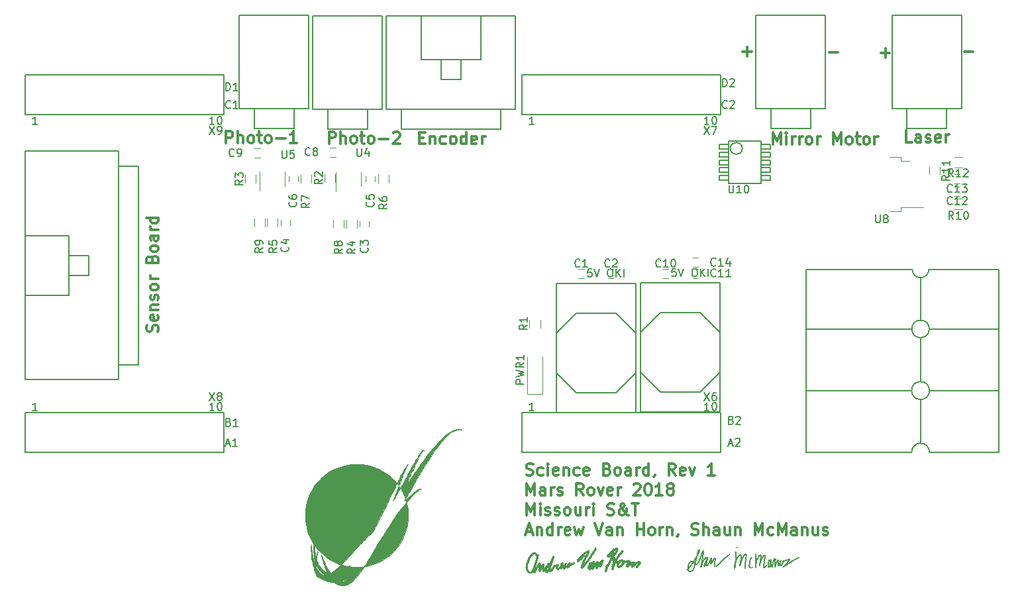
<source format=gbr>
G04 #@! TF.FileFunction,Legend,Top*
%FSLAX46Y46*%
G04 Gerber Fmt 4.6, Leading zero omitted, Abs format (unit mm)*
G04 Created by KiCad (PCBNEW 4.0.7) date 03/27/18 18:49:24*
%MOMM*%
%LPD*%
G01*
G04 APERTURE LIST*
%ADD10C,0.100000*%
%ADD11C,0.300000*%
%ADD12C,0.150000*%
%ADD13C,0.120000*%
%ADD14C,0.010000*%
G04 APERTURE END LIST*
D10*
D11*
X238086972Y-76053143D02*
X239229829Y-76053143D01*
X220814972Y-76103943D02*
X221957829Y-76103943D01*
X227418972Y-76205543D02*
X228561829Y-76205543D01*
X227990400Y-76776971D02*
X227990400Y-75634114D01*
X209740572Y-76053143D02*
X210883429Y-76053143D01*
X210312000Y-76624571D02*
X210312000Y-75481714D01*
X231370429Y-87673571D02*
X230656143Y-87673571D01*
X230656143Y-86173571D01*
X232513286Y-87673571D02*
X232513286Y-86887857D01*
X232441857Y-86745000D01*
X232299000Y-86673571D01*
X232013286Y-86673571D01*
X231870429Y-86745000D01*
X232513286Y-87602143D02*
X232370429Y-87673571D01*
X232013286Y-87673571D01*
X231870429Y-87602143D01*
X231799000Y-87459286D01*
X231799000Y-87316429D01*
X231870429Y-87173571D01*
X232013286Y-87102143D01*
X232370429Y-87102143D01*
X232513286Y-87030714D01*
X233156143Y-87602143D02*
X233299000Y-87673571D01*
X233584715Y-87673571D01*
X233727572Y-87602143D01*
X233799000Y-87459286D01*
X233799000Y-87387857D01*
X233727572Y-87245000D01*
X233584715Y-87173571D01*
X233370429Y-87173571D01*
X233227572Y-87102143D01*
X233156143Y-86959286D01*
X233156143Y-86887857D01*
X233227572Y-86745000D01*
X233370429Y-86673571D01*
X233584715Y-86673571D01*
X233727572Y-86745000D01*
X235013286Y-87602143D02*
X234870429Y-87673571D01*
X234584715Y-87673571D01*
X234441858Y-87602143D01*
X234370429Y-87459286D01*
X234370429Y-86887857D01*
X234441858Y-86745000D01*
X234584715Y-86673571D01*
X234870429Y-86673571D01*
X235013286Y-86745000D01*
X235084715Y-86887857D01*
X235084715Y-87030714D01*
X234370429Y-87173571D01*
X235727572Y-87673571D02*
X235727572Y-86673571D01*
X235727572Y-86959286D02*
X235799000Y-86816429D01*
X235870429Y-86745000D01*
X236013286Y-86673571D01*
X236156143Y-86673571D01*
X213615543Y-87902171D02*
X213615543Y-86402171D01*
X214115543Y-87473600D01*
X214615543Y-86402171D01*
X214615543Y-87902171D01*
X215329829Y-87902171D02*
X215329829Y-86902171D01*
X215329829Y-86402171D02*
X215258400Y-86473600D01*
X215329829Y-86545029D01*
X215401257Y-86473600D01*
X215329829Y-86402171D01*
X215329829Y-86545029D01*
X216044115Y-87902171D02*
X216044115Y-86902171D01*
X216044115Y-87187886D02*
X216115543Y-87045029D01*
X216186972Y-86973600D01*
X216329829Y-86902171D01*
X216472686Y-86902171D01*
X216972686Y-87902171D02*
X216972686Y-86902171D01*
X216972686Y-87187886D02*
X217044114Y-87045029D01*
X217115543Y-86973600D01*
X217258400Y-86902171D01*
X217401257Y-86902171D01*
X218115543Y-87902171D02*
X217972685Y-87830743D01*
X217901257Y-87759314D01*
X217829828Y-87616457D01*
X217829828Y-87187886D01*
X217901257Y-87045029D01*
X217972685Y-86973600D01*
X218115543Y-86902171D01*
X218329828Y-86902171D01*
X218472685Y-86973600D01*
X218544114Y-87045029D01*
X218615543Y-87187886D01*
X218615543Y-87616457D01*
X218544114Y-87759314D01*
X218472685Y-87830743D01*
X218329828Y-87902171D01*
X218115543Y-87902171D01*
X219258400Y-87902171D02*
X219258400Y-86902171D01*
X219258400Y-87187886D02*
X219329828Y-87045029D01*
X219401257Y-86973600D01*
X219544114Y-86902171D01*
X219686971Y-86902171D01*
X221329828Y-87902171D02*
X221329828Y-86402171D01*
X221829828Y-87473600D01*
X222329828Y-86402171D01*
X222329828Y-87902171D01*
X223258400Y-87902171D02*
X223115542Y-87830743D01*
X223044114Y-87759314D01*
X222972685Y-87616457D01*
X222972685Y-87187886D01*
X223044114Y-87045029D01*
X223115542Y-86973600D01*
X223258400Y-86902171D01*
X223472685Y-86902171D01*
X223615542Y-86973600D01*
X223686971Y-87045029D01*
X223758400Y-87187886D01*
X223758400Y-87616457D01*
X223686971Y-87759314D01*
X223615542Y-87830743D01*
X223472685Y-87902171D01*
X223258400Y-87902171D01*
X224186971Y-86902171D02*
X224758400Y-86902171D01*
X224401257Y-86402171D02*
X224401257Y-87687886D01*
X224472685Y-87830743D01*
X224615543Y-87902171D01*
X224758400Y-87902171D01*
X225472686Y-87902171D02*
X225329828Y-87830743D01*
X225258400Y-87759314D01*
X225186971Y-87616457D01*
X225186971Y-87187886D01*
X225258400Y-87045029D01*
X225329828Y-86973600D01*
X225472686Y-86902171D01*
X225686971Y-86902171D01*
X225829828Y-86973600D01*
X225901257Y-87045029D01*
X225972686Y-87187886D01*
X225972686Y-87616457D01*
X225901257Y-87759314D01*
X225829828Y-87830743D01*
X225686971Y-87902171D01*
X225472686Y-87902171D01*
X226615543Y-87902171D02*
X226615543Y-86902171D01*
X226615543Y-87187886D02*
X226686971Y-87045029D01*
X226758400Y-86973600D01*
X226901257Y-86902171D01*
X227044114Y-86902171D01*
X168422358Y-87078357D02*
X168922358Y-87078357D01*
X169136644Y-87864071D02*
X168422358Y-87864071D01*
X168422358Y-86364071D01*
X169136644Y-86364071D01*
X169779501Y-86864071D02*
X169779501Y-87864071D01*
X169779501Y-87006929D02*
X169850929Y-86935500D01*
X169993787Y-86864071D01*
X170208072Y-86864071D01*
X170350929Y-86935500D01*
X170422358Y-87078357D01*
X170422358Y-87864071D01*
X171779501Y-87792643D02*
X171636644Y-87864071D01*
X171350930Y-87864071D01*
X171208072Y-87792643D01*
X171136644Y-87721214D01*
X171065215Y-87578357D01*
X171065215Y-87149786D01*
X171136644Y-87006929D01*
X171208072Y-86935500D01*
X171350930Y-86864071D01*
X171636644Y-86864071D01*
X171779501Y-86935500D01*
X172636644Y-87864071D02*
X172493786Y-87792643D01*
X172422358Y-87721214D01*
X172350929Y-87578357D01*
X172350929Y-87149786D01*
X172422358Y-87006929D01*
X172493786Y-86935500D01*
X172636644Y-86864071D01*
X172850929Y-86864071D01*
X172993786Y-86935500D01*
X173065215Y-87006929D01*
X173136644Y-87149786D01*
X173136644Y-87578357D01*
X173065215Y-87721214D01*
X172993786Y-87792643D01*
X172850929Y-87864071D01*
X172636644Y-87864071D01*
X174422358Y-87864071D02*
X174422358Y-86364071D01*
X174422358Y-87792643D02*
X174279501Y-87864071D01*
X173993787Y-87864071D01*
X173850929Y-87792643D01*
X173779501Y-87721214D01*
X173708072Y-87578357D01*
X173708072Y-87149786D01*
X173779501Y-87006929D01*
X173850929Y-86935500D01*
X173993787Y-86864071D01*
X174279501Y-86864071D01*
X174422358Y-86935500D01*
X175708072Y-87792643D02*
X175565215Y-87864071D01*
X175279501Y-87864071D01*
X175136644Y-87792643D01*
X175065215Y-87649786D01*
X175065215Y-87078357D01*
X175136644Y-86935500D01*
X175279501Y-86864071D01*
X175565215Y-86864071D01*
X175708072Y-86935500D01*
X175779501Y-87078357D01*
X175779501Y-87221214D01*
X175065215Y-87364071D01*
X176422358Y-87864071D02*
X176422358Y-86864071D01*
X176422358Y-87149786D02*
X176493786Y-87006929D01*
X176565215Y-86935500D01*
X176708072Y-86864071D01*
X176850929Y-86864071D01*
X156853500Y-87800571D02*
X156853500Y-86300571D01*
X157424928Y-86300571D01*
X157567786Y-86372000D01*
X157639214Y-86443429D01*
X157710643Y-86586286D01*
X157710643Y-86800571D01*
X157639214Y-86943429D01*
X157567786Y-87014857D01*
X157424928Y-87086286D01*
X156853500Y-87086286D01*
X158353500Y-87800571D02*
X158353500Y-86300571D01*
X158996357Y-87800571D02*
X158996357Y-87014857D01*
X158924928Y-86872000D01*
X158782071Y-86800571D01*
X158567786Y-86800571D01*
X158424928Y-86872000D01*
X158353500Y-86943429D01*
X159924929Y-87800571D02*
X159782071Y-87729143D01*
X159710643Y-87657714D01*
X159639214Y-87514857D01*
X159639214Y-87086286D01*
X159710643Y-86943429D01*
X159782071Y-86872000D01*
X159924929Y-86800571D01*
X160139214Y-86800571D01*
X160282071Y-86872000D01*
X160353500Y-86943429D01*
X160424929Y-87086286D01*
X160424929Y-87514857D01*
X160353500Y-87657714D01*
X160282071Y-87729143D01*
X160139214Y-87800571D01*
X159924929Y-87800571D01*
X160853500Y-86800571D02*
X161424929Y-86800571D01*
X161067786Y-86300571D02*
X161067786Y-87586286D01*
X161139214Y-87729143D01*
X161282072Y-87800571D01*
X161424929Y-87800571D01*
X162139215Y-87800571D02*
X161996357Y-87729143D01*
X161924929Y-87657714D01*
X161853500Y-87514857D01*
X161853500Y-87086286D01*
X161924929Y-86943429D01*
X161996357Y-86872000D01*
X162139215Y-86800571D01*
X162353500Y-86800571D01*
X162496357Y-86872000D01*
X162567786Y-86943429D01*
X162639215Y-87086286D01*
X162639215Y-87514857D01*
X162567786Y-87657714D01*
X162496357Y-87729143D01*
X162353500Y-87800571D01*
X162139215Y-87800571D01*
X163282072Y-87229143D02*
X164424929Y-87229143D01*
X165067786Y-86443429D02*
X165139215Y-86372000D01*
X165282072Y-86300571D01*
X165639215Y-86300571D01*
X165782072Y-86372000D01*
X165853501Y-86443429D01*
X165924929Y-86586286D01*
X165924929Y-86729143D01*
X165853501Y-86943429D01*
X164996358Y-87800571D01*
X165924929Y-87800571D01*
X143709000Y-87737071D02*
X143709000Y-86237071D01*
X144280428Y-86237071D01*
X144423286Y-86308500D01*
X144494714Y-86379929D01*
X144566143Y-86522786D01*
X144566143Y-86737071D01*
X144494714Y-86879929D01*
X144423286Y-86951357D01*
X144280428Y-87022786D01*
X143709000Y-87022786D01*
X145209000Y-87737071D02*
X145209000Y-86237071D01*
X145851857Y-87737071D02*
X145851857Y-86951357D01*
X145780428Y-86808500D01*
X145637571Y-86737071D01*
X145423286Y-86737071D01*
X145280428Y-86808500D01*
X145209000Y-86879929D01*
X146780429Y-87737071D02*
X146637571Y-87665643D01*
X146566143Y-87594214D01*
X146494714Y-87451357D01*
X146494714Y-87022786D01*
X146566143Y-86879929D01*
X146637571Y-86808500D01*
X146780429Y-86737071D01*
X146994714Y-86737071D01*
X147137571Y-86808500D01*
X147209000Y-86879929D01*
X147280429Y-87022786D01*
X147280429Y-87451357D01*
X147209000Y-87594214D01*
X147137571Y-87665643D01*
X146994714Y-87737071D01*
X146780429Y-87737071D01*
X147709000Y-86737071D02*
X148280429Y-86737071D01*
X147923286Y-86237071D02*
X147923286Y-87522786D01*
X147994714Y-87665643D01*
X148137572Y-87737071D01*
X148280429Y-87737071D01*
X148994715Y-87737071D02*
X148851857Y-87665643D01*
X148780429Y-87594214D01*
X148709000Y-87451357D01*
X148709000Y-87022786D01*
X148780429Y-86879929D01*
X148851857Y-86808500D01*
X148994715Y-86737071D01*
X149209000Y-86737071D01*
X149351857Y-86808500D01*
X149423286Y-86879929D01*
X149494715Y-87022786D01*
X149494715Y-87451357D01*
X149423286Y-87594214D01*
X149351857Y-87665643D01*
X149209000Y-87737071D01*
X148994715Y-87737071D01*
X150137572Y-87165643D02*
X151280429Y-87165643D01*
X152780429Y-87737071D02*
X151923286Y-87737071D01*
X152351858Y-87737071D02*
X152351858Y-86237071D01*
X152209001Y-86451357D01*
X152066143Y-86594214D01*
X151923286Y-86665643D01*
X134973143Y-111842428D02*
X135044571Y-111628142D01*
X135044571Y-111270999D01*
X134973143Y-111128142D01*
X134901714Y-111056713D01*
X134758857Y-110985285D01*
X134616000Y-110985285D01*
X134473143Y-111056713D01*
X134401714Y-111128142D01*
X134330286Y-111270999D01*
X134258857Y-111556713D01*
X134187429Y-111699571D01*
X134116000Y-111770999D01*
X133973143Y-111842428D01*
X133830286Y-111842428D01*
X133687429Y-111770999D01*
X133616000Y-111699571D01*
X133544571Y-111556713D01*
X133544571Y-111199571D01*
X133616000Y-110985285D01*
X134973143Y-109771000D02*
X135044571Y-109913857D01*
X135044571Y-110199571D01*
X134973143Y-110342428D01*
X134830286Y-110413857D01*
X134258857Y-110413857D01*
X134116000Y-110342428D01*
X134044571Y-110199571D01*
X134044571Y-109913857D01*
X134116000Y-109771000D01*
X134258857Y-109699571D01*
X134401714Y-109699571D01*
X134544571Y-110413857D01*
X134044571Y-109056714D02*
X135044571Y-109056714D01*
X134187429Y-109056714D02*
X134116000Y-108985286D01*
X134044571Y-108842428D01*
X134044571Y-108628143D01*
X134116000Y-108485286D01*
X134258857Y-108413857D01*
X135044571Y-108413857D01*
X134973143Y-107771000D02*
X135044571Y-107628143D01*
X135044571Y-107342428D01*
X134973143Y-107199571D01*
X134830286Y-107128143D01*
X134758857Y-107128143D01*
X134616000Y-107199571D01*
X134544571Y-107342428D01*
X134544571Y-107556714D01*
X134473143Y-107699571D01*
X134330286Y-107771000D01*
X134258857Y-107771000D01*
X134116000Y-107699571D01*
X134044571Y-107556714D01*
X134044571Y-107342428D01*
X134116000Y-107199571D01*
X135044571Y-106270999D02*
X134973143Y-106413857D01*
X134901714Y-106485285D01*
X134758857Y-106556714D01*
X134330286Y-106556714D01*
X134187429Y-106485285D01*
X134116000Y-106413857D01*
X134044571Y-106270999D01*
X134044571Y-106056714D01*
X134116000Y-105913857D01*
X134187429Y-105842428D01*
X134330286Y-105770999D01*
X134758857Y-105770999D01*
X134901714Y-105842428D01*
X134973143Y-105913857D01*
X135044571Y-106056714D01*
X135044571Y-106270999D01*
X135044571Y-105128142D02*
X134044571Y-105128142D01*
X134330286Y-105128142D02*
X134187429Y-105056714D01*
X134116000Y-104985285D01*
X134044571Y-104842428D01*
X134044571Y-104699571D01*
X134258857Y-102556714D02*
X134330286Y-102342428D01*
X134401714Y-102271000D01*
X134544571Y-102199571D01*
X134758857Y-102199571D01*
X134901714Y-102271000D01*
X134973143Y-102342428D01*
X135044571Y-102485286D01*
X135044571Y-103056714D01*
X133544571Y-103056714D01*
X133544571Y-102556714D01*
X133616000Y-102413857D01*
X133687429Y-102342428D01*
X133830286Y-102271000D01*
X133973143Y-102271000D01*
X134116000Y-102342428D01*
X134187429Y-102413857D01*
X134258857Y-102556714D01*
X134258857Y-103056714D01*
X135044571Y-101342428D02*
X134973143Y-101485286D01*
X134901714Y-101556714D01*
X134758857Y-101628143D01*
X134330286Y-101628143D01*
X134187429Y-101556714D01*
X134116000Y-101485286D01*
X134044571Y-101342428D01*
X134044571Y-101128143D01*
X134116000Y-100985286D01*
X134187429Y-100913857D01*
X134330286Y-100842428D01*
X134758857Y-100842428D01*
X134901714Y-100913857D01*
X134973143Y-100985286D01*
X135044571Y-101128143D01*
X135044571Y-101342428D01*
X135044571Y-99556714D02*
X134258857Y-99556714D01*
X134116000Y-99628143D01*
X134044571Y-99771000D01*
X134044571Y-100056714D01*
X134116000Y-100199571D01*
X134973143Y-99556714D02*
X135044571Y-99699571D01*
X135044571Y-100056714D01*
X134973143Y-100199571D01*
X134830286Y-100271000D01*
X134687429Y-100271000D01*
X134544571Y-100199571D01*
X134473143Y-100056714D01*
X134473143Y-99699571D01*
X134401714Y-99556714D01*
X135044571Y-98842428D02*
X134044571Y-98842428D01*
X134330286Y-98842428D02*
X134187429Y-98771000D01*
X134116000Y-98699571D01*
X134044571Y-98556714D01*
X134044571Y-98413857D01*
X135044571Y-97271000D02*
X133544571Y-97271000D01*
X134973143Y-97271000D02*
X135044571Y-97413857D01*
X135044571Y-97699571D01*
X134973143Y-97842429D01*
X134901714Y-97913857D01*
X134758857Y-97985286D01*
X134330286Y-97985286D01*
X134187429Y-97913857D01*
X134116000Y-97842429D01*
X134044571Y-97699571D01*
X134044571Y-97413857D01*
X134116000Y-97271000D01*
X182086214Y-130132143D02*
X182300500Y-130203571D01*
X182657643Y-130203571D01*
X182800500Y-130132143D01*
X182871929Y-130060714D01*
X182943357Y-129917857D01*
X182943357Y-129775000D01*
X182871929Y-129632143D01*
X182800500Y-129560714D01*
X182657643Y-129489286D01*
X182371929Y-129417857D01*
X182229071Y-129346429D01*
X182157643Y-129275000D01*
X182086214Y-129132143D01*
X182086214Y-128989286D01*
X182157643Y-128846429D01*
X182229071Y-128775000D01*
X182371929Y-128703571D01*
X182729071Y-128703571D01*
X182943357Y-128775000D01*
X184229071Y-130132143D02*
X184086214Y-130203571D01*
X183800500Y-130203571D01*
X183657642Y-130132143D01*
X183586214Y-130060714D01*
X183514785Y-129917857D01*
X183514785Y-129489286D01*
X183586214Y-129346429D01*
X183657642Y-129275000D01*
X183800500Y-129203571D01*
X184086214Y-129203571D01*
X184229071Y-129275000D01*
X184871928Y-130203571D02*
X184871928Y-129203571D01*
X184871928Y-128703571D02*
X184800499Y-128775000D01*
X184871928Y-128846429D01*
X184943356Y-128775000D01*
X184871928Y-128703571D01*
X184871928Y-128846429D01*
X186157642Y-130132143D02*
X186014785Y-130203571D01*
X185729071Y-130203571D01*
X185586214Y-130132143D01*
X185514785Y-129989286D01*
X185514785Y-129417857D01*
X185586214Y-129275000D01*
X185729071Y-129203571D01*
X186014785Y-129203571D01*
X186157642Y-129275000D01*
X186229071Y-129417857D01*
X186229071Y-129560714D01*
X185514785Y-129703571D01*
X186871928Y-129203571D02*
X186871928Y-130203571D01*
X186871928Y-129346429D02*
X186943356Y-129275000D01*
X187086214Y-129203571D01*
X187300499Y-129203571D01*
X187443356Y-129275000D01*
X187514785Y-129417857D01*
X187514785Y-130203571D01*
X188871928Y-130132143D02*
X188729071Y-130203571D01*
X188443357Y-130203571D01*
X188300499Y-130132143D01*
X188229071Y-130060714D01*
X188157642Y-129917857D01*
X188157642Y-129489286D01*
X188229071Y-129346429D01*
X188300499Y-129275000D01*
X188443357Y-129203571D01*
X188729071Y-129203571D01*
X188871928Y-129275000D01*
X190086213Y-130132143D02*
X189943356Y-130203571D01*
X189657642Y-130203571D01*
X189514785Y-130132143D01*
X189443356Y-129989286D01*
X189443356Y-129417857D01*
X189514785Y-129275000D01*
X189657642Y-129203571D01*
X189943356Y-129203571D01*
X190086213Y-129275000D01*
X190157642Y-129417857D01*
X190157642Y-129560714D01*
X189443356Y-129703571D01*
X192443356Y-129417857D02*
X192657642Y-129489286D01*
X192729070Y-129560714D01*
X192800499Y-129703571D01*
X192800499Y-129917857D01*
X192729070Y-130060714D01*
X192657642Y-130132143D01*
X192514784Y-130203571D01*
X191943356Y-130203571D01*
X191943356Y-128703571D01*
X192443356Y-128703571D01*
X192586213Y-128775000D01*
X192657642Y-128846429D01*
X192729070Y-128989286D01*
X192729070Y-129132143D01*
X192657642Y-129275000D01*
X192586213Y-129346429D01*
X192443356Y-129417857D01*
X191943356Y-129417857D01*
X193657642Y-130203571D02*
X193514784Y-130132143D01*
X193443356Y-130060714D01*
X193371927Y-129917857D01*
X193371927Y-129489286D01*
X193443356Y-129346429D01*
X193514784Y-129275000D01*
X193657642Y-129203571D01*
X193871927Y-129203571D01*
X194014784Y-129275000D01*
X194086213Y-129346429D01*
X194157642Y-129489286D01*
X194157642Y-129917857D01*
X194086213Y-130060714D01*
X194014784Y-130132143D01*
X193871927Y-130203571D01*
X193657642Y-130203571D01*
X195443356Y-130203571D02*
X195443356Y-129417857D01*
X195371927Y-129275000D01*
X195229070Y-129203571D01*
X194943356Y-129203571D01*
X194800499Y-129275000D01*
X195443356Y-130132143D02*
X195300499Y-130203571D01*
X194943356Y-130203571D01*
X194800499Y-130132143D01*
X194729070Y-129989286D01*
X194729070Y-129846429D01*
X194800499Y-129703571D01*
X194943356Y-129632143D01*
X195300499Y-129632143D01*
X195443356Y-129560714D01*
X196157642Y-130203571D02*
X196157642Y-129203571D01*
X196157642Y-129489286D02*
X196229070Y-129346429D01*
X196300499Y-129275000D01*
X196443356Y-129203571D01*
X196586213Y-129203571D01*
X197729070Y-130203571D02*
X197729070Y-128703571D01*
X197729070Y-130132143D02*
X197586213Y-130203571D01*
X197300499Y-130203571D01*
X197157641Y-130132143D01*
X197086213Y-130060714D01*
X197014784Y-129917857D01*
X197014784Y-129489286D01*
X197086213Y-129346429D01*
X197157641Y-129275000D01*
X197300499Y-129203571D01*
X197586213Y-129203571D01*
X197729070Y-129275000D01*
X198514784Y-130132143D02*
X198514784Y-130203571D01*
X198443356Y-130346429D01*
X198371927Y-130417857D01*
X201157642Y-130203571D02*
X200657642Y-129489286D01*
X200300499Y-130203571D02*
X200300499Y-128703571D01*
X200871927Y-128703571D01*
X201014785Y-128775000D01*
X201086213Y-128846429D01*
X201157642Y-128989286D01*
X201157642Y-129203571D01*
X201086213Y-129346429D01*
X201014785Y-129417857D01*
X200871927Y-129489286D01*
X200300499Y-129489286D01*
X202371927Y-130132143D02*
X202229070Y-130203571D01*
X201943356Y-130203571D01*
X201800499Y-130132143D01*
X201729070Y-129989286D01*
X201729070Y-129417857D01*
X201800499Y-129275000D01*
X201943356Y-129203571D01*
X202229070Y-129203571D01*
X202371927Y-129275000D01*
X202443356Y-129417857D01*
X202443356Y-129560714D01*
X201729070Y-129703571D01*
X202943356Y-129203571D02*
X203300499Y-130203571D01*
X203657641Y-129203571D01*
X206157641Y-130203571D02*
X205300498Y-130203571D01*
X205729070Y-130203571D02*
X205729070Y-128703571D01*
X205586213Y-128917857D01*
X205443355Y-129060714D01*
X205300498Y-129132143D01*
X182157643Y-132753571D02*
X182157643Y-131253571D01*
X182657643Y-132325000D01*
X183157643Y-131253571D01*
X183157643Y-132753571D01*
X184514786Y-132753571D02*
X184514786Y-131967857D01*
X184443357Y-131825000D01*
X184300500Y-131753571D01*
X184014786Y-131753571D01*
X183871929Y-131825000D01*
X184514786Y-132682143D02*
X184371929Y-132753571D01*
X184014786Y-132753571D01*
X183871929Y-132682143D01*
X183800500Y-132539286D01*
X183800500Y-132396429D01*
X183871929Y-132253571D01*
X184014786Y-132182143D01*
X184371929Y-132182143D01*
X184514786Y-132110714D01*
X185229072Y-132753571D02*
X185229072Y-131753571D01*
X185229072Y-132039286D02*
X185300500Y-131896429D01*
X185371929Y-131825000D01*
X185514786Y-131753571D01*
X185657643Y-131753571D01*
X186086214Y-132682143D02*
X186229071Y-132753571D01*
X186514786Y-132753571D01*
X186657643Y-132682143D01*
X186729071Y-132539286D01*
X186729071Y-132467857D01*
X186657643Y-132325000D01*
X186514786Y-132253571D01*
X186300500Y-132253571D01*
X186157643Y-132182143D01*
X186086214Y-132039286D01*
X186086214Y-131967857D01*
X186157643Y-131825000D01*
X186300500Y-131753571D01*
X186514786Y-131753571D01*
X186657643Y-131825000D01*
X189371929Y-132753571D02*
X188871929Y-132039286D01*
X188514786Y-132753571D02*
X188514786Y-131253571D01*
X189086214Y-131253571D01*
X189229072Y-131325000D01*
X189300500Y-131396429D01*
X189371929Y-131539286D01*
X189371929Y-131753571D01*
X189300500Y-131896429D01*
X189229072Y-131967857D01*
X189086214Y-132039286D01*
X188514786Y-132039286D01*
X190229072Y-132753571D02*
X190086214Y-132682143D01*
X190014786Y-132610714D01*
X189943357Y-132467857D01*
X189943357Y-132039286D01*
X190014786Y-131896429D01*
X190086214Y-131825000D01*
X190229072Y-131753571D01*
X190443357Y-131753571D01*
X190586214Y-131825000D01*
X190657643Y-131896429D01*
X190729072Y-132039286D01*
X190729072Y-132467857D01*
X190657643Y-132610714D01*
X190586214Y-132682143D01*
X190443357Y-132753571D01*
X190229072Y-132753571D01*
X191229072Y-131753571D02*
X191586215Y-132753571D01*
X191943357Y-131753571D01*
X193086214Y-132682143D02*
X192943357Y-132753571D01*
X192657643Y-132753571D01*
X192514786Y-132682143D01*
X192443357Y-132539286D01*
X192443357Y-131967857D01*
X192514786Y-131825000D01*
X192657643Y-131753571D01*
X192943357Y-131753571D01*
X193086214Y-131825000D01*
X193157643Y-131967857D01*
X193157643Y-132110714D01*
X192443357Y-132253571D01*
X193800500Y-132753571D02*
X193800500Y-131753571D01*
X193800500Y-132039286D02*
X193871928Y-131896429D01*
X193943357Y-131825000D01*
X194086214Y-131753571D01*
X194229071Y-131753571D01*
X195800499Y-131396429D02*
X195871928Y-131325000D01*
X196014785Y-131253571D01*
X196371928Y-131253571D01*
X196514785Y-131325000D01*
X196586214Y-131396429D01*
X196657642Y-131539286D01*
X196657642Y-131682143D01*
X196586214Y-131896429D01*
X195729071Y-132753571D01*
X196657642Y-132753571D01*
X197586213Y-131253571D02*
X197729070Y-131253571D01*
X197871927Y-131325000D01*
X197943356Y-131396429D01*
X198014785Y-131539286D01*
X198086213Y-131825000D01*
X198086213Y-132182143D01*
X198014785Y-132467857D01*
X197943356Y-132610714D01*
X197871927Y-132682143D01*
X197729070Y-132753571D01*
X197586213Y-132753571D01*
X197443356Y-132682143D01*
X197371927Y-132610714D01*
X197300499Y-132467857D01*
X197229070Y-132182143D01*
X197229070Y-131825000D01*
X197300499Y-131539286D01*
X197371927Y-131396429D01*
X197443356Y-131325000D01*
X197586213Y-131253571D01*
X199514784Y-132753571D02*
X198657641Y-132753571D01*
X199086213Y-132753571D02*
X199086213Y-131253571D01*
X198943356Y-131467857D01*
X198800498Y-131610714D01*
X198657641Y-131682143D01*
X200371927Y-131896429D02*
X200229069Y-131825000D01*
X200157641Y-131753571D01*
X200086212Y-131610714D01*
X200086212Y-131539286D01*
X200157641Y-131396429D01*
X200229069Y-131325000D01*
X200371927Y-131253571D01*
X200657641Y-131253571D01*
X200800498Y-131325000D01*
X200871927Y-131396429D01*
X200943355Y-131539286D01*
X200943355Y-131610714D01*
X200871927Y-131753571D01*
X200800498Y-131825000D01*
X200657641Y-131896429D01*
X200371927Y-131896429D01*
X200229069Y-131967857D01*
X200157641Y-132039286D01*
X200086212Y-132182143D01*
X200086212Y-132467857D01*
X200157641Y-132610714D01*
X200229069Y-132682143D01*
X200371927Y-132753571D01*
X200657641Y-132753571D01*
X200800498Y-132682143D01*
X200871927Y-132610714D01*
X200943355Y-132467857D01*
X200943355Y-132182143D01*
X200871927Y-132039286D01*
X200800498Y-131967857D01*
X200657641Y-131896429D01*
X182157643Y-135303571D02*
X182157643Y-133803571D01*
X182657643Y-134875000D01*
X183157643Y-133803571D01*
X183157643Y-135303571D01*
X183871929Y-135303571D02*
X183871929Y-134303571D01*
X183871929Y-133803571D02*
X183800500Y-133875000D01*
X183871929Y-133946429D01*
X183943357Y-133875000D01*
X183871929Y-133803571D01*
X183871929Y-133946429D01*
X184514786Y-135232143D02*
X184657643Y-135303571D01*
X184943358Y-135303571D01*
X185086215Y-135232143D01*
X185157643Y-135089286D01*
X185157643Y-135017857D01*
X185086215Y-134875000D01*
X184943358Y-134803571D01*
X184729072Y-134803571D01*
X184586215Y-134732143D01*
X184514786Y-134589286D01*
X184514786Y-134517857D01*
X184586215Y-134375000D01*
X184729072Y-134303571D01*
X184943358Y-134303571D01*
X185086215Y-134375000D01*
X185729072Y-135232143D02*
X185871929Y-135303571D01*
X186157644Y-135303571D01*
X186300501Y-135232143D01*
X186371929Y-135089286D01*
X186371929Y-135017857D01*
X186300501Y-134875000D01*
X186157644Y-134803571D01*
X185943358Y-134803571D01*
X185800501Y-134732143D01*
X185729072Y-134589286D01*
X185729072Y-134517857D01*
X185800501Y-134375000D01*
X185943358Y-134303571D01*
X186157644Y-134303571D01*
X186300501Y-134375000D01*
X187229073Y-135303571D02*
X187086215Y-135232143D01*
X187014787Y-135160714D01*
X186943358Y-135017857D01*
X186943358Y-134589286D01*
X187014787Y-134446429D01*
X187086215Y-134375000D01*
X187229073Y-134303571D01*
X187443358Y-134303571D01*
X187586215Y-134375000D01*
X187657644Y-134446429D01*
X187729073Y-134589286D01*
X187729073Y-135017857D01*
X187657644Y-135160714D01*
X187586215Y-135232143D01*
X187443358Y-135303571D01*
X187229073Y-135303571D01*
X189014787Y-134303571D02*
X189014787Y-135303571D01*
X188371930Y-134303571D02*
X188371930Y-135089286D01*
X188443358Y-135232143D01*
X188586216Y-135303571D01*
X188800501Y-135303571D01*
X188943358Y-135232143D01*
X189014787Y-135160714D01*
X189729073Y-135303571D02*
X189729073Y-134303571D01*
X189729073Y-134589286D02*
X189800501Y-134446429D01*
X189871930Y-134375000D01*
X190014787Y-134303571D01*
X190157644Y-134303571D01*
X190657644Y-135303571D02*
X190657644Y-134303571D01*
X190657644Y-133803571D02*
X190586215Y-133875000D01*
X190657644Y-133946429D01*
X190729072Y-133875000D01*
X190657644Y-133803571D01*
X190657644Y-133946429D01*
X192443358Y-135232143D02*
X192657644Y-135303571D01*
X193014787Y-135303571D01*
X193157644Y-135232143D01*
X193229073Y-135160714D01*
X193300501Y-135017857D01*
X193300501Y-134875000D01*
X193229073Y-134732143D01*
X193157644Y-134660714D01*
X193014787Y-134589286D01*
X192729073Y-134517857D01*
X192586215Y-134446429D01*
X192514787Y-134375000D01*
X192443358Y-134232143D01*
X192443358Y-134089286D01*
X192514787Y-133946429D01*
X192586215Y-133875000D01*
X192729073Y-133803571D01*
X193086215Y-133803571D01*
X193300501Y-133875000D01*
X195157644Y-135303571D02*
X195086215Y-135303571D01*
X194943358Y-135232143D01*
X194729072Y-135017857D01*
X194371929Y-134589286D01*
X194229072Y-134375000D01*
X194157644Y-134160714D01*
X194157644Y-134017857D01*
X194229072Y-133875000D01*
X194371929Y-133803571D01*
X194443358Y-133803571D01*
X194586215Y-133875000D01*
X194657644Y-134017857D01*
X194657644Y-134089286D01*
X194586215Y-134232143D01*
X194514786Y-134303571D01*
X194086215Y-134589286D01*
X194014786Y-134660714D01*
X193943358Y-134803571D01*
X193943358Y-135017857D01*
X194014786Y-135160714D01*
X194086215Y-135232143D01*
X194229072Y-135303571D01*
X194443358Y-135303571D01*
X194586215Y-135232143D01*
X194657644Y-135160714D01*
X194871929Y-134875000D01*
X194943358Y-134660714D01*
X194943358Y-134517857D01*
X195586215Y-133803571D02*
X196443358Y-133803571D01*
X196014787Y-135303571D02*
X196014787Y-133803571D01*
X182086214Y-137425000D02*
X182800500Y-137425000D01*
X181943357Y-137853571D02*
X182443357Y-136353571D01*
X182943357Y-137853571D01*
X183443357Y-136853571D02*
X183443357Y-137853571D01*
X183443357Y-136996429D02*
X183514785Y-136925000D01*
X183657643Y-136853571D01*
X183871928Y-136853571D01*
X184014785Y-136925000D01*
X184086214Y-137067857D01*
X184086214Y-137853571D01*
X185443357Y-137853571D02*
X185443357Y-136353571D01*
X185443357Y-137782143D02*
X185300500Y-137853571D01*
X185014786Y-137853571D01*
X184871928Y-137782143D01*
X184800500Y-137710714D01*
X184729071Y-137567857D01*
X184729071Y-137139286D01*
X184800500Y-136996429D01*
X184871928Y-136925000D01*
X185014786Y-136853571D01*
X185300500Y-136853571D01*
X185443357Y-136925000D01*
X186157643Y-137853571D02*
X186157643Y-136853571D01*
X186157643Y-137139286D02*
X186229071Y-136996429D01*
X186300500Y-136925000D01*
X186443357Y-136853571D01*
X186586214Y-136853571D01*
X187657642Y-137782143D02*
X187514785Y-137853571D01*
X187229071Y-137853571D01*
X187086214Y-137782143D01*
X187014785Y-137639286D01*
X187014785Y-137067857D01*
X187086214Y-136925000D01*
X187229071Y-136853571D01*
X187514785Y-136853571D01*
X187657642Y-136925000D01*
X187729071Y-137067857D01*
X187729071Y-137210714D01*
X187014785Y-137353571D01*
X188229071Y-136853571D02*
X188514785Y-137853571D01*
X188800499Y-137139286D01*
X189086214Y-137853571D01*
X189371928Y-136853571D01*
X190871928Y-136353571D02*
X191371928Y-137853571D01*
X191871928Y-136353571D01*
X193014785Y-137853571D02*
X193014785Y-137067857D01*
X192943356Y-136925000D01*
X192800499Y-136853571D01*
X192514785Y-136853571D01*
X192371928Y-136925000D01*
X193014785Y-137782143D02*
X192871928Y-137853571D01*
X192514785Y-137853571D01*
X192371928Y-137782143D01*
X192300499Y-137639286D01*
X192300499Y-137496429D01*
X192371928Y-137353571D01*
X192514785Y-137282143D01*
X192871928Y-137282143D01*
X193014785Y-137210714D01*
X193729071Y-136853571D02*
X193729071Y-137853571D01*
X193729071Y-136996429D02*
X193800499Y-136925000D01*
X193943357Y-136853571D01*
X194157642Y-136853571D01*
X194300499Y-136925000D01*
X194371928Y-137067857D01*
X194371928Y-137853571D01*
X196229071Y-137853571D02*
X196229071Y-136353571D01*
X196229071Y-137067857D02*
X197086214Y-137067857D01*
X197086214Y-137853571D02*
X197086214Y-136353571D01*
X198014786Y-137853571D02*
X197871928Y-137782143D01*
X197800500Y-137710714D01*
X197729071Y-137567857D01*
X197729071Y-137139286D01*
X197800500Y-136996429D01*
X197871928Y-136925000D01*
X198014786Y-136853571D01*
X198229071Y-136853571D01*
X198371928Y-136925000D01*
X198443357Y-136996429D01*
X198514786Y-137139286D01*
X198514786Y-137567857D01*
X198443357Y-137710714D01*
X198371928Y-137782143D01*
X198229071Y-137853571D01*
X198014786Y-137853571D01*
X199157643Y-137853571D02*
X199157643Y-136853571D01*
X199157643Y-137139286D02*
X199229071Y-136996429D01*
X199300500Y-136925000D01*
X199443357Y-136853571D01*
X199586214Y-136853571D01*
X200086214Y-136853571D02*
X200086214Y-137853571D01*
X200086214Y-136996429D02*
X200157642Y-136925000D01*
X200300500Y-136853571D01*
X200514785Y-136853571D01*
X200657642Y-136925000D01*
X200729071Y-137067857D01*
X200729071Y-137853571D01*
X201514785Y-137782143D02*
X201514785Y-137853571D01*
X201443357Y-137996429D01*
X201371928Y-138067857D01*
X203229071Y-137782143D02*
X203443357Y-137853571D01*
X203800500Y-137853571D01*
X203943357Y-137782143D01*
X204014786Y-137710714D01*
X204086214Y-137567857D01*
X204086214Y-137425000D01*
X204014786Y-137282143D01*
X203943357Y-137210714D01*
X203800500Y-137139286D01*
X203514786Y-137067857D01*
X203371928Y-136996429D01*
X203300500Y-136925000D01*
X203229071Y-136782143D01*
X203229071Y-136639286D01*
X203300500Y-136496429D01*
X203371928Y-136425000D01*
X203514786Y-136353571D01*
X203871928Y-136353571D01*
X204086214Y-136425000D01*
X204729071Y-137853571D02*
X204729071Y-136353571D01*
X205371928Y-137853571D02*
X205371928Y-137067857D01*
X205300499Y-136925000D01*
X205157642Y-136853571D01*
X204943357Y-136853571D01*
X204800499Y-136925000D01*
X204729071Y-136996429D01*
X206729071Y-137853571D02*
X206729071Y-137067857D01*
X206657642Y-136925000D01*
X206514785Y-136853571D01*
X206229071Y-136853571D01*
X206086214Y-136925000D01*
X206729071Y-137782143D02*
X206586214Y-137853571D01*
X206229071Y-137853571D01*
X206086214Y-137782143D01*
X206014785Y-137639286D01*
X206014785Y-137496429D01*
X206086214Y-137353571D01*
X206229071Y-137282143D01*
X206586214Y-137282143D01*
X206729071Y-137210714D01*
X208086214Y-136853571D02*
X208086214Y-137853571D01*
X207443357Y-136853571D02*
X207443357Y-137639286D01*
X207514785Y-137782143D01*
X207657643Y-137853571D01*
X207871928Y-137853571D01*
X208014785Y-137782143D01*
X208086214Y-137710714D01*
X208800500Y-136853571D02*
X208800500Y-137853571D01*
X208800500Y-136996429D02*
X208871928Y-136925000D01*
X209014786Y-136853571D01*
X209229071Y-136853571D01*
X209371928Y-136925000D01*
X209443357Y-137067857D01*
X209443357Y-137853571D01*
X211300500Y-137853571D02*
X211300500Y-136353571D01*
X211800500Y-137425000D01*
X212300500Y-136353571D01*
X212300500Y-137853571D01*
X213657643Y-137782143D02*
X213514786Y-137853571D01*
X213229072Y-137853571D01*
X213086214Y-137782143D01*
X213014786Y-137710714D01*
X212943357Y-137567857D01*
X212943357Y-137139286D01*
X213014786Y-136996429D01*
X213086214Y-136925000D01*
X213229072Y-136853571D01*
X213514786Y-136853571D01*
X213657643Y-136925000D01*
X214300500Y-137853571D02*
X214300500Y-136353571D01*
X214800500Y-137425000D01*
X215300500Y-136353571D01*
X215300500Y-137853571D01*
X216657643Y-137853571D02*
X216657643Y-137067857D01*
X216586214Y-136925000D01*
X216443357Y-136853571D01*
X216157643Y-136853571D01*
X216014786Y-136925000D01*
X216657643Y-137782143D02*
X216514786Y-137853571D01*
X216157643Y-137853571D01*
X216014786Y-137782143D01*
X215943357Y-137639286D01*
X215943357Y-137496429D01*
X216014786Y-137353571D01*
X216157643Y-137282143D01*
X216514786Y-137282143D01*
X216657643Y-137210714D01*
X217371929Y-136853571D02*
X217371929Y-137853571D01*
X217371929Y-136996429D02*
X217443357Y-136925000D01*
X217586215Y-136853571D01*
X217800500Y-136853571D01*
X217943357Y-136925000D01*
X218014786Y-137067857D01*
X218014786Y-137853571D01*
X219371929Y-136853571D02*
X219371929Y-137853571D01*
X218729072Y-136853571D02*
X218729072Y-137639286D01*
X218800500Y-137782143D01*
X218943358Y-137853571D01*
X219157643Y-137853571D01*
X219300500Y-137782143D01*
X219371929Y-137710714D01*
X220014786Y-137782143D02*
X220157643Y-137853571D01*
X220443358Y-137853571D01*
X220586215Y-137782143D01*
X220657643Y-137639286D01*
X220657643Y-137567857D01*
X220586215Y-137425000D01*
X220443358Y-137353571D01*
X220229072Y-137353571D01*
X220086215Y-137282143D01*
X220014786Y-137139286D01*
X220014786Y-137067857D01*
X220086215Y-136925000D01*
X220229072Y-136853571D01*
X220443358Y-136853571D01*
X220586215Y-136925000D01*
D12*
X143408400Y-127304800D02*
X143408400Y-122224800D01*
X143408400Y-122224800D02*
X118008400Y-122224800D01*
X118008400Y-122224800D02*
X118008400Y-127304800D01*
X118008400Y-127304800D02*
X143408400Y-127304800D01*
X143408400Y-84124800D02*
X143408400Y-79044800D01*
X143408400Y-79044800D02*
X118008400Y-79044800D01*
X118008400Y-79044800D02*
X118008400Y-84124800D01*
X118008400Y-84124800D02*
X143408400Y-84124800D01*
X206908400Y-122224800D02*
X181508400Y-122224800D01*
X181508400Y-84124800D02*
X206908400Y-84124800D01*
X206908400Y-127304800D02*
X206908400Y-122224800D01*
X181508400Y-122224800D02*
X181508400Y-127304800D01*
X181508400Y-127304800D02*
X206908400Y-127304800D01*
X206908400Y-84124800D02*
X206908400Y-79044800D01*
X206908400Y-79044800D02*
X181508400Y-79044800D01*
X181508400Y-79044800D02*
X181508400Y-84124800D01*
X209706600Y-88422800D02*
G75*
G03X209706600Y-88422800I-762000J0D01*
G01*
X212105600Y-87494800D02*
X212105600Y-92914800D01*
X207965600Y-87494800D02*
X207965600Y-92914800D01*
X207965600Y-87494800D02*
X212105600Y-87494800D01*
X212105600Y-92914800D02*
X207965600Y-92914800D01*
X212105600Y-91914800D02*
X213285600Y-91914800D01*
X213285600Y-91914800D02*
X213285600Y-92494800D01*
X213285600Y-92494800D02*
X212105600Y-92494800D01*
X212105600Y-92494800D02*
X212105600Y-91914800D01*
X212105600Y-89914800D02*
X213285600Y-89914800D01*
X213285600Y-89914800D02*
X213285600Y-90494800D01*
X213285600Y-90494800D02*
X212105600Y-90494800D01*
X212105600Y-90494800D02*
X212105600Y-89914800D01*
X212105600Y-91494800D02*
X212105600Y-90914800D01*
X213285600Y-91494800D02*
X212105600Y-91494800D01*
X213285600Y-90914800D02*
X213285600Y-91494800D01*
X212105600Y-90914800D02*
X213285600Y-90914800D01*
X212105600Y-88914800D02*
X213285600Y-88914800D01*
X213285600Y-88914800D02*
X213285600Y-89494800D01*
X213285600Y-89494800D02*
X212105600Y-89494800D01*
X212105600Y-89494800D02*
X212105600Y-88914800D01*
X212105600Y-88494800D02*
X212105600Y-87914800D01*
X213285600Y-88494800D02*
X212105600Y-88494800D01*
X213285600Y-87914800D02*
X213285600Y-88494800D01*
X212105600Y-87914800D02*
X213285600Y-87914800D01*
X206785600Y-91914800D02*
X207965600Y-91914800D01*
X207965600Y-91914800D02*
X207965600Y-92494800D01*
X207965600Y-92494800D02*
X206785600Y-92494800D01*
X206785600Y-92494800D02*
X206785600Y-91914800D01*
X206785600Y-92494800D02*
X206785600Y-91914800D01*
X207965600Y-92494800D02*
X206785600Y-92494800D01*
X207965600Y-91914800D02*
X207965600Y-92494800D01*
X206785600Y-91914800D02*
X207965600Y-91914800D01*
X206785600Y-89914800D02*
X207965600Y-89914800D01*
X207965600Y-89914800D02*
X207965600Y-90494800D01*
X207965600Y-90494800D02*
X206785600Y-90494800D01*
X206785600Y-90494800D02*
X206785600Y-89914800D01*
X206785600Y-90494800D02*
X206785600Y-89914800D01*
X207965600Y-90494800D02*
X206785600Y-90494800D01*
X207965600Y-89914800D02*
X207965600Y-90494800D01*
X206785600Y-89914800D02*
X207965600Y-89914800D01*
X206785600Y-90914800D02*
X207965600Y-90914800D01*
X207965600Y-90914800D02*
X207965600Y-91494800D01*
X207965600Y-91494800D02*
X206785600Y-91494800D01*
X206785600Y-91494800D02*
X206785600Y-90914800D01*
X206785600Y-91494800D02*
X206785600Y-90914800D01*
X207965600Y-91494800D02*
X206785600Y-91494800D01*
X207965600Y-90914800D02*
X207965600Y-91494800D01*
X206785600Y-90914800D02*
X207965600Y-90914800D01*
X206785600Y-88914800D02*
X207965600Y-88914800D01*
X207965600Y-88914800D02*
X207965600Y-89494800D01*
X207965600Y-89494800D02*
X206785600Y-89494800D01*
X206785600Y-89494800D02*
X206785600Y-88914800D01*
X206785600Y-89494800D02*
X206785600Y-88914800D01*
X207965600Y-89494800D02*
X206785600Y-89494800D01*
X207965600Y-88914800D02*
X207965600Y-89494800D01*
X206785600Y-88914800D02*
X207965600Y-88914800D01*
X206785600Y-87914800D02*
X207965600Y-87914800D01*
X207965600Y-87914800D02*
X207965600Y-88494800D01*
X207965600Y-88494800D02*
X206785600Y-88494800D01*
X206785600Y-88494800D02*
X206785600Y-87914800D01*
X206785600Y-88494800D02*
X206785600Y-87914800D01*
X207965600Y-88494800D02*
X206785600Y-88494800D01*
X207965600Y-87914800D02*
X207965600Y-88494800D01*
X206785600Y-87914800D02*
X207965600Y-87914800D01*
X168656000Y-71501000D02*
X168656000Y-72009000D01*
X176276000Y-72009000D02*
X176276000Y-71501000D01*
X164211000Y-71501000D02*
X180721000Y-71501000D01*
X164211000Y-83439000D02*
X164211000Y-71501000D01*
X180721000Y-83439000D02*
X180721000Y-71501000D01*
X178816000Y-83439000D02*
X180721000Y-83439000D01*
X166116000Y-83439000D02*
X164211000Y-83439000D01*
X168656000Y-75819000D02*
X168656000Y-77089000D01*
X168656000Y-77089000D02*
X176276000Y-77089000D01*
X176276000Y-77089000D02*
X176276000Y-75819000D01*
X176276000Y-75819000D02*
X176276000Y-72009000D01*
X168656000Y-75819000D02*
X168656000Y-72009000D01*
X171196000Y-77089000D02*
X171196000Y-79629000D01*
X171196000Y-79629000D02*
X173736000Y-79629000D01*
X173736000Y-79629000D02*
X173736000Y-77089000D01*
X166116000Y-83439000D02*
X178816000Y-83439000D01*
X178816000Y-83439000D02*
X178816000Y-85979000D01*
X178816000Y-85979000D02*
X166116000Y-85979000D01*
X166116000Y-85979000D02*
X166116000Y-83439000D01*
X232486200Y-110338600D02*
X232486200Y-104953800D01*
X231419400Y-103887000D02*
G75*
G03X232486200Y-104953800I1066800J0D01*
G01*
X232486200Y-104953800D02*
G75*
G03X233553000Y-103887000I0J1066800D01*
G01*
X231368600Y-103887000D02*
X230149400Y-103887000D01*
X233603800Y-103887000D02*
X234772200Y-103887000D01*
X233603800Y-111507000D02*
G75*
G03X233603800Y-111507000I-1117600J0D01*
G01*
X234772200Y-103887000D02*
X242519200Y-103887000D01*
X230200200Y-103887000D02*
X217906600Y-103887000D01*
X233629200Y-127255000D02*
X234848400Y-127255000D01*
X232486200Y-126112000D02*
G75*
G03X231343200Y-127255000I0J-1143000D01*
G01*
X233629200Y-127255000D02*
G75*
G03X232486200Y-126112000I-1143000J0D01*
G01*
X230174800Y-111507000D02*
X231368600Y-111507000D01*
X232486200Y-113818400D02*
X232486200Y-112650000D01*
X234797600Y-111507000D02*
X233629200Y-111507000D01*
X230225600Y-127255000D02*
X231317800Y-127255000D01*
X232486200Y-126112000D02*
X232486200Y-124943600D01*
X232486200Y-117095000D02*
X232486200Y-118238000D01*
X242519200Y-119406400D02*
X233629200Y-119406400D01*
X232486200Y-121667000D02*
X232486200Y-120524000D01*
X230200200Y-119381000D02*
X231343200Y-119381000D01*
X232486200Y-117095000D02*
X232486200Y-113793000D01*
X230200200Y-119381000D02*
X217881200Y-119381000D01*
X232486200Y-121667000D02*
X232486200Y-124943600D01*
X233629200Y-119381000D02*
G75*
G03X233629200Y-119381000I-1143000J0D01*
G01*
X230200200Y-111507000D02*
X217881200Y-111507000D01*
X234772200Y-111507000D02*
X242519200Y-111507000D01*
X242519200Y-127255000D02*
X234772200Y-127255000D01*
X230200200Y-127255000D02*
X217881200Y-127255000D01*
X242523200Y-103885000D02*
X242523200Y-127257000D01*
X217885200Y-103885000D02*
X217885200Y-127257000D01*
D13*
X192563000Y-103794000D02*
X193263000Y-103794000D01*
X193263000Y-104994000D02*
X192563000Y-104994000D01*
D12*
X123596400Y-107188000D02*
X118008400Y-107188000D01*
X123596400Y-99568000D02*
X118008400Y-99568000D01*
X132486400Y-103378000D02*
X132486400Y-90678000D01*
X129946400Y-90678000D02*
X129946400Y-110490000D01*
X118008400Y-117983000D02*
X118008400Y-88773000D01*
X129946400Y-117983000D02*
X118008400Y-117983000D01*
X129946400Y-88773000D02*
X118008400Y-88773000D01*
X129946400Y-90678000D02*
X129946400Y-88773000D01*
X129946400Y-116078000D02*
X129946400Y-117983000D01*
X123596400Y-107188000D02*
X123596400Y-99568000D01*
X123596400Y-104648000D02*
X126136400Y-104648000D01*
X126136400Y-104648000D02*
X126136400Y-102108000D01*
X126136400Y-102108000D02*
X123596400Y-102108000D01*
X129946400Y-116078000D02*
X129946400Y-103378000D01*
X129946400Y-90678000D02*
X132486400Y-90678000D01*
X132486400Y-103378000D02*
X132486400Y-116078000D01*
X132486400Y-116078000D02*
X129946400Y-116078000D01*
D13*
X188753000Y-103794000D02*
X189453000Y-103794000D01*
X189453000Y-104994000D02*
X188753000Y-104994000D01*
X160817000Y-98394000D02*
X160817000Y-97694000D01*
X162017000Y-97694000D02*
X162017000Y-98394000D01*
X150674308Y-98255966D02*
X150674308Y-97555966D01*
X151874308Y-97555966D02*
X151874308Y-98255966D01*
X161579000Y-92679000D02*
X161579000Y-91979000D01*
X162779000Y-91979000D02*
X162779000Y-92679000D01*
X151690308Y-92667966D02*
X151690308Y-91967966D01*
X152890308Y-91967966D02*
X152890308Y-92667966D01*
X157003000Y-88300000D02*
X157703000Y-88300000D01*
X157703000Y-89500000D02*
X157003000Y-89500000D01*
X147368308Y-88415966D02*
X148068308Y-88415966D01*
X148068308Y-89615966D02*
X147368308Y-89615966D01*
X199548000Y-103794000D02*
X200248000Y-103794000D01*
X200248000Y-104994000D02*
X199548000Y-104994000D01*
X203358000Y-103794000D02*
X204058000Y-103794000D01*
X204058000Y-104994000D02*
X203358000Y-104994000D01*
X237522500Y-94516500D02*
X236822500Y-94516500D01*
X236822500Y-93316500D02*
X237522500Y-93316500D01*
X237522500Y-92929000D02*
X236822500Y-92929000D01*
X236822500Y-91729000D02*
X237522500Y-91729000D01*
X203360500Y-102397000D02*
X204060500Y-102397000D01*
X204060500Y-103597000D02*
X203360500Y-103597000D01*
X182234800Y-119819600D02*
X184134800Y-119819600D01*
X184134800Y-119819600D02*
X184134800Y-115119600D01*
X182234800Y-119819600D02*
X182234800Y-115119600D01*
X183864800Y-110328000D02*
X183864800Y-111328000D01*
X182504800Y-111328000D02*
X182504800Y-110328000D01*
X156292000Y-92702000D02*
X156292000Y-91702000D01*
X157652000Y-91702000D02*
X157652000Y-92702000D01*
X146149308Y-92817966D02*
X146149308Y-91817966D01*
X147509308Y-91817966D02*
X147509308Y-92817966D01*
X159086000Y-98544000D02*
X159086000Y-97544000D01*
X160446000Y-97544000D02*
X160446000Y-98544000D01*
X148943308Y-98405966D02*
X148943308Y-97405966D01*
X150303308Y-97405966D02*
X150303308Y-98405966D01*
X163150000Y-92829000D02*
X163150000Y-91829000D01*
X164510000Y-91829000D02*
X164510000Y-92829000D01*
X153261308Y-92817966D02*
X153261308Y-91817966D01*
X154621308Y-91817966D02*
X154621308Y-92817966D01*
X157435000Y-98544000D02*
X157435000Y-97544000D01*
X158795000Y-97544000D02*
X158795000Y-98544000D01*
X147292308Y-98405966D02*
X147292308Y-97405966D01*
X148652308Y-97405966D02*
X148652308Y-98405966D01*
X236820000Y-94887500D02*
X237820000Y-94887500D01*
X237820000Y-96247500D02*
X236820000Y-96247500D01*
X233635000Y-91749500D02*
X233635000Y-90749500D01*
X234995000Y-90749500D02*
X234995000Y-91749500D01*
X236799500Y-89490000D02*
X237799500Y-89490000D01*
X237799500Y-90850000D02*
X236799500Y-90850000D01*
D12*
X154813000Y-83439000D02*
X163703000Y-83439000D01*
X163703000Y-83439000D02*
X163703000Y-71501000D01*
X161798000Y-85979000D02*
X156718000Y-85979000D01*
X154813000Y-71501000D02*
X163703000Y-71501000D01*
X154813000Y-83439000D02*
X154813000Y-71501000D01*
X161798000Y-83439000D02*
X161798000Y-85979000D01*
X156718000Y-85979000D02*
X156718000Y-83439000D01*
X145415000Y-83312000D02*
X154305000Y-83312000D01*
X154305000Y-83312000D02*
X154305000Y-71374000D01*
X152400000Y-85852000D02*
X147320000Y-85852000D01*
X145415000Y-71374000D02*
X154305000Y-71374000D01*
X145415000Y-83312000D02*
X145415000Y-71374000D01*
X152400000Y-83312000D02*
X152400000Y-85852000D01*
X147320000Y-85852000D02*
X147320000Y-83312000D01*
X193548000Y-109474000D02*
X196088000Y-112014000D01*
X196088000Y-112014000D02*
X196088000Y-117094000D01*
X196088000Y-117094000D02*
X193548000Y-119634000D01*
X193548000Y-119634000D02*
X188468000Y-119634000D01*
X188468000Y-119634000D02*
X185928000Y-117094000D01*
X185928000Y-117094000D02*
X185928000Y-112014000D01*
X185928000Y-112014000D02*
X188468000Y-109474000D01*
X188468000Y-109474000D02*
X193548000Y-109474000D01*
X185928000Y-122174000D02*
X196088000Y-122174000D01*
X185928000Y-105664000D02*
X196088000Y-105664000D01*
X196088000Y-105664000D02*
X196088000Y-122174000D01*
X185928000Y-122174000D02*
X185928000Y-105664000D01*
D13*
X160934000Y-93276000D02*
X160934000Y-91476000D01*
X157714000Y-91476000D02*
X157714000Y-93926000D01*
X151233308Y-93217966D02*
X151233308Y-91417966D01*
X148013308Y-91417966D02*
X148013308Y-93867966D01*
D12*
X204317600Y-109423200D02*
X206857600Y-111963200D01*
X206857600Y-111963200D02*
X206857600Y-117043200D01*
X206857600Y-117043200D02*
X204317600Y-119583200D01*
X204317600Y-119583200D02*
X199237600Y-119583200D01*
X199237600Y-119583200D02*
X196697600Y-117043200D01*
X196697600Y-117043200D02*
X196697600Y-111963200D01*
X196697600Y-111963200D02*
X199237600Y-109423200D01*
X199237600Y-109423200D02*
X204317600Y-109423200D01*
X196697600Y-122123200D02*
X206857600Y-122123200D01*
X196697600Y-105613200D02*
X206857600Y-105613200D01*
X206857600Y-105613200D02*
X206857600Y-122123200D01*
X196697600Y-122123200D02*
X196697600Y-105613200D01*
D13*
X228481500Y-96420000D02*
X229981500Y-96420000D01*
X229981500Y-96420000D02*
X229981500Y-95950000D01*
X229981500Y-95950000D02*
X232811500Y-95950000D01*
X228481500Y-89520000D02*
X229981500Y-89520000D01*
X229981500Y-89520000D02*
X229981500Y-89990000D01*
X229981500Y-89990000D02*
X231081500Y-89990000D01*
D12*
X211455000Y-83312000D02*
X220345000Y-83312000D01*
X220345000Y-83312000D02*
X220345000Y-71374000D01*
X218440000Y-85852000D02*
X213360000Y-85852000D01*
X211455000Y-71374000D02*
X220345000Y-71374000D01*
X211455000Y-83312000D02*
X211455000Y-71374000D01*
X218440000Y-83312000D02*
X218440000Y-85852000D01*
X213360000Y-85852000D02*
X213360000Y-83312000D01*
X228854000Y-83312000D02*
X237744000Y-83312000D01*
X237744000Y-83312000D02*
X237744000Y-71374000D01*
X235839000Y-85852000D02*
X230759000Y-85852000D01*
X228854000Y-71374000D02*
X237744000Y-71374000D01*
X228854000Y-83312000D02*
X228854000Y-71374000D01*
X235839000Y-83312000D02*
X235839000Y-85852000D01*
X230759000Y-85852000D02*
X230759000Y-83312000D01*
D14*
G36*
X183077787Y-140092291D02*
X183185259Y-140103168D01*
X183270154Y-140124606D01*
X183334150Y-140157655D01*
X183378924Y-140203368D01*
X183406154Y-140262795D01*
X183414492Y-140303390D01*
X183424647Y-140364562D01*
X183435300Y-140400204D01*
X183446884Y-140410838D01*
X183459836Y-140396986D01*
X183470715Y-140370820D01*
X183486982Y-140341568D01*
X183512209Y-140331902D01*
X183517579Y-140331744D01*
X183543604Y-140337727D01*
X183550821Y-140357026D01*
X183558516Y-140384808D01*
X183578542Y-140391093D01*
X183603824Y-140376518D01*
X183625411Y-140360998D01*
X183635737Y-140364925D01*
X183635201Y-140389774D01*
X183624203Y-140437019D01*
X183622184Y-140444319D01*
X183598094Y-140530966D01*
X183579508Y-140599505D01*
X183564638Y-140656835D01*
X183551694Y-140709859D01*
X183538890Y-140765477D01*
X183538299Y-140768103D01*
X183508271Y-140891725D01*
X183474309Y-141010307D01*
X183434169Y-141132820D01*
X183413087Y-141199627D01*
X183392278Y-141274539D01*
X183376271Y-141341231D01*
X183361261Y-141400525D01*
X183342440Y-141458914D01*
X183323680Y-141504492D01*
X183322254Y-141507314D01*
X183304093Y-141546059D01*
X183292521Y-141577606D01*
X183290308Y-141589183D01*
X183283759Y-141615264D01*
X183272515Y-141638022D01*
X183264681Y-141656632D01*
X183254815Y-141691089D01*
X183242562Y-141743072D01*
X183227565Y-141814260D01*
X183209469Y-141906331D01*
X183187920Y-142020964D01*
X183165731Y-142142308D01*
X183154874Y-142197688D01*
X183143738Y-142247024D01*
X183134304Y-142281728D01*
X183132175Y-142287816D01*
X183123797Y-142321999D01*
X183123812Y-142346431D01*
X183132084Y-142354215D01*
X183147298Y-142340222D01*
X183167750Y-142307248D01*
X183191735Y-142258091D01*
X183217547Y-142195548D01*
X183220452Y-142187897D01*
X183240462Y-142139310D01*
X183260652Y-142097654D01*
X183276829Y-142071534D01*
X183277565Y-142070667D01*
X183299475Y-142037079D01*
X183309956Y-142012051D01*
X183320430Y-141983127D01*
X183337987Y-141940691D01*
X183355472Y-141901333D01*
X183381351Y-141844826D01*
X183409193Y-141783787D01*
X183424770Y-141749506D01*
X183443983Y-141709719D01*
X183460328Y-141680405D01*
X183469003Y-141669136D01*
X183478852Y-141654640D01*
X183495107Y-141622333D01*
X183514589Y-141578629D01*
X183518585Y-141569104D01*
X183545628Y-141511269D01*
X183574143Y-141469116D01*
X183611071Y-141432855D01*
X183620907Y-141424781D01*
X183657326Y-141397895D01*
X183687885Y-141379420D01*
X183703605Y-141373795D01*
X183728459Y-141379285D01*
X183768080Y-141393631D01*
X183814136Y-141413644D01*
X183837385Y-141424988D01*
X183851036Y-141444220D01*
X183862642Y-141483891D01*
X183867374Y-141511827D01*
X183875623Y-141562613D01*
X183885515Y-141609996D01*
X183891504Y-141632411D01*
X183897549Y-141670350D01*
X183899462Y-141729689D01*
X183897133Y-141806090D01*
X183896257Y-141821283D01*
X183892664Y-141883699D01*
X183891317Y-141923618D01*
X183892555Y-141944523D01*
X183896722Y-141949901D01*
X183904158Y-141943234D01*
X183907749Y-141938492D01*
X183928112Y-141904958D01*
X183952768Y-141856501D01*
X183977753Y-141801905D01*
X183999103Y-141749954D01*
X184012856Y-141709433D01*
X184014848Y-141701123D01*
X184028984Y-141663073D01*
X184047243Y-141635754D01*
X184065454Y-141612041D01*
X184071847Y-141596698D01*
X184081828Y-141583059D01*
X184107595Y-141561076D01*
X184133024Y-141542762D01*
X184191600Y-141513339D01*
X184246224Y-141508547D01*
X184300992Y-141528239D01*
X184314199Y-141536320D01*
X184326543Y-141545294D01*
X184335439Y-141556112D01*
X184341111Y-141572421D01*
X184343786Y-141597869D01*
X184343690Y-141636104D01*
X184341050Y-141690774D01*
X184336090Y-141765526D01*
X184331977Y-141823179D01*
X184324698Y-141924498D01*
X184319204Y-142002795D01*
X184315445Y-142061036D01*
X184313368Y-142102185D01*
X184312924Y-142129208D01*
X184314059Y-142145069D01*
X184316723Y-142152734D01*
X184320865Y-142155167D01*
X184326224Y-142155333D01*
X184344010Y-142144543D01*
X184351472Y-142130625D01*
X184364872Y-142106591D01*
X184389655Y-142074460D01*
X184402618Y-142060001D01*
X184435559Y-142020312D01*
X184469306Y-141972473D01*
X184482454Y-141951196D01*
X184508388Y-141910454D01*
X184534436Y-141875584D01*
X184546685Y-141862153D01*
X184563677Y-141841377D01*
X184590357Y-141803252D01*
X184612467Y-141769447D01*
X184843534Y-141769447D01*
X184860828Y-141796198D01*
X184894636Y-141816477D01*
X184927655Y-141811740D01*
X184956550Y-141782896D01*
X184964813Y-141767820D01*
X184984027Y-141713800D01*
X184993266Y-141658216D01*
X184991874Y-141609409D01*
X184979835Y-141576544D01*
X184967816Y-141563216D01*
X184958147Y-141564880D01*
X184946120Y-141584953D01*
X184934981Y-141609108D01*
X184911570Y-141651573D01*
X184883941Y-141688899D01*
X184874693Y-141698450D01*
X184846195Y-141735189D01*
X184843534Y-141769447D01*
X184612467Y-141769447D01*
X184623276Y-141752922D01*
X184658982Y-141695534D01*
X184664563Y-141686307D01*
X184715007Y-141605627D01*
X184757863Y-141544727D01*
X184796449Y-141499724D01*
X184834078Y-141466738D01*
X184872687Y-141442610D01*
X184915535Y-141427562D01*
X184959043Y-141424012D01*
X184993168Y-141432313D01*
X185001057Y-141438103D01*
X185027131Y-141452593D01*
X185049812Y-141441873D01*
X185067836Y-141406696D01*
X185070825Y-141396590D01*
X185097721Y-141307905D01*
X185129434Y-141220605D01*
X185162407Y-141144009D01*
X185181481Y-141106769D01*
X185204355Y-141064145D01*
X185235672Y-141003388D01*
X185272748Y-140929923D01*
X185312899Y-140849172D01*
X185353442Y-140766559D01*
X185391692Y-140687507D01*
X185424965Y-140617439D01*
X185444162Y-140575974D01*
X185467037Y-140530094D01*
X185488226Y-140495115D01*
X185504211Y-140476594D01*
X185508071Y-140475026D01*
X185530092Y-140482966D01*
X185561257Y-140502790D01*
X185594053Y-140528503D01*
X185620968Y-140554110D01*
X185634488Y-140573616D01*
X185634924Y-140576250D01*
X185631616Y-140602512D01*
X185623315Y-140643341D01*
X185612449Y-140688335D01*
X185601449Y-140727091D01*
X185596193Y-140742051D01*
X185586329Y-140770569D01*
X185574114Y-140811038D01*
X185569799Y-140826490D01*
X185554105Y-140874221D01*
X185532733Y-140927622D01*
X185522775Y-140949415D01*
X185505253Y-140989206D01*
X185493870Y-141021699D01*
X185491445Y-141034310D01*
X185486933Y-141060537D01*
X185476209Y-141097120D01*
X185462989Y-141133122D01*
X185450988Y-141157608D01*
X185448466Y-141160799D01*
X185441349Y-141179711D01*
X185439539Y-141199351D01*
X185434399Y-141226065D01*
X185426513Y-141237026D01*
X185417618Y-141254390D01*
X185413519Y-141285795D01*
X185413488Y-141288841D01*
X185407708Y-141332258D01*
X185395132Y-141369483D01*
X185381830Y-141400558D01*
X185364606Y-141446571D01*
X185347195Y-141497538D01*
X185326960Y-141553183D01*
X185299627Y-141619578D01*
X185270308Y-141684459D01*
X185263055Y-141699436D01*
X185234003Y-141758873D01*
X185213797Y-141802258D01*
X185199571Y-141836807D01*
X185188459Y-141869738D01*
X185177596Y-141908269D01*
X185172541Y-141927385D01*
X185164375Y-141965316D01*
X185155664Y-142016837D01*
X185147082Y-142076254D01*
X185139304Y-142137876D01*
X185133003Y-142196012D01*
X185128852Y-142244968D01*
X185127527Y-142279055D01*
X185129332Y-142292340D01*
X185147830Y-142293323D01*
X185178362Y-142271986D01*
X185220440Y-142228852D01*
X185273577Y-142164445D01*
X185337283Y-142079290D01*
X185367898Y-142036292D01*
X185404705Y-141985218D01*
X185447406Y-141927811D01*
X185479820Y-141885462D01*
X185513969Y-141837087D01*
X185544510Y-141785950D01*
X185563638Y-141745908D01*
X185586527Y-141700697D01*
X185617234Y-141671023D01*
X185660248Y-141654970D01*
X185720062Y-141650620D01*
X185779099Y-141653925D01*
X185850828Y-141656678D01*
X185901852Y-141649583D01*
X185935933Y-141631747D01*
X185951443Y-141612867D01*
X185982606Y-141583099D01*
X186027823Y-141566309D01*
X186076925Y-141565892D01*
X186085977Y-141567978D01*
X186135669Y-141591436D01*
X186163011Y-141626316D01*
X186167346Y-141669619D01*
X186148018Y-141718343D01*
X186125404Y-141748244D01*
X186084428Y-141812537D01*
X186062304Y-141888406D01*
X186061325Y-141964828D01*
X186067999Y-142015298D01*
X186131755Y-142007746D01*
X186183532Y-141995676D01*
X186237417Y-141973545D01*
X186286785Y-141945236D01*
X186325013Y-141914635D01*
X186345479Y-141885623D01*
X186346575Y-141881795D01*
X186372072Y-141783851D01*
X186404262Y-141686477D01*
X186440823Y-141595161D01*
X186479438Y-141515390D01*
X186517785Y-141452652D01*
X186539299Y-141425897D01*
X186565483Y-141393791D01*
X186584662Y-141364026D01*
X186601612Y-141342135D01*
X186625149Y-141336475D01*
X186660689Y-141346888D01*
X186690329Y-141360937D01*
X186734062Y-141387602D01*
X186761569Y-141417833D01*
X186775634Y-141457754D01*
X186779041Y-141513490D01*
X186777416Y-141552524D01*
X186770541Y-141618760D01*
X186757065Y-141672692D01*
X186733432Y-141727888D01*
X186729287Y-141736142D01*
X186709717Y-141777650D01*
X186697467Y-141809717D01*
X186694979Y-141825871D01*
X186695279Y-141826287D01*
X186705975Y-141826464D01*
X186725269Y-141812406D01*
X186754444Y-141782703D01*
X186794782Y-141735944D01*
X186847564Y-141670720D01*
X186914073Y-141585620D01*
X186914306Y-141585319D01*
X186973473Y-141510215D01*
X187020255Y-141454788D01*
X187056912Y-141417172D01*
X187085704Y-141395497D01*
X187108892Y-141387896D01*
X187128735Y-141392502D01*
X187139050Y-141399568D01*
X187159246Y-141425421D01*
X187165810Y-141440099D01*
X187180424Y-141460588D01*
X187192365Y-141464974D01*
X187206671Y-141467996D01*
X187208269Y-141479773D01*
X187196067Y-141504374D01*
X187171712Y-141541832D01*
X187149679Y-141577465D01*
X187135604Y-141606215D01*
X187132872Y-141616693D01*
X187127175Y-141634911D01*
X187111757Y-141670577D01*
X187089131Y-141718140D01*
X187067886Y-141760329D01*
X187041985Y-141811669D01*
X187021806Y-141853763D01*
X187009619Y-141881731D01*
X187007198Y-141890719D01*
X187018774Y-141885456D01*
X187045745Y-141867669D01*
X187082944Y-141840828D01*
X187094979Y-141831792D01*
X187182802Y-141755600D01*
X187262872Y-141667842D01*
X187326983Y-141577610D01*
X187331980Y-141569179D01*
X187357176Y-141532235D01*
X187394204Y-141485531D01*
X187436260Y-141437509D01*
X187449112Y-141423824D01*
X187488901Y-141383010D01*
X187516371Y-141358108D01*
X187536855Y-141345872D01*
X187555685Y-141343054D01*
X187576743Y-141346113D01*
X187613578Y-141360831D01*
X187640867Y-141391964D01*
X187647180Y-141402969D01*
X187673026Y-141450798D01*
X187635306Y-141522895D01*
X187610235Y-141564843D01*
X187584231Y-141599083D01*
X187567585Y-141614650D01*
X187539273Y-141639415D01*
X187523641Y-141660359D01*
X187516022Y-141681209D01*
X187522932Y-141685860D01*
X187541054Y-141677091D01*
X187567070Y-141657679D01*
X187597665Y-141630406D01*
X187629520Y-141598048D01*
X187659319Y-141563386D01*
X187683745Y-141529198D01*
X187687399Y-141523166D01*
X187724090Y-141474456D01*
X187764956Y-141449848D01*
X187814155Y-141447394D01*
X187838181Y-141452467D01*
X187866647Y-141458635D01*
X187890977Y-141457988D01*
X187919092Y-141448592D01*
X187958914Y-141428517D01*
X187977129Y-141418585D01*
X188026793Y-141389376D01*
X188073406Y-141358730D01*
X188106906Y-141333264D01*
X188106992Y-141333189D01*
X188151009Y-141303321D01*
X188187199Y-141295933D01*
X188213038Y-141310379D01*
X188225999Y-141346017D01*
X188227026Y-141363816D01*
X188217737Y-141394376D01*
X188193713Y-141433654D01*
X188160719Y-141474294D01*
X188124520Y-141508939D01*
X188100026Y-141525869D01*
X188072447Y-141543118D01*
X188058219Y-141556210D01*
X188057693Y-141557887D01*
X188046813Y-141567454D01*
X188018549Y-141584065D01*
X187979465Y-141604511D01*
X187936126Y-141625581D01*
X187895096Y-141644066D01*
X187862939Y-141656756D01*
X187847682Y-141660587D01*
X187829839Y-141669083D01*
X187799714Y-141691233D01*
X187763571Y-141722394D01*
X187760662Y-141725086D01*
X187712901Y-141768283D01*
X187660215Y-141814097D01*
X187623893Y-141844476D01*
X187578744Y-141883295D01*
X187527467Y-141930413D01*
X187484749Y-141972059D01*
X187448967Y-142005912D01*
X187418605Y-142030254D01*
X187399199Y-142040750D01*
X187396974Y-142040776D01*
X187373336Y-142043512D01*
X187353582Y-142051517D01*
X187318804Y-142058280D01*
X187289011Y-142043142D01*
X187268961Y-142010251D01*
X187263129Y-141972674D01*
X187261713Y-141944523D01*
X187256189Y-141926579D01*
X187244639Y-141919962D01*
X187225147Y-141925790D01*
X187195794Y-141945183D01*
X187154665Y-141979257D01*
X187099843Y-142029133D01*
X187029410Y-142095928D01*
X186994687Y-142129321D01*
X186964999Y-142153602D01*
X186939563Y-142167263D01*
X186933584Y-142168359D01*
X186910621Y-142175625D01*
X186904924Y-142181385D01*
X186885213Y-142192205D01*
X186853787Y-142193524D01*
X186822898Y-142186056D01*
X186807952Y-142175740D01*
X186799563Y-142152206D01*
X186798308Y-142108572D01*
X186801527Y-142065022D01*
X186804934Y-142010716D01*
X186801603Y-141980534D01*
X186790940Y-141973281D01*
X186772352Y-141987767D01*
X186766493Y-141994531D01*
X186741987Y-142015411D01*
X186709539Y-142034388D01*
X186651839Y-142063446D01*
X186615422Y-142087032D01*
X186596711Y-142107464D01*
X186596658Y-142107559D01*
X186578146Y-142120466D01*
X186542884Y-142131699D01*
X186519734Y-142135923D01*
X186477716Y-142139896D01*
X186450892Y-142135875D01*
X186429092Y-142121822D01*
X186423331Y-142116591D01*
X186400508Y-142098156D01*
X186381194Y-142096294D01*
X186354398Y-142108159D01*
X186321867Y-142127607D01*
X186280526Y-142155712D01*
X186255263Y-142174309D01*
X186219193Y-142199436D01*
X186189091Y-142216198D01*
X186175375Y-142220462D01*
X186158105Y-142226978D01*
X186155949Y-142232452D01*
X186144493Y-142246187D01*
X186114802Y-142253101D01*
X186073886Y-142252791D01*
X186028761Y-142244852D01*
X186014516Y-142240614D01*
X185949740Y-142208524D01*
X185903439Y-142160806D01*
X185875170Y-142096389D01*
X185864490Y-142014206D01*
X185870954Y-141913185D01*
X185872932Y-141899271D01*
X185882991Y-141832080D01*
X185831574Y-141823393D01*
X185785897Y-141821754D01*
X185749319Y-141831474D01*
X185728528Y-141850182D01*
X185726103Y-141860783D01*
X185717908Y-141880678D01*
X185697513Y-141909010D01*
X185690283Y-141917314D01*
X185666288Y-141947330D01*
X185635033Y-141991326D01*
X185602478Y-142040836D01*
X185595847Y-142051444D01*
X185556492Y-142110001D01*
X185509356Y-142172926D01*
X185464555Y-142226721D01*
X185464008Y-142227328D01*
X185426466Y-142270566D01*
X185393226Y-142311737D01*
X185370418Y-142343185D01*
X185367539Y-142347817D01*
X185342049Y-142378904D01*
X185305150Y-142410978D01*
X185289301Y-142421930D01*
X185247379Y-142451680D01*
X185208276Y-142484545D01*
X185197718Y-142494883D01*
X185176076Y-142519063D01*
X185171998Y-142530211D01*
X185183993Y-142533065D01*
X185185707Y-142533077D01*
X185201804Y-142536470D01*
X185195209Y-142548156D01*
X185176862Y-142556474D01*
X185161904Y-142548108D01*
X185135713Y-142539332D01*
X185104541Y-142540810D01*
X185051244Y-142539370D01*
X185004182Y-142513202D01*
X184964566Y-142463141D01*
X184950121Y-142434470D01*
X184932535Y-142396872D01*
X184918705Y-142371221D01*
X184912623Y-142363744D01*
X184902500Y-142373769D01*
X184891405Y-142391770D01*
X184882799Y-142411522D01*
X184889910Y-142414283D01*
X184897459Y-142411717D01*
X184913867Y-142407148D01*
X184916795Y-142414775D01*
X184907091Y-142439631D01*
X184903501Y-142447570D01*
X184891378Y-142469285D01*
X184881160Y-142469088D01*
X184873311Y-142459763D01*
X184861782Y-142449261D01*
X184848563Y-142454340D01*
X184827624Y-142477796D01*
X184823671Y-142482785D01*
X184796816Y-142516281D01*
X184773390Y-142544505D01*
X184769194Y-142549359D01*
X184753044Y-142577088D01*
X184749180Y-142594862D01*
X184756081Y-142600249D01*
X184776993Y-142584482D01*
X184807591Y-142552529D01*
X184836635Y-142521981D01*
X184857615Y-142503333D01*
X184866182Y-142500427D01*
X184866206Y-142500745D01*
X184857723Y-142525179D01*
X184836002Y-142558637D01*
X184807437Y-142593017D01*
X184778419Y-142620218D01*
X184765088Y-142628928D01*
X184723635Y-142640553D01*
X184669241Y-142643940D01*
X184612799Y-142639564D01*
X184565198Y-142627902D01*
X184548036Y-142619435D01*
X184507888Y-142578934D01*
X184478840Y-142520641D01*
X184463937Y-142451536D01*
X184462616Y-142423647D01*
X184460758Y-142382976D01*
X184455978Y-142354096D01*
X184451583Y-142345437D01*
X184436692Y-142349704D01*
X184412510Y-142368552D01*
X184402737Y-142378200D01*
X184379850Y-142403831D01*
X184373749Y-142418798D01*
X184382462Y-142430509D01*
X184387718Y-142434532D01*
X184407569Y-142453150D01*
X184403805Y-142463800D01*
X184375547Y-142467821D01*
X184365771Y-142467949D01*
X184325064Y-142471325D01*
X184290874Y-142479312D01*
X184255276Y-142484108D01*
X184232093Y-142479984D01*
X184205188Y-142459464D01*
X184180496Y-142424528D01*
X184165070Y-142386355D01*
X184163026Y-142370485D01*
X184157856Y-142345873D01*
X184148652Y-142320568D01*
X184673346Y-142320568D01*
X184678386Y-142347358D01*
X184691735Y-142350038D01*
X184712846Y-142329925D01*
X184730247Y-142310106D01*
X184759321Y-142278618D01*
X184791725Y-142244426D01*
X184828406Y-142202174D01*
X184864644Y-142153680D01*
X184896472Y-142105092D01*
X184919921Y-142062555D01*
X184931025Y-142032216D01*
X184931417Y-142028011D01*
X184920728Y-142011193D01*
X184901497Y-141999985D01*
X184871986Y-141984135D01*
X184837013Y-141959389D01*
X184829664Y-141953397D01*
X184799825Y-141932928D01*
X184775753Y-141924275D01*
X184770626Y-141924850D01*
X184751972Y-141942625D01*
X184730966Y-141978279D01*
X184710745Y-142024223D01*
X184694444Y-142072870D01*
X184685198Y-142116631D01*
X184684194Y-142134002D01*
X184683343Y-142177497D01*
X184679887Y-142232289D01*
X184676397Y-142269308D01*
X184673346Y-142320568D01*
X184148652Y-142320568D01*
X184145033Y-142310621D01*
X184141024Y-142301453D01*
X184126713Y-142267717D01*
X184118290Y-142243611D01*
X184117542Y-142240000D01*
X184112678Y-142220165D01*
X184102410Y-142186953D01*
X184098989Y-142176709D01*
X184089802Y-142140387D01*
X184089248Y-142103378D01*
X184097262Y-142054178D01*
X184098280Y-142049327D01*
X184108695Y-142007284D01*
X184119091Y-141976561D01*
X184125810Y-141965311D01*
X184134818Y-141948163D01*
X184136975Y-141930234D01*
X184135879Y-141910929D01*
X184128462Y-141911979D01*
X184113157Y-141927746D01*
X184096568Y-141952336D01*
X184075301Y-141992896D01*
X184053759Y-142040981D01*
X184052271Y-142044615D01*
X184027997Y-142100664D01*
X183997074Y-142167034D01*
X183965372Y-142231203D01*
X183958858Y-142243815D01*
X183934231Y-142292383D01*
X183915064Y-142332757D01*
X183904084Y-142359068D01*
X183902513Y-142365211D01*
X183894145Y-142390285D01*
X183873187Y-142423215D01*
X183845864Y-142456482D01*
X183818398Y-142482566D01*
X183797012Y-142493948D01*
X183795937Y-142494000D01*
X183761953Y-142489946D01*
X183720920Y-142479804D01*
X183682548Y-142466607D01*
X183656547Y-142453386D01*
X183651969Y-142449044D01*
X183645987Y-142426032D01*
X183643389Y-142382736D01*
X183644018Y-142324683D01*
X183647718Y-142257399D01*
X183654332Y-142186410D01*
X183660855Y-142135795D01*
X183668622Y-142079841D01*
X183671900Y-142043800D01*
X183670411Y-142021874D01*
X183663877Y-142008266D01*
X183654288Y-141999026D01*
X183642406Y-141986318D01*
X183636727Y-141968867D01*
X183636612Y-141940108D01*
X183641422Y-141893474D01*
X183642872Y-141881795D01*
X183650641Y-141824703D01*
X183659124Y-141769500D01*
X183666370Y-141728744D01*
X183671648Y-141691756D01*
X183667618Y-141675226D01*
X183662113Y-141673385D01*
X183648603Y-141684236D01*
X183627146Y-141713114D01*
X183600952Y-141754502D01*
X183573229Y-141802883D01*
X183547184Y-141852741D01*
X183526027Y-141898560D01*
X183516145Y-141924365D01*
X183502639Y-141959308D01*
X183480834Y-142009842D01*
X183454122Y-142068280D01*
X183434334Y-142109744D01*
X183407546Y-142165972D01*
X183384486Y-142216527D01*
X183367998Y-142255047D01*
X183361552Y-142272564D01*
X183350497Y-142299593D01*
X183330113Y-142340538D01*
X183304586Y-142387044D01*
X183301686Y-142392067D01*
X183277677Y-142434584D01*
X183259865Y-142468311D01*
X183251489Y-142487061D01*
X183251231Y-142488461D01*
X183245908Y-142504400D01*
X183232109Y-142536035D01*
X183217139Y-142567599D01*
X183190288Y-142613774D01*
X183167052Y-142635577D01*
X183159609Y-142637282D01*
X183137378Y-142644047D01*
X183131459Y-142651420D01*
X183117384Y-142654975D01*
X183083810Y-142645596D01*
X183054613Y-142633656D01*
X183011421Y-142612173D01*
X183002204Y-142604718D01*
X183147026Y-142604718D01*
X183153539Y-142611231D01*
X183160052Y-142604718D01*
X183153539Y-142598205D01*
X183147026Y-142604718D01*
X183002204Y-142604718D01*
X182986398Y-142591934D01*
X182972711Y-142566873D01*
X182970122Y-142558668D01*
X182957850Y-142528186D01*
X182944385Y-142511262D01*
X182943085Y-142510686D01*
X182927224Y-142516621D01*
X182898255Y-142536740D01*
X182861747Y-142567060D01*
X182852101Y-142575762D01*
X182768445Y-142642680D01*
X182688112Y-142685716D01*
X182607660Y-142706147D01*
X182523648Y-142705249D01*
X182508770Y-142703068D01*
X182407684Y-142673793D01*
X182312096Y-142621816D01*
X182227430Y-142550487D01*
X182188084Y-142505002D01*
X182159514Y-142463616D01*
X182131928Y-142416475D01*
X182108118Y-142369428D01*
X182090878Y-142328325D01*
X182083002Y-142299016D01*
X182084702Y-142288495D01*
X182082961Y-142274643D01*
X182072717Y-142244990D01*
X182063390Y-142222522D01*
X182044039Y-142167851D01*
X182024130Y-142092376D01*
X182023673Y-142090205D01*
X182206294Y-142090205D01*
X182211698Y-142152972D01*
X182229231Y-142223073D01*
X182255805Y-142292892D01*
X182288331Y-142354813D01*
X182323722Y-142401218D01*
X182337222Y-142413156D01*
X182375251Y-142444217D01*
X182411214Y-142477471D01*
X182439691Y-142507464D01*
X182455262Y-142528738D01*
X182456667Y-142533382D01*
X182467438Y-142545212D01*
X182493432Y-142560657D01*
X182525169Y-142575058D01*
X182553169Y-142583756D01*
X182560872Y-142584597D01*
X182584246Y-142579459D01*
X182619536Y-142566556D01*
X182633309Y-142560581D01*
X182675320Y-142535742D01*
X182717038Y-142501724D01*
X182752584Y-142464497D01*
X182776075Y-142430034D01*
X182782250Y-142409333D01*
X182788065Y-142383343D01*
X182802785Y-142345003D01*
X182814927Y-142319203D01*
X182833062Y-142280708D01*
X182844863Y-142250384D01*
X182847436Y-142239067D01*
X182852822Y-142222208D01*
X182867656Y-142186457D01*
X182889958Y-142136329D01*
X182917743Y-142076342D01*
X182932599Y-142045050D01*
X182963875Y-141977284D01*
X182991705Y-141912503D01*
X183013641Y-141856739D01*
X183027234Y-141816019D01*
X183029643Y-141806058D01*
X183041079Y-141760856D01*
X183058763Y-141705201D01*
X183075301Y-141660359D01*
X183089724Y-141623064D01*
X183103626Y-141584191D01*
X183118165Y-141539920D01*
X183134502Y-141486432D01*
X183153797Y-141419910D01*
X183177209Y-141336533D01*
X183205899Y-141232483D01*
X183211792Y-141210974D01*
X183245040Y-141089772D01*
X183272315Y-140990916D01*
X183294416Y-140911596D01*
X183312143Y-140849002D01*
X183326295Y-140800326D01*
X183337672Y-140762758D01*
X183347074Y-140733488D01*
X183350791Y-140722513D01*
X183366317Y-140674088D01*
X183382756Y-140617847D01*
X183389686Y-140592256D01*
X183401305Y-140548408D01*
X183411156Y-140512381D01*
X183415353Y-140497820D01*
X183413607Y-140478626D01*
X183401645Y-140475026D01*
X183377268Y-140467949D01*
X183343157Y-140450419D01*
X183308150Y-140427987D01*
X183281086Y-140406204D01*
X183271120Y-140393059D01*
X183266473Y-140371199D01*
X183260593Y-140334789D01*
X183258336Y-140318718D01*
X183249510Y-140269794D01*
X183235751Y-140241361D01*
X183211572Y-140227866D01*
X183171488Y-140223753D01*
X183164402Y-140223611D01*
X183125165Y-140225908D01*
X183086748Y-140235907D01*
X183040770Y-140256348D01*
X183003244Y-140276322D01*
X182963399Y-140301258D01*
X182916019Y-140335359D01*
X182865500Y-140374884D01*
X182816239Y-140416091D01*
X182772630Y-140455240D01*
X182739070Y-140488589D01*
X182719953Y-140512399D01*
X182717180Y-140519786D01*
X182709502Y-140535403D01*
X182690467Y-140561463D01*
X182684616Y-140568581D01*
X182663488Y-140597646D01*
X182652495Y-140620494D01*
X182652052Y-140623727D01*
X182643073Y-140641577D01*
X182620281Y-140668228D01*
X182605481Y-140682551D01*
X182585341Y-140702339D01*
X182567715Y-140724159D01*
X182550784Y-140751761D01*
X182532731Y-140788894D01*
X182511739Y-140839307D01*
X182485990Y-140906751D01*
X182453666Y-140994975D01*
X182452555Y-140998038D01*
X182426389Y-141069009D01*
X182399163Y-141140821D01*
X182374183Y-141204863D01*
X182355564Y-141250622D01*
X182305330Y-141379928D01*
X182266011Y-141503074D01*
X182238297Y-141616781D01*
X182222880Y-141717770D01*
X182220450Y-141802760D01*
X182227993Y-141855744D01*
X182230129Y-141884928D01*
X182227752Y-141929833D01*
X182221554Y-141979487D01*
X182214127Y-142027777D01*
X182208655Y-142067419D01*
X182206301Y-142089977D01*
X182206294Y-142090205D01*
X182023673Y-142090205D01*
X182004918Y-142001282D01*
X181991929Y-141927121D01*
X181993747Y-141889357D01*
X182012720Y-141863230D01*
X182032001Y-141835758D01*
X182039536Y-141794773D01*
X182039923Y-141778827D01*
X182043097Y-141718824D01*
X182051526Y-141645703D01*
X182063767Y-141567999D01*
X182078380Y-141494248D01*
X182093921Y-141432986D01*
X182102862Y-141406359D01*
X182118267Y-141360639D01*
X182134948Y-141301527D01*
X182149473Y-141241252D01*
X182150379Y-141237026D01*
X182170414Y-141146082D01*
X182187398Y-141077662D01*
X182202441Y-141028571D01*
X182216653Y-140995614D01*
X182231141Y-140975598D01*
X182244354Y-140966441D01*
X182271914Y-140940293D01*
X182289018Y-140899470D01*
X182301439Y-140854522D01*
X182313332Y-140812589D01*
X182315040Y-140806708D01*
X182328952Y-140775681D01*
X182353724Y-140734130D01*
X182380382Y-140695990D01*
X182412831Y-140651572D01*
X182452415Y-140595248D01*
X182492150Y-140537005D01*
X182504532Y-140518421D01*
X182540225Y-140467981D01*
X182580347Y-140416872D01*
X182620994Y-140369440D01*
X182658262Y-140330034D01*
X182688246Y-140302998D01*
X182707041Y-140292680D01*
X182707320Y-140292674D01*
X182720308Y-140284531D01*
X182748526Y-140262365D01*
X182787823Y-140229555D01*
X182834044Y-140189485D01*
X182834220Y-140189329D01*
X182951442Y-140085992D01*
X183077787Y-140092291D01*
X183077787Y-140092291D01*
G37*
X183077787Y-140092291D02*
X183185259Y-140103168D01*
X183270154Y-140124606D01*
X183334150Y-140157655D01*
X183378924Y-140203368D01*
X183406154Y-140262795D01*
X183414492Y-140303390D01*
X183424647Y-140364562D01*
X183435300Y-140400204D01*
X183446884Y-140410838D01*
X183459836Y-140396986D01*
X183470715Y-140370820D01*
X183486982Y-140341568D01*
X183512209Y-140331902D01*
X183517579Y-140331744D01*
X183543604Y-140337727D01*
X183550821Y-140357026D01*
X183558516Y-140384808D01*
X183578542Y-140391093D01*
X183603824Y-140376518D01*
X183625411Y-140360998D01*
X183635737Y-140364925D01*
X183635201Y-140389774D01*
X183624203Y-140437019D01*
X183622184Y-140444319D01*
X183598094Y-140530966D01*
X183579508Y-140599505D01*
X183564638Y-140656835D01*
X183551694Y-140709859D01*
X183538890Y-140765477D01*
X183538299Y-140768103D01*
X183508271Y-140891725D01*
X183474309Y-141010307D01*
X183434169Y-141132820D01*
X183413087Y-141199627D01*
X183392278Y-141274539D01*
X183376271Y-141341231D01*
X183361261Y-141400525D01*
X183342440Y-141458914D01*
X183323680Y-141504492D01*
X183322254Y-141507314D01*
X183304093Y-141546059D01*
X183292521Y-141577606D01*
X183290308Y-141589183D01*
X183283759Y-141615264D01*
X183272515Y-141638022D01*
X183264681Y-141656632D01*
X183254815Y-141691089D01*
X183242562Y-141743072D01*
X183227565Y-141814260D01*
X183209469Y-141906331D01*
X183187920Y-142020964D01*
X183165731Y-142142308D01*
X183154874Y-142197688D01*
X183143738Y-142247024D01*
X183134304Y-142281728D01*
X183132175Y-142287816D01*
X183123797Y-142321999D01*
X183123812Y-142346431D01*
X183132084Y-142354215D01*
X183147298Y-142340222D01*
X183167750Y-142307248D01*
X183191735Y-142258091D01*
X183217547Y-142195548D01*
X183220452Y-142187897D01*
X183240462Y-142139310D01*
X183260652Y-142097654D01*
X183276829Y-142071534D01*
X183277565Y-142070667D01*
X183299475Y-142037079D01*
X183309956Y-142012051D01*
X183320430Y-141983127D01*
X183337987Y-141940691D01*
X183355472Y-141901333D01*
X183381351Y-141844826D01*
X183409193Y-141783787D01*
X183424770Y-141749506D01*
X183443983Y-141709719D01*
X183460328Y-141680405D01*
X183469003Y-141669136D01*
X183478852Y-141654640D01*
X183495107Y-141622333D01*
X183514589Y-141578629D01*
X183518585Y-141569104D01*
X183545628Y-141511269D01*
X183574143Y-141469116D01*
X183611071Y-141432855D01*
X183620907Y-141424781D01*
X183657326Y-141397895D01*
X183687885Y-141379420D01*
X183703605Y-141373795D01*
X183728459Y-141379285D01*
X183768080Y-141393631D01*
X183814136Y-141413644D01*
X183837385Y-141424988D01*
X183851036Y-141444220D01*
X183862642Y-141483891D01*
X183867374Y-141511827D01*
X183875623Y-141562613D01*
X183885515Y-141609996D01*
X183891504Y-141632411D01*
X183897549Y-141670350D01*
X183899462Y-141729689D01*
X183897133Y-141806090D01*
X183896257Y-141821283D01*
X183892664Y-141883699D01*
X183891317Y-141923618D01*
X183892555Y-141944523D01*
X183896722Y-141949901D01*
X183904158Y-141943234D01*
X183907749Y-141938492D01*
X183928112Y-141904958D01*
X183952768Y-141856501D01*
X183977753Y-141801905D01*
X183999103Y-141749954D01*
X184012856Y-141709433D01*
X184014848Y-141701123D01*
X184028984Y-141663073D01*
X184047243Y-141635754D01*
X184065454Y-141612041D01*
X184071847Y-141596698D01*
X184081828Y-141583059D01*
X184107595Y-141561076D01*
X184133024Y-141542762D01*
X184191600Y-141513339D01*
X184246224Y-141508547D01*
X184300992Y-141528239D01*
X184314199Y-141536320D01*
X184326543Y-141545294D01*
X184335439Y-141556112D01*
X184341111Y-141572421D01*
X184343786Y-141597869D01*
X184343690Y-141636104D01*
X184341050Y-141690774D01*
X184336090Y-141765526D01*
X184331977Y-141823179D01*
X184324698Y-141924498D01*
X184319204Y-142002795D01*
X184315445Y-142061036D01*
X184313368Y-142102185D01*
X184312924Y-142129208D01*
X184314059Y-142145069D01*
X184316723Y-142152734D01*
X184320865Y-142155167D01*
X184326224Y-142155333D01*
X184344010Y-142144543D01*
X184351472Y-142130625D01*
X184364872Y-142106591D01*
X184389655Y-142074460D01*
X184402618Y-142060001D01*
X184435559Y-142020312D01*
X184469306Y-141972473D01*
X184482454Y-141951196D01*
X184508388Y-141910454D01*
X184534436Y-141875584D01*
X184546685Y-141862153D01*
X184563677Y-141841377D01*
X184590357Y-141803252D01*
X184612467Y-141769447D01*
X184843534Y-141769447D01*
X184860828Y-141796198D01*
X184894636Y-141816477D01*
X184927655Y-141811740D01*
X184956550Y-141782896D01*
X184964813Y-141767820D01*
X184984027Y-141713800D01*
X184993266Y-141658216D01*
X184991874Y-141609409D01*
X184979835Y-141576544D01*
X184967816Y-141563216D01*
X184958147Y-141564880D01*
X184946120Y-141584953D01*
X184934981Y-141609108D01*
X184911570Y-141651573D01*
X184883941Y-141688899D01*
X184874693Y-141698450D01*
X184846195Y-141735189D01*
X184843534Y-141769447D01*
X184612467Y-141769447D01*
X184623276Y-141752922D01*
X184658982Y-141695534D01*
X184664563Y-141686307D01*
X184715007Y-141605627D01*
X184757863Y-141544727D01*
X184796449Y-141499724D01*
X184834078Y-141466738D01*
X184872687Y-141442610D01*
X184915535Y-141427562D01*
X184959043Y-141424012D01*
X184993168Y-141432313D01*
X185001057Y-141438103D01*
X185027131Y-141452593D01*
X185049812Y-141441873D01*
X185067836Y-141406696D01*
X185070825Y-141396590D01*
X185097721Y-141307905D01*
X185129434Y-141220605D01*
X185162407Y-141144009D01*
X185181481Y-141106769D01*
X185204355Y-141064145D01*
X185235672Y-141003388D01*
X185272748Y-140929923D01*
X185312899Y-140849172D01*
X185353442Y-140766559D01*
X185391692Y-140687507D01*
X185424965Y-140617439D01*
X185444162Y-140575974D01*
X185467037Y-140530094D01*
X185488226Y-140495115D01*
X185504211Y-140476594D01*
X185508071Y-140475026D01*
X185530092Y-140482966D01*
X185561257Y-140502790D01*
X185594053Y-140528503D01*
X185620968Y-140554110D01*
X185634488Y-140573616D01*
X185634924Y-140576250D01*
X185631616Y-140602512D01*
X185623315Y-140643341D01*
X185612449Y-140688335D01*
X185601449Y-140727091D01*
X185596193Y-140742051D01*
X185586329Y-140770569D01*
X185574114Y-140811038D01*
X185569799Y-140826490D01*
X185554105Y-140874221D01*
X185532733Y-140927622D01*
X185522775Y-140949415D01*
X185505253Y-140989206D01*
X185493870Y-141021699D01*
X185491445Y-141034310D01*
X185486933Y-141060537D01*
X185476209Y-141097120D01*
X185462989Y-141133122D01*
X185450988Y-141157608D01*
X185448466Y-141160799D01*
X185441349Y-141179711D01*
X185439539Y-141199351D01*
X185434399Y-141226065D01*
X185426513Y-141237026D01*
X185417618Y-141254390D01*
X185413519Y-141285795D01*
X185413488Y-141288841D01*
X185407708Y-141332258D01*
X185395132Y-141369483D01*
X185381830Y-141400558D01*
X185364606Y-141446571D01*
X185347195Y-141497538D01*
X185326960Y-141553183D01*
X185299627Y-141619578D01*
X185270308Y-141684459D01*
X185263055Y-141699436D01*
X185234003Y-141758873D01*
X185213797Y-141802258D01*
X185199571Y-141836807D01*
X185188459Y-141869738D01*
X185177596Y-141908269D01*
X185172541Y-141927385D01*
X185164375Y-141965316D01*
X185155664Y-142016837D01*
X185147082Y-142076254D01*
X185139304Y-142137876D01*
X185133003Y-142196012D01*
X185128852Y-142244968D01*
X185127527Y-142279055D01*
X185129332Y-142292340D01*
X185147830Y-142293323D01*
X185178362Y-142271986D01*
X185220440Y-142228852D01*
X185273577Y-142164445D01*
X185337283Y-142079290D01*
X185367898Y-142036292D01*
X185404705Y-141985218D01*
X185447406Y-141927811D01*
X185479820Y-141885462D01*
X185513969Y-141837087D01*
X185544510Y-141785950D01*
X185563638Y-141745908D01*
X185586527Y-141700697D01*
X185617234Y-141671023D01*
X185660248Y-141654970D01*
X185720062Y-141650620D01*
X185779099Y-141653925D01*
X185850828Y-141656678D01*
X185901852Y-141649583D01*
X185935933Y-141631747D01*
X185951443Y-141612867D01*
X185982606Y-141583099D01*
X186027823Y-141566309D01*
X186076925Y-141565892D01*
X186085977Y-141567978D01*
X186135669Y-141591436D01*
X186163011Y-141626316D01*
X186167346Y-141669619D01*
X186148018Y-141718343D01*
X186125404Y-141748244D01*
X186084428Y-141812537D01*
X186062304Y-141888406D01*
X186061325Y-141964828D01*
X186067999Y-142015298D01*
X186131755Y-142007746D01*
X186183532Y-141995676D01*
X186237417Y-141973545D01*
X186286785Y-141945236D01*
X186325013Y-141914635D01*
X186345479Y-141885623D01*
X186346575Y-141881795D01*
X186372072Y-141783851D01*
X186404262Y-141686477D01*
X186440823Y-141595161D01*
X186479438Y-141515390D01*
X186517785Y-141452652D01*
X186539299Y-141425897D01*
X186565483Y-141393791D01*
X186584662Y-141364026D01*
X186601612Y-141342135D01*
X186625149Y-141336475D01*
X186660689Y-141346888D01*
X186690329Y-141360937D01*
X186734062Y-141387602D01*
X186761569Y-141417833D01*
X186775634Y-141457754D01*
X186779041Y-141513490D01*
X186777416Y-141552524D01*
X186770541Y-141618760D01*
X186757065Y-141672692D01*
X186733432Y-141727888D01*
X186729287Y-141736142D01*
X186709717Y-141777650D01*
X186697467Y-141809717D01*
X186694979Y-141825871D01*
X186695279Y-141826287D01*
X186705975Y-141826464D01*
X186725269Y-141812406D01*
X186754444Y-141782703D01*
X186794782Y-141735944D01*
X186847564Y-141670720D01*
X186914073Y-141585620D01*
X186914306Y-141585319D01*
X186973473Y-141510215D01*
X187020255Y-141454788D01*
X187056912Y-141417172D01*
X187085704Y-141395497D01*
X187108892Y-141387896D01*
X187128735Y-141392502D01*
X187139050Y-141399568D01*
X187159246Y-141425421D01*
X187165810Y-141440099D01*
X187180424Y-141460588D01*
X187192365Y-141464974D01*
X187206671Y-141467996D01*
X187208269Y-141479773D01*
X187196067Y-141504374D01*
X187171712Y-141541832D01*
X187149679Y-141577465D01*
X187135604Y-141606215D01*
X187132872Y-141616693D01*
X187127175Y-141634911D01*
X187111757Y-141670577D01*
X187089131Y-141718140D01*
X187067886Y-141760329D01*
X187041985Y-141811669D01*
X187021806Y-141853763D01*
X187009619Y-141881731D01*
X187007198Y-141890719D01*
X187018774Y-141885456D01*
X187045745Y-141867669D01*
X187082944Y-141840828D01*
X187094979Y-141831792D01*
X187182802Y-141755600D01*
X187262872Y-141667842D01*
X187326983Y-141577610D01*
X187331980Y-141569179D01*
X187357176Y-141532235D01*
X187394204Y-141485531D01*
X187436260Y-141437509D01*
X187449112Y-141423824D01*
X187488901Y-141383010D01*
X187516371Y-141358108D01*
X187536855Y-141345872D01*
X187555685Y-141343054D01*
X187576743Y-141346113D01*
X187613578Y-141360831D01*
X187640867Y-141391964D01*
X187647180Y-141402969D01*
X187673026Y-141450798D01*
X187635306Y-141522895D01*
X187610235Y-141564843D01*
X187584231Y-141599083D01*
X187567585Y-141614650D01*
X187539273Y-141639415D01*
X187523641Y-141660359D01*
X187516022Y-141681209D01*
X187522932Y-141685860D01*
X187541054Y-141677091D01*
X187567070Y-141657679D01*
X187597665Y-141630406D01*
X187629520Y-141598048D01*
X187659319Y-141563386D01*
X187683745Y-141529198D01*
X187687399Y-141523166D01*
X187724090Y-141474456D01*
X187764956Y-141449848D01*
X187814155Y-141447394D01*
X187838181Y-141452467D01*
X187866647Y-141458635D01*
X187890977Y-141457988D01*
X187919092Y-141448592D01*
X187958914Y-141428517D01*
X187977129Y-141418585D01*
X188026793Y-141389376D01*
X188073406Y-141358730D01*
X188106906Y-141333264D01*
X188106992Y-141333189D01*
X188151009Y-141303321D01*
X188187199Y-141295933D01*
X188213038Y-141310379D01*
X188225999Y-141346017D01*
X188227026Y-141363816D01*
X188217737Y-141394376D01*
X188193713Y-141433654D01*
X188160719Y-141474294D01*
X188124520Y-141508939D01*
X188100026Y-141525869D01*
X188072447Y-141543118D01*
X188058219Y-141556210D01*
X188057693Y-141557887D01*
X188046813Y-141567454D01*
X188018549Y-141584065D01*
X187979465Y-141604511D01*
X187936126Y-141625581D01*
X187895096Y-141644066D01*
X187862939Y-141656756D01*
X187847682Y-141660587D01*
X187829839Y-141669083D01*
X187799714Y-141691233D01*
X187763571Y-141722394D01*
X187760662Y-141725086D01*
X187712901Y-141768283D01*
X187660215Y-141814097D01*
X187623893Y-141844476D01*
X187578744Y-141883295D01*
X187527467Y-141930413D01*
X187484749Y-141972059D01*
X187448967Y-142005912D01*
X187418605Y-142030254D01*
X187399199Y-142040750D01*
X187396974Y-142040776D01*
X187373336Y-142043512D01*
X187353582Y-142051517D01*
X187318804Y-142058280D01*
X187289011Y-142043142D01*
X187268961Y-142010251D01*
X187263129Y-141972674D01*
X187261713Y-141944523D01*
X187256189Y-141926579D01*
X187244639Y-141919962D01*
X187225147Y-141925790D01*
X187195794Y-141945183D01*
X187154665Y-141979257D01*
X187099843Y-142029133D01*
X187029410Y-142095928D01*
X186994687Y-142129321D01*
X186964999Y-142153602D01*
X186939563Y-142167263D01*
X186933584Y-142168359D01*
X186910621Y-142175625D01*
X186904924Y-142181385D01*
X186885213Y-142192205D01*
X186853787Y-142193524D01*
X186822898Y-142186056D01*
X186807952Y-142175740D01*
X186799563Y-142152206D01*
X186798308Y-142108572D01*
X186801527Y-142065022D01*
X186804934Y-142010716D01*
X186801603Y-141980534D01*
X186790940Y-141973281D01*
X186772352Y-141987767D01*
X186766493Y-141994531D01*
X186741987Y-142015411D01*
X186709539Y-142034388D01*
X186651839Y-142063446D01*
X186615422Y-142087032D01*
X186596711Y-142107464D01*
X186596658Y-142107559D01*
X186578146Y-142120466D01*
X186542884Y-142131699D01*
X186519734Y-142135923D01*
X186477716Y-142139896D01*
X186450892Y-142135875D01*
X186429092Y-142121822D01*
X186423331Y-142116591D01*
X186400508Y-142098156D01*
X186381194Y-142096294D01*
X186354398Y-142108159D01*
X186321867Y-142127607D01*
X186280526Y-142155712D01*
X186255263Y-142174309D01*
X186219193Y-142199436D01*
X186189091Y-142216198D01*
X186175375Y-142220462D01*
X186158105Y-142226978D01*
X186155949Y-142232452D01*
X186144493Y-142246187D01*
X186114802Y-142253101D01*
X186073886Y-142252791D01*
X186028761Y-142244852D01*
X186014516Y-142240614D01*
X185949740Y-142208524D01*
X185903439Y-142160806D01*
X185875170Y-142096389D01*
X185864490Y-142014206D01*
X185870954Y-141913185D01*
X185872932Y-141899271D01*
X185882991Y-141832080D01*
X185831574Y-141823393D01*
X185785897Y-141821754D01*
X185749319Y-141831474D01*
X185728528Y-141850182D01*
X185726103Y-141860783D01*
X185717908Y-141880678D01*
X185697513Y-141909010D01*
X185690283Y-141917314D01*
X185666288Y-141947330D01*
X185635033Y-141991326D01*
X185602478Y-142040836D01*
X185595847Y-142051444D01*
X185556492Y-142110001D01*
X185509356Y-142172926D01*
X185464555Y-142226721D01*
X185464008Y-142227328D01*
X185426466Y-142270566D01*
X185393226Y-142311737D01*
X185370418Y-142343185D01*
X185367539Y-142347817D01*
X185342049Y-142378904D01*
X185305150Y-142410978D01*
X185289301Y-142421930D01*
X185247379Y-142451680D01*
X185208276Y-142484545D01*
X185197718Y-142494883D01*
X185176076Y-142519063D01*
X185171998Y-142530211D01*
X185183993Y-142533065D01*
X185185707Y-142533077D01*
X185201804Y-142536470D01*
X185195209Y-142548156D01*
X185176862Y-142556474D01*
X185161904Y-142548108D01*
X185135713Y-142539332D01*
X185104541Y-142540810D01*
X185051244Y-142539370D01*
X185004182Y-142513202D01*
X184964566Y-142463141D01*
X184950121Y-142434470D01*
X184932535Y-142396872D01*
X184918705Y-142371221D01*
X184912623Y-142363744D01*
X184902500Y-142373769D01*
X184891405Y-142391770D01*
X184882799Y-142411522D01*
X184889910Y-142414283D01*
X184897459Y-142411717D01*
X184913867Y-142407148D01*
X184916795Y-142414775D01*
X184907091Y-142439631D01*
X184903501Y-142447570D01*
X184891378Y-142469285D01*
X184881160Y-142469088D01*
X184873311Y-142459763D01*
X184861782Y-142449261D01*
X184848563Y-142454340D01*
X184827624Y-142477796D01*
X184823671Y-142482785D01*
X184796816Y-142516281D01*
X184773390Y-142544505D01*
X184769194Y-142549359D01*
X184753044Y-142577088D01*
X184749180Y-142594862D01*
X184756081Y-142600249D01*
X184776993Y-142584482D01*
X184807591Y-142552529D01*
X184836635Y-142521981D01*
X184857615Y-142503333D01*
X184866182Y-142500427D01*
X184866206Y-142500745D01*
X184857723Y-142525179D01*
X184836002Y-142558637D01*
X184807437Y-142593017D01*
X184778419Y-142620218D01*
X184765088Y-142628928D01*
X184723635Y-142640553D01*
X184669241Y-142643940D01*
X184612799Y-142639564D01*
X184565198Y-142627902D01*
X184548036Y-142619435D01*
X184507888Y-142578934D01*
X184478840Y-142520641D01*
X184463937Y-142451536D01*
X184462616Y-142423647D01*
X184460758Y-142382976D01*
X184455978Y-142354096D01*
X184451583Y-142345437D01*
X184436692Y-142349704D01*
X184412510Y-142368552D01*
X184402737Y-142378200D01*
X184379850Y-142403831D01*
X184373749Y-142418798D01*
X184382462Y-142430509D01*
X184387718Y-142434532D01*
X184407569Y-142453150D01*
X184403805Y-142463800D01*
X184375547Y-142467821D01*
X184365771Y-142467949D01*
X184325064Y-142471325D01*
X184290874Y-142479312D01*
X184255276Y-142484108D01*
X184232093Y-142479984D01*
X184205188Y-142459464D01*
X184180496Y-142424528D01*
X184165070Y-142386355D01*
X184163026Y-142370485D01*
X184157856Y-142345873D01*
X184148652Y-142320568D01*
X184673346Y-142320568D01*
X184678386Y-142347358D01*
X184691735Y-142350038D01*
X184712846Y-142329925D01*
X184730247Y-142310106D01*
X184759321Y-142278618D01*
X184791725Y-142244426D01*
X184828406Y-142202174D01*
X184864644Y-142153680D01*
X184896472Y-142105092D01*
X184919921Y-142062555D01*
X184931025Y-142032216D01*
X184931417Y-142028011D01*
X184920728Y-142011193D01*
X184901497Y-141999985D01*
X184871986Y-141984135D01*
X184837013Y-141959389D01*
X184829664Y-141953397D01*
X184799825Y-141932928D01*
X184775753Y-141924275D01*
X184770626Y-141924850D01*
X184751972Y-141942625D01*
X184730966Y-141978279D01*
X184710745Y-142024223D01*
X184694444Y-142072870D01*
X184685198Y-142116631D01*
X184684194Y-142134002D01*
X184683343Y-142177497D01*
X184679887Y-142232289D01*
X184676397Y-142269308D01*
X184673346Y-142320568D01*
X184148652Y-142320568D01*
X184145033Y-142310621D01*
X184141024Y-142301453D01*
X184126713Y-142267717D01*
X184118290Y-142243611D01*
X184117542Y-142240000D01*
X184112678Y-142220165D01*
X184102410Y-142186953D01*
X184098989Y-142176709D01*
X184089802Y-142140387D01*
X184089248Y-142103378D01*
X184097262Y-142054178D01*
X184098280Y-142049327D01*
X184108695Y-142007284D01*
X184119091Y-141976561D01*
X184125810Y-141965311D01*
X184134818Y-141948163D01*
X184136975Y-141930234D01*
X184135879Y-141910929D01*
X184128462Y-141911979D01*
X184113157Y-141927746D01*
X184096568Y-141952336D01*
X184075301Y-141992896D01*
X184053759Y-142040981D01*
X184052271Y-142044615D01*
X184027997Y-142100664D01*
X183997074Y-142167034D01*
X183965372Y-142231203D01*
X183958858Y-142243815D01*
X183934231Y-142292383D01*
X183915064Y-142332757D01*
X183904084Y-142359068D01*
X183902513Y-142365211D01*
X183894145Y-142390285D01*
X183873187Y-142423215D01*
X183845864Y-142456482D01*
X183818398Y-142482566D01*
X183797012Y-142493948D01*
X183795937Y-142494000D01*
X183761953Y-142489946D01*
X183720920Y-142479804D01*
X183682548Y-142466607D01*
X183656547Y-142453386D01*
X183651969Y-142449044D01*
X183645987Y-142426032D01*
X183643389Y-142382736D01*
X183644018Y-142324683D01*
X183647718Y-142257399D01*
X183654332Y-142186410D01*
X183660855Y-142135795D01*
X183668622Y-142079841D01*
X183671900Y-142043800D01*
X183670411Y-142021874D01*
X183663877Y-142008266D01*
X183654288Y-141999026D01*
X183642406Y-141986318D01*
X183636727Y-141968867D01*
X183636612Y-141940108D01*
X183641422Y-141893474D01*
X183642872Y-141881795D01*
X183650641Y-141824703D01*
X183659124Y-141769500D01*
X183666370Y-141728744D01*
X183671648Y-141691756D01*
X183667618Y-141675226D01*
X183662113Y-141673385D01*
X183648603Y-141684236D01*
X183627146Y-141713114D01*
X183600952Y-141754502D01*
X183573229Y-141802883D01*
X183547184Y-141852741D01*
X183526027Y-141898560D01*
X183516145Y-141924365D01*
X183502639Y-141959308D01*
X183480834Y-142009842D01*
X183454122Y-142068280D01*
X183434334Y-142109744D01*
X183407546Y-142165972D01*
X183384486Y-142216527D01*
X183367998Y-142255047D01*
X183361552Y-142272564D01*
X183350497Y-142299593D01*
X183330113Y-142340538D01*
X183304586Y-142387044D01*
X183301686Y-142392067D01*
X183277677Y-142434584D01*
X183259865Y-142468311D01*
X183251489Y-142487061D01*
X183251231Y-142488461D01*
X183245908Y-142504400D01*
X183232109Y-142536035D01*
X183217139Y-142567599D01*
X183190288Y-142613774D01*
X183167052Y-142635577D01*
X183159609Y-142637282D01*
X183137378Y-142644047D01*
X183131459Y-142651420D01*
X183117384Y-142654975D01*
X183083810Y-142645596D01*
X183054613Y-142633656D01*
X183011421Y-142612173D01*
X183002204Y-142604718D01*
X183147026Y-142604718D01*
X183153539Y-142611231D01*
X183160052Y-142604718D01*
X183153539Y-142598205D01*
X183147026Y-142604718D01*
X183002204Y-142604718D01*
X182986398Y-142591934D01*
X182972711Y-142566873D01*
X182970122Y-142558668D01*
X182957850Y-142528186D01*
X182944385Y-142511262D01*
X182943085Y-142510686D01*
X182927224Y-142516621D01*
X182898255Y-142536740D01*
X182861747Y-142567060D01*
X182852101Y-142575762D01*
X182768445Y-142642680D01*
X182688112Y-142685716D01*
X182607660Y-142706147D01*
X182523648Y-142705249D01*
X182508770Y-142703068D01*
X182407684Y-142673793D01*
X182312096Y-142621816D01*
X182227430Y-142550487D01*
X182188084Y-142505002D01*
X182159514Y-142463616D01*
X182131928Y-142416475D01*
X182108118Y-142369428D01*
X182090878Y-142328325D01*
X182083002Y-142299016D01*
X182084702Y-142288495D01*
X182082961Y-142274643D01*
X182072717Y-142244990D01*
X182063390Y-142222522D01*
X182044039Y-142167851D01*
X182024130Y-142092376D01*
X182023673Y-142090205D01*
X182206294Y-142090205D01*
X182211698Y-142152972D01*
X182229231Y-142223073D01*
X182255805Y-142292892D01*
X182288331Y-142354813D01*
X182323722Y-142401218D01*
X182337222Y-142413156D01*
X182375251Y-142444217D01*
X182411214Y-142477471D01*
X182439691Y-142507464D01*
X182455262Y-142528738D01*
X182456667Y-142533382D01*
X182467438Y-142545212D01*
X182493432Y-142560657D01*
X182525169Y-142575058D01*
X182553169Y-142583756D01*
X182560872Y-142584597D01*
X182584246Y-142579459D01*
X182619536Y-142566556D01*
X182633309Y-142560581D01*
X182675320Y-142535742D01*
X182717038Y-142501724D01*
X182752584Y-142464497D01*
X182776075Y-142430034D01*
X182782250Y-142409333D01*
X182788065Y-142383343D01*
X182802785Y-142345003D01*
X182814927Y-142319203D01*
X182833062Y-142280708D01*
X182844863Y-142250384D01*
X182847436Y-142239067D01*
X182852822Y-142222208D01*
X182867656Y-142186457D01*
X182889958Y-142136329D01*
X182917743Y-142076342D01*
X182932599Y-142045050D01*
X182963875Y-141977284D01*
X182991705Y-141912503D01*
X183013641Y-141856739D01*
X183027234Y-141816019D01*
X183029643Y-141806058D01*
X183041079Y-141760856D01*
X183058763Y-141705201D01*
X183075301Y-141660359D01*
X183089724Y-141623064D01*
X183103626Y-141584191D01*
X183118165Y-141539920D01*
X183134502Y-141486432D01*
X183153797Y-141419910D01*
X183177209Y-141336533D01*
X183205899Y-141232483D01*
X183211792Y-141210974D01*
X183245040Y-141089772D01*
X183272315Y-140990916D01*
X183294416Y-140911596D01*
X183312143Y-140849002D01*
X183326295Y-140800326D01*
X183337672Y-140762758D01*
X183347074Y-140733488D01*
X183350791Y-140722513D01*
X183366317Y-140674088D01*
X183382756Y-140617847D01*
X183389686Y-140592256D01*
X183401305Y-140548408D01*
X183411156Y-140512381D01*
X183415353Y-140497820D01*
X183413607Y-140478626D01*
X183401645Y-140475026D01*
X183377268Y-140467949D01*
X183343157Y-140450419D01*
X183308150Y-140427987D01*
X183281086Y-140406204D01*
X183271120Y-140393059D01*
X183266473Y-140371199D01*
X183260593Y-140334789D01*
X183258336Y-140318718D01*
X183249510Y-140269794D01*
X183235751Y-140241361D01*
X183211572Y-140227866D01*
X183171488Y-140223753D01*
X183164402Y-140223611D01*
X183125165Y-140225908D01*
X183086748Y-140235907D01*
X183040770Y-140256348D01*
X183003244Y-140276322D01*
X182963399Y-140301258D01*
X182916019Y-140335359D01*
X182865500Y-140374884D01*
X182816239Y-140416091D01*
X182772630Y-140455240D01*
X182739070Y-140488589D01*
X182719953Y-140512399D01*
X182717180Y-140519786D01*
X182709502Y-140535403D01*
X182690467Y-140561463D01*
X182684616Y-140568581D01*
X182663488Y-140597646D01*
X182652495Y-140620494D01*
X182652052Y-140623727D01*
X182643073Y-140641577D01*
X182620281Y-140668228D01*
X182605481Y-140682551D01*
X182585341Y-140702339D01*
X182567715Y-140724159D01*
X182550784Y-140751761D01*
X182532731Y-140788894D01*
X182511739Y-140839307D01*
X182485990Y-140906751D01*
X182453666Y-140994975D01*
X182452555Y-140998038D01*
X182426389Y-141069009D01*
X182399163Y-141140821D01*
X182374183Y-141204863D01*
X182355564Y-141250622D01*
X182305330Y-141379928D01*
X182266011Y-141503074D01*
X182238297Y-141616781D01*
X182222880Y-141717770D01*
X182220450Y-141802760D01*
X182227993Y-141855744D01*
X182230129Y-141884928D01*
X182227752Y-141929833D01*
X182221554Y-141979487D01*
X182214127Y-142027777D01*
X182208655Y-142067419D01*
X182206301Y-142089977D01*
X182206294Y-142090205D01*
X182023673Y-142090205D01*
X182004918Y-142001282D01*
X181991929Y-141927121D01*
X181993747Y-141889357D01*
X182012720Y-141863230D01*
X182032001Y-141835758D01*
X182039536Y-141794773D01*
X182039923Y-141778827D01*
X182043097Y-141718824D01*
X182051526Y-141645703D01*
X182063767Y-141567999D01*
X182078380Y-141494248D01*
X182093921Y-141432986D01*
X182102862Y-141406359D01*
X182118267Y-141360639D01*
X182134948Y-141301527D01*
X182149473Y-141241252D01*
X182150379Y-141237026D01*
X182170414Y-141146082D01*
X182187398Y-141077662D01*
X182202441Y-141028571D01*
X182216653Y-140995614D01*
X182231141Y-140975598D01*
X182244354Y-140966441D01*
X182271914Y-140940293D01*
X182289018Y-140899470D01*
X182301439Y-140854522D01*
X182313332Y-140812589D01*
X182315040Y-140806708D01*
X182328952Y-140775681D01*
X182353724Y-140734130D01*
X182380382Y-140695990D01*
X182412831Y-140651572D01*
X182452415Y-140595248D01*
X182492150Y-140537005D01*
X182504532Y-140518421D01*
X182540225Y-140467981D01*
X182580347Y-140416872D01*
X182620994Y-140369440D01*
X182658262Y-140330034D01*
X182688246Y-140302998D01*
X182707041Y-140292680D01*
X182707320Y-140292674D01*
X182720308Y-140284531D01*
X182748526Y-140262365D01*
X182787823Y-140229555D01*
X182834044Y-140189485D01*
X182834220Y-140189329D01*
X182951442Y-140085992D01*
X183077787Y-140092291D01*
G36*
X193690948Y-139498583D02*
X193709228Y-139526037D01*
X193710821Y-139537918D01*
X193718965Y-139558629D01*
X193729901Y-139563231D01*
X193748322Y-139572221D01*
X193764474Y-139592059D01*
X193770928Y-139612040D01*
X193768334Y-139618606D01*
X193764016Y-139633800D01*
X193758344Y-139668446D01*
X193752325Y-139716051D01*
X193750353Y-139734293D01*
X193737736Y-139815706D01*
X193716105Y-139886552D01*
X193695047Y-139934462D01*
X193656977Y-140007970D01*
X193616534Y-140077002D01*
X193578164Y-140134296D01*
X193554513Y-140163986D01*
X193518770Y-140204621D01*
X193482835Y-140247182D01*
X193440471Y-140299130D01*
X193414299Y-140331744D01*
X193375605Y-140378568D01*
X193336209Y-140423703D01*
X193303921Y-140458234D01*
X193300761Y-140461373D01*
X193273983Y-140490847D01*
X193257473Y-140515197D01*
X193254924Y-140523245D01*
X193246956Y-140538819D01*
X193241898Y-140540154D01*
X193231279Y-140551052D01*
X193228872Y-140565940D01*
X193241866Y-140591576D01*
X193280762Y-140618183D01*
X193283415Y-140619552D01*
X193320369Y-140640242D01*
X193349141Y-140659545D01*
X193355986Y-140665407D01*
X193375400Y-140680478D01*
X193383604Y-140683436D01*
X193396805Y-140695068D01*
X193411695Y-140725082D01*
X193425728Y-140766157D01*
X193436357Y-140810969D01*
X193440898Y-140848191D01*
X193444965Y-140884246D01*
X193452127Y-140906151D01*
X193456821Y-140909399D01*
X193470407Y-140897607D01*
X193489098Y-140870332D01*
X193496419Y-140857296D01*
X193533511Y-140788025D01*
X193561784Y-140737200D01*
X193584140Y-140700001D01*
X193603482Y-140671609D01*
X193622713Y-140647204D01*
X193623583Y-140646169D01*
X193653092Y-140605687D01*
X193681472Y-140558406D01*
X193688237Y-140545220D01*
X193707149Y-140511953D01*
X193724160Y-140491339D01*
X193730633Y-140488051D01*
X193743659Y-140477129D01*
X193761675Y-140449013D01*
X193774611Y-140423095D01*
X193797370Y-140381042D01*
X193822829Y-140345890D01*
X193835548Y-140333297D01*
X193857859Y-140312159D01*
X193867129Y-140296249D01*
X193877390Y-140281817D01*
X193899099Y-140266933D01*
X193920240Y-140248936D01*
X193949577Y-140215997D01*
X193981556Y-140175305D01*
X194010626Y-140134046D01*
X194031235Y-140099409D01*
X194035187Y-140090769D01*
X194047372Y-140072582D01*
X194067751Y-140049139D01*
X194110143Y-140004036D01*
X194139208Y-139970914D01*
X194160204Y-139943494D01*
X194174731Y-139921436D01*
X194221774Y-139855002D01*
X194267597Y-139807386D01*
X194310064Y-139780091D01*
X194347041Y-139774622D01*
X194368785Y-139784807D01*
X194385214Y-139806398D01*
X194388154Y-139817739D01*
X194397771Y-139836800D01*
X194420512Y-139858478D01*
X194452870Y-139882359D01*
X194414912Y-139961673D01*
X194390411Y-140006048D01*
X194364291Y-140042852D01*
X194344592Y-140062192D01*
X194322456Y-140082710D01*
X194292070Y-140118614D01*
X194258988Y-140163193D01*
X194249244Y-140177440D01*
X194206158Y-140240549D01*
X194171877Y-140287340D01*
X194141680Y-140323764D01*
X194110847Y-140355770D01*
X194098334Y-140367683D01*
X194074801Y-140394183D01*
X194062877Y-140416408D01*
X194062513Y-140419332D01*
X194056698Y-140431837D01*
X194051730Y-140430822D01*
X194039081Y-140436577D01*
X194016680Y-140456726D01*
X193990355Y-140484784D01*
X193965934Y-140514265D01*
X193949244Y-140538684D01*
X193945283Y-140549271D01*
X193935498Y-140563728D01*
X193919470Y-140576058D01*
X193899017Y-140596606D01*
X193874925Y-140631536D01*
X193861459Y-140655720D01*
X193840233Y-140692536D01*
X193820355Y-140718738D01*
X193810788Y-140726350D01*
X193794349Y-140741520D01*
X193773720Y-140771906D01*
X193763952Y-140789848D01*
X193744678Y-140827542D01*
X193728759Y-140857588D01*
X193724163Y-140865795D01*
X193713965Y-140885898D01*
X193696275Y-140923285D01*
X193674156Y-140971425D01*
X193663038Y-140996051D01*
X193637551Y-141049280D01*
X193611989Y-141096741D01*
X193590545Y-141130849D01*
X193583927Y-141139200D01*
X193563311Y-141162935D01*
X193554664Y-141178631D01*
X193560897Y-141187804D01*
X193584923Y-141191965D01*
X193629654Y-141192628D01*
X193684770Y-141191603D01*
X193745802Y-141186731D01*
X193792735Y-141172298D01*
X193836659Y-141143784D01*
X193866914Y-141117358D01*
X193897399Y-141093774D01*
X193925314Y-141079210D01*
X193925744Y-141079077D01*
X193956230Y-141064342D01*
X193977847Y-141048942D01*
X194005930Y-141030678D01*
X194050156Y-141007826D01*
X194102024Y-140984242D01*
X194153030Y-140963780D01*
X194194675Y-140950297D01*
X194196193Y-140949916D01*
X194262540Y-140945537D01*
X194329388Y-140961513D01*
X194386328Y-140995178D01*
X194391669Y-140999968D01*
X194420534Y-141030386D01*
X194440860Y-141057860D01*
X194444842Y-141065903D01*
X194455259Y-141082248D01*
X194471561Y-141075233D01*
X194473068Y-141074000D01*
X194498593Y-141062903D01*
X194535747Y-141056809D01*
X194541614Y-141056549D01*
X194579552Y-141060404D01*
X194610687Y-141078088D01*
X194630854Y-141097298D01*
X194658869Y-141121498D01*
X194689697Y-141135116D01*
X194728210Y-141138309D01*
X194779278Y-141131229D01*
X194847773Y-141114034D01*
X194878415Y-141105165D01*
X194968370Y-141079719D01*
X195049306Y-141059103D01*
X195116674Y-141044366D01*
X195165924Y-141036556D01*
X195180548Y-141035586D01*
X195207363Y-141044676D01*
X195240336Y-141067835D01*
X195271774Y-141097944D01*
X195293980Y-141127880D01*
X195299949Y-141146083D01*
X195307468Y-141163258D01*
X195313744Y-141165385D01*
X195321807Y-141173229D01*
X195320067Y-141177472D01*
X195323933Y-141190616D01*
X195335621Y-141196868D01*
X195351937Y-141212525D01*
X195369474Y-141244030D01*
X195383922Y-141281775D01*
X195390975Y-141316151D01*
X195391129Y-141320674D01*
X195380621Y-141333337D01*
X195353599Y-141352659D01*
X195329257Y-141367011D01*
X195276169Y-141405107D01*
X195230583Y-141454175D01*
X195199533Y-141506011D01*
X195192549Y-141526504D01*
X195189215Y-141545744D01*
X195197241Y-141547821D01*
X195219848Y-141536187D01*
X195276643Y-141499602D01*
X195327883Y-141458048D01*
X195355844Y-141429154D01*
X195377422Y-141407940D01*
X195393138Y-141399846D01*
X195409820Y-141392147D01*
X195438767Y-141372339D01*
X195461919Y-141354256D01*
X195494272Y-141329074D01*
X195518651Y-141312517D01*
X195527229Y-141308667D01*
X195543603Y-141301802D01*
X195570012Y-141285179D01*
X195571477Y-141284146D01*
X195612118Y-141264139D01*
X195667370Y-141247740D01*
X195726253Y-141237243D01*
X195777793Y-141234941D01*
X195795966Y-141237254D01*
X195832930Y-141256016D01*
X195848076Y-141280565D01*
X195862296Y-141316796D01*
X195873077Y-141341231D01*
X195887007Y-141373350D01*
X195898940Y-141404161D01*
X195912912Y-141425994D01*
X195929493Y-141434863D01*
X195940852Y-141429031D01*
X195941139Y-141413532D01*
X195944966Y-141403770D01*
X195949858Y-141405510D01*
X195967670Y-141403657D01*
X195981815Y-141393453D01*
X196000942Y-141377560D01*
X196009299Y-141373795D01*
X196023230Y-141366087D01*
X196053680Y-141344802D01*
X196096874Y-141312700D01*
X196149039Y-141272540D01*
X196166154Y-141259112D01*
X196212772Y-141232262D01*
X196276624Y-141208410D01*
X196349208Y-141189475D01*
X196422022Y-141177376D01*
X196486564Y-141174033D01*
X196524026Y-141178331D01*
X196551022Y-141194406D01*
X196582763Y-141226988D01*
X196614275Y-141268879D01*
X196640584Y-141312881D01*
X196656718Y-141351795D01*
X196659073Y-141373795D01*
X196649540Y-141413343D01*
X196634640Y-141458446D01*
X196617784Y-141500193D01*
X196602383Y-141529669D01*
X196596768Y-141536615D01*
X196578418Y-141555901D01*
X196552007Y-141587009D01*
X196522242Y-141623940D01*
X196493832Y-141660696D01*
X196471483Y-141691278D01*
X196459903Y-141709687D01*
X196459231Y-141711875D01*
X196452096Y-141726045D01*
X196433365Y-141755350D01*
X196407045Y-141794069D01*
X196377145Y-141836478D01*
X196347674Y-141876853D01*
X196322641Y-141909471D01*
X196311326Y-141923043D01*
X196299114Y-141942989D01*
X196299667Y-141952350D01*
X196297300Y-141959368D01*
X196292069Y-141959949D01*
X196279306Y-141970708D01*
X196276872Y-141983395D01*
X196266053Y-142016172D01*
X196233995Y-142034324D01*
X196199008Y-142038103D01*
X196155309Y-142030862D01*
X196128679Y-142007368D01*
X196117122Y-141964964D01*
X196116635Y-141928393D01*
X196120132Y-141886365D01*
X196125714Y-141853176D01*
X196128678Y-141843726D01*
X196137317Y-141820814D01*
X196138978Y-141813833D01*
X196147491Y-141797632D01*
X196160476Y-141780692D01*
X196180536Y-141752162D01*
X196189375Y-141734680D01*
X196202222Y-141715840D01*
X196209813Y-141712462D01*
X196220652Y-141702287D01*
X196240036Y-141676301D01*
X196263585Y-141641312D01*
X196286919Y-141604128D01*
X196305657Y-141571555D01*
X196315420Y-141550403D01*
X196315949Y-141547506D01*
X196323296Y-141531490D01*
X196340140Y-141510151D01*
X196358684Y-141492039D01*
X196371136Y-141485703D01*
X196371875Y-141486165D01*
X196381367Y-141481001D01*
X196395643Y-141460418D01*
X196409809Y-141433183D01*
X196418969Y-141408063D01*
X196420154Y-141399690D01*
X196409509Y-141391051D01*
X196382764Y-141391312D01*
X196347708Y-141398979D01*
X196312129Y-141412555D01*
X196291679Y-141424352D01*
X196258562Y-141444411D01*
X196230845Y-141456736D01*
X196208532Y-141469832D01*
X196175620Y-141496233D01*
X196139665Y-141529802D01*
X196106217Y-141562005D01*
X196079478Y-141585311D01*
X196064979Y-141594913D01*
X196064656Y-141594947D01*
X196046352Y-141602532D01*
X196038605Y-141608060D01*
X196018766Y-141624100D01*
X195988947Y-141648075D01*
X195980283Y-141655023D01*
X195954444Y-141680967D01*
X195941526Y-141704406D01*
X195941206Y-141710057D01*
X195932542Y-141730550D01*
X195905641Y-141748438D01*
X195864478Y-141767503D01*
X195841842Y-141780322D01*
X195832146Y-141790501D01*
X195830172Y-141797128D01*
X195818977Y-141814468D01*
X195792095Y-141842152D01*
X195755144Y-141875527D01*
X195713741Y-141909942D01*
X195673501Y-141940744D01*
X195640041Y-141963281D01*
X195618979Y-141972901D01*
X195617876Y-141972974D01*
X195596638Y-141962490D01*
X195591573Y-141954346D01*
X195574951Y-141936875D01*
X195547674Y-141922906D01*
X195515525Y-141901229D01*
X195502126Y-141870043D01*
X195492424Y-141839671D01*
X195481381Y-141822607D01*
X195481306Y-141822560D01*
X195469008Y-141801120D01*
X195470147Y-141765955D01*
X195482546Y-141724193D01*
X195504028Y-141682962D01*
X195532416Y-141649392D01*
X195534821Y-141647333D01*
X195545910Y-141633747D01*
X195566405Y-141605437D01*
X195584834Y-141578815D01*
X195608490Y-141537387D01*
X195613276Y-141512980D01*
X195601031Y-141506812D01*
X195573596Y-141520101D01*
X195538862Y-141548385D01*
X195477950Y-141602440D01*
X195423567Y-141644856D01*
X195365077Y-141683594D01*
X195330422Y-141704390D01*
X195289597Y-141730465D01*
X195258269Y-141754465D01*
X195243056Y-141771306D01*
X195242924Y-141771629D01*
X195227956Y-141786517D01*
X195195348Y-141807538D01*
X195151464Y-141830703D01*
X195140086Y-141836081D01*
X195091593Y-141860418D01*
X195050050Y-141884720D01*
X195023297Y-141904334D01*
X195020735Y-141906921D01*
X195001163Y-141926097D01*
X194983917Y-141931633D01*
X194961110Y-141922990D01*
X194926040Y-141900424D01*
X194886081Y-141868473D01*
X194861592Y-141833808D01*
X194849421Y-141789174D01*
X194846416Y-141727315D01*
X194846538Y-141717428D01*
X194849095Y-141664895D01*
X194856312Y-141628686D01*
X194870777Y-141599158D01*
X194882811Y-141582205D01*
X194909482Y-141542350D01*
X194931297Y-141501716D01*
X194934487Y-141494282D01*
X194948707Y-141466060D01*
X194961429Y-141452231D01*
X194962863Y-141451949D01*
X194973167Y-141441445D01*
X194974308Y-141433390D01*
X194983181Y-141414871D01*
X195006111Y-141386313D01*
X195029320Y-141362487D01*
X195057407Y-141333261D01*
X195074042Y-141310946D01*
X195076087Y-141301899D01*
X195060869Y-141302438D01*
X195028761Y-141311706D01*
X194986619Y-141327711D01*
X194985255Y-141328282D01*
X194915473Y-141351691D01*
X194841814Y-141366594D01*
X194771537Y-141372302D01*
X194711897Y-141368126D01*
X194677400Y-141357546D01*
X194647523Y-141346437D01*
X194627364Y-141345619D01*
X194626410Y-141346151D01*
X194614358Y-141360635D01*
X194593465Y-141391438D01*
X194567929Y-141432325D01*
X194563969Y-141438923D01*
X194536086Y-141483243D01*
X194510001Y-141520651D01*
X194491006Y-141543596D01*
X194489867Y-141544656D01*
X194471326Y-141569134D01*
X194466308Y-141586248D01*
X194458288Y-141605119D01*
X194436935Y-141637431D01*
X194406309Y-141677230D01*
X194394812Y-141691049D01*
X194343639Y-141745757D01*
X194298267Y-141781162D01*
X194265393Y-141797445D01*
X194229659Y-141814061D01*
X194205525Y-141830796D01*
X194200686Y-141837243D01*
X194185102Y-141853244D01*
X194154844Y-141870970D01*
X194145535Y-141875130D01*
X194109030Y-141895150D01*
X194081305Y-141918478D01*
X194078114Y-141922541D01*
X194045773Y-141951735D01*
X193997026Y-141976851D01*
X193941517Y-141993802D01*
X193898309Y-141998740D01*
X193858175Y-141994237D01*
X193819917Y-141977445D01*
X193783648Y-141952315D01*
X193713173Y-141894991D01*
X193663431Y-141844357D01*
X193631919Y-141795321D01*
X193616133Y-141742794D01*
X193615405Y-141725415D01*
X193815819Y-141725415D01*
X193821320Y-141750789D01*
X193840023Y-141774454D01*
X193867395Y-141788794D01*
X193878191Y-141790201D01*
X193897467Y-141784021D01*
X193931562Y-141767378D01*
X193973313Y-141743789D01*
X193975883Y-141742243D01*
X194024671Y-141709046D01*
X194079878Y-141665415D01*
X194137941Y-141614891D01*
X194195296Y-141561014D01*
X194248379Y-141507324D01*
X194293625Y-141457360D01*
X194327472Y-141414664D01*
X194346355Y-141382775D01*
X194349077Y-141371556D01*
X194356125Y-141348015D01*
X194369913Y-141323793D01*
X194383262Y-141299423D01*
X194379317Y-141281203D01*
X194372432Y-141272049D01*
X194353797Y-141243765D01*
X194338030Y-141212432D01*
X194327948Y-141191823D01*
X194315438Y-141181383D01*
X194293173Y-141178844D01*
X194253829Y-141181940D01*
X194243119Y-141183051D01*
X194194408Y-141191096D01*
X194144898Y-141204051D01*
X194100702Y-141219657D01*
X194067934Y-141235652D01*
X194052709Y-141249778D01*
X194052531Y-141253504D01*
X194046206Y-141268629D01*
X194026210Y-141293973D01*
X194013667Y-141307247D01*
X193988155Y-141336498D01*
X193973077Y-141360814D01*
X193971334Y-141367637D01*
X193961449Y-141389909D01*
X193954300Y-141395942D01*
X193937653Y-141415599D01*
X193916584Y-141453525D01*
X193893860Y-141502951D01*
X193872247Y-141557106D01*
X193854510Y-141609221D01*
X193843417Y-141652523D01*
X193841077Y-141673071D01*
X193834991Y-141697817D01*
X193828052Y-141705949D01*
X193815819Y-141725415D01*
X193615405Y-141725415D01*
X193613570Y-141681685D01*
X193619894Y-141619361D01*
X193628661Y-141563742D01*
X193638465Y-141510963D01*
X193646944Y-141473429D01*
X193654349Y-141440662D01*
X193656260Y-141420536D01*
X193655529Y-141418366D01*
X193640368Y-141413706D01*
X193607642Y-141407718D01*
X193565598Y-141401498D01*
X193522481Y-141396144D01*
X193486538Y-141392752D01*
X193466014Y-141392419D01*
X193464285Y-141392925D01*
X193454091Y-141407527D01*
X193435985Y-141441128D01*
X193412449Y-141488842D01*
X193385970Y-141545780D01*
X193381297Y-141556154D01*
X193366143Y-141592935D01*
X193347316Y-141642665D01*
X193331743Y-141686410D01*
X193314972Y-141732047D01*
X193299389Y-141769163D01*
X193288740Y-141789124D01*
X193275996Y-141812735D01*
X193273914Y-141821688D01*
X193268612Y-141846440D01*
X193265436Y-141855744D01*
X193257707Y-141879819D01*
X193247127Y-141917416D01*
X193242784Y-141933897D01*
X193230892Y-141975583D01*
X193219097Y-142010192D01*
X193215601Y-142018564D01*
X193206760Y-142043182D01*
X193194165Y-142085035D01*
X193180219Y-142136042D01*
X193177072Y-142148223D01*
X193163389Y-142197806D01*
X193150492Y-142237704D01*
X193140661Y-142261042D01*
X193138774Y-142263668D01*
X193119977Y-142269544D01*
X193104094Y-142255719D01*
X193098616Y-142232718D01*
X193094456Y-142211287D01*
X193080164Y-142211434D01*
X193057172Y-142229117D01*
X193039290Y-142242247D01*
X193023854Y-142239788D01*
X193000787Y-142220333D01*
X192977266Y-142190878D01*
X192970334Y-142158120D01*
X192979723Y-142115556D01*
X192994946Y-142078456D01*
X193010260Y-142034501D01*
X193013626Y-142000024D01*
X193012381Y-141994086D01*
X193002640Y-141935099D01*
X193004820Y-141866913D01*
X193017538Y-141799914D01*
X193039408Y-141744489D01*
X193047310Y-141732000D01*
X193054369Y-141714227D01*
X193065456Y-141677527D01*
X193078689Y-141628345D01*
X193085362Y-141601744D01*
X193101853Y-141537737D01*
X193120029Y-141472341D01*
X193136565Y-141417411D01*
X193140168Y-141406359D01*
X193161418Y-141341361D01*
X193174365Y-141295973D01*
X193179380Y-141265240D01*
X193176832Y-141244207D01*
X193167090Y-141227918D01*
X193154439Y-141215041D01*
X193124480Y-141180478D01*
X193102351Y-141145846D01*
X193080101Y-141111919D01*
X193048713Y-141074810D01*
X193038460Y-141064464D01*
X193012088Y-141035216D01*
X192996354Y-141010197D01*
X192994411Y-141002593D01*
X192988991Y-140984405D01*
X192976021Y-140986445D01*
X192960434Y-141006075D01*
X192951821Y-141025359D01*
X192942273Y-141056416D01*
X192939138Y-141075983D01*
X192939318Y-141076996D01*
X192934683Y-141092419D01*
X192919602Y-141125848D01*
X192896523Y-141172650D01*
X192867894Y-141228197D01*
X192836163Y-141287855D01*
X192803780Y-141346995D01*
X192773193Y-141400986D01*
X192746850Y-141445196D01*
X192734184Y-141464974D01*
X192713898Y-141500444D01*
X192694938Y-141541226D01*
X192694397Y-141542569D01*
X192676784Y-141578532D01*
X192657900Y-141606011D01*
X192656202Y-141607799D01*
X192643394Y-141626631D01*
X192621355Y-141665610D01*
X192591852Y-141721263D01*
X192556653Y-141790120D01*
X192517525Y-141868712D01*
X192476235Y-141953568D01*
X192434549Y-142041217D01*
X192423809Y-142064154D01*
X192389150Y-142145003D01*
X192357738Y-142230536D01*
X192331582Y-142314177D01*
X192312696Y-142389348D01*
X192303091Y-142449475D01*
X192302382Y-142461161D01*
X192300311Y-142501400D01*
X192293506Y-142523330D01*
X192276105Y-142531025D01*
X192242246Y-142528565D01*
X192212052Y-142523982D01*
X192177754Y-142509786D01*
X192154318Y-142478153D01*
X192140886Y-142426846D01*
X192136597Y-142353629D01*
X192136925Y-142328599D01*
X192149540Y-142212761D01*
X192179855Y-142092212D01*
X192224844Y-141978026D01*
X192241672Y-141944959D01*
X192327377Y-141785528D01*
X192412471Y-141624448D01*
X192434554Y-141582226D01*
X192465595Y-141524806D01*
X192495470Y-141473106D01*
X192520529Y-141433243D01*
X192535624Y-141412892D01*
X192551787Y-141390074D01*
X192576617Y-141348840D01*
X192607289Y-141294152D01*
X192640978Y-141230974D01*
X192657972Y-141197949D01*
X192697424Y-141118235D01*
X192725087Y-141056974D01*
X192742505Y-141010240D01*
X192751226Y-140974107D01*
X192752889Y-140956974D01*
X192756937Y-140924269D01*
X192768265Y-140889994D01*
X192789552Y-140848111D01*
X192823473Y-140792581D01*
X192830832Y-140781128D01*
X192862596Y-140732514D01*
X192889479Y-140692447D01*
X192908188Y-140665767D01*
X192914964Y-140657385D01*
X192925528Y-140644316D01*
X192946758Y-140614768D01*
X192974934Y-140573980D01*
X192990041Y-140551639D01*
X193023419Y-140498456D01*
X193042896Y-140459500D01*
X193047162Y-140437461D01*
X193046466Y-140435872D01*
X193034240Y-140428305D01*
X193014321Y-140440029D01*
X193007057Y-140446532D01*
X192973880Y-140471739D01*
X192935831Y-140493674D01*
X192901876Y-140513404D01*
X192876887Y-140534031D01*
X192875970Y-140535098D01*
X192849021Y-140556293D01*
X192803565Y-140580522D01*
X192745314Y-140605840D01*
X192679983Y-140630301D01*
X192613282Y-140651960D01*
X192550924Y-140668870D01*
X192498621Y-140679087D01*
X192462086Y-140680665D01*
X192454054Y-140678805D01*
X192439146Y-140660646D01*
X192434308Y-140631742D01*
X192428801Y-140600829D01*
X192414350Y-140592256D01*
X192394023Y-140580680D01*
X192380492Y-140551193D01*
X192376759Y-140511660D01*
X192378206Y-140497646D01*
X192399241Y-140427697D01*
X192418370Y-140396024D01*
X193075758Y-140396024D01*
X193077540Y-140396872D01*
X193089427Y-140387702D01*
X193092103Y-140383846D01*
X193095422Y-140371669D01*
X193093640Y-140370820D01*
X193081753Y-140379990D01*
X193079077Y-140383846D01*
X193075758Y-140396024D01*
X192418370Y-140396024D01*
X192441417Y-140357867D01*
X192446316Y-140352409D01*
X192720872Y-140352409D01*
X192724567Y-140357132D01*
X192738631Y-140352514D01*
X192767534Y-140336648D01*
X192791982Y-140322069D01*
X192830666Y-140296126D01*
X192849880Y-140277361D01*
X192848024Y-140267595D01*
X192840669Y-140266615D01*
X192825679Y-140273566D01*
X192798757Y-140290768D01*
X192767548Y-140312749D01*
X192739693Y-140334034D01*
X192722836Y-140349150D01*
X192720872Y-140352409D01*
X192446316Y-140352409D01*
X192506572Y-140285289D01*
X192526410Y-140266615D01*
X192577823Y-140219215D01*
X192894708Y-140219215D01*
X192899456Y-140222177D01*
X192922529Y-140210575D01*
X192925145Y-140209153D01*
X192950309Y-140191754D01*
X192988091Y-140161224D01*
X193032429Y-140122589D01*
X193059539Y-140097719D01*
X193114402Y-140048411D01*
X193156378Y-140017459D01*
X193190013Y-140003860D01*
X193219855Y-140006613D01*
X193250452Y-140024716D01*
X193278449Y-140049502D01*
X193321514Y-140090769D01*
X193378242Y-140025641D01*
X193429813Y-139959264D01*
X193470476Y-139892563D01*
X193498464Y-139829797D01*
X193512012Y-139775225D01*
X193509356Y-139733108D01*
X193504131Y-139721876D01*
X193486311Y-139716439D01*
X193452336Y-139724825D01*
X193406368Y-139744556D01*
X193352570Y-139773150D01*
X193295105Y-139808128D01*
X193238136Y-139847009D01*
X193185826Y-139887312D01*
X193142337Y-139926558D01*
X193120822Y-139950264D01*
X193100707Y-139973335D01*
X193068637Y-140008250D01*
X193030866Y-140048225D01*
X193023129Y-140056279D01*
X192979281Y-140102175D01*
X192949529Y-140134674D01*
X192929638Y-140158884D01*
X192915371Y-140179918D01*
X192904112Y-140199841D01*
X192894708Y-140219215D01*
X192577823Y-140219215D01*
X192597515Y-140201061D01*
X192654017Y-140147654D01*
X192700915Y-140101386D01*
X192743210Y-140057249D01*
X192785903Y-140010235D01*
X192812052Y-139980553D01*
X192881519Y-139903836D01*
X192954128Y-139828492D01*
X193025553Y-139758682D01*
X193091465Y-139698565D01*
X193147537Y-139652300D01*
X193171644Y-139634913D01*
X193250853Y-139587506D01*
X193333760Y-139547688D01*
X193413825Y-139518026D01*
X193484511Y-139501089D01*
X193519955Y-139498103D01*
X193566814Y-139495917D01*
X193607545Y-139490331D01*
X193623726Y-139486000D01*
X193659426Y-139483437D01*
X193690948Y-139498583D01*
X193690948Y-139498583D01*
G37*
X193690948Y-139498583D02*
X193709228Y-139526037D01*
X193710821Y-139537918D01*
X193718965Y-139558629D01*
X193729901Y-139563231D01*
X193748322Y-139572221D01*
X193764474Y-139592059D01*
X193770928Y-139612040D01*
X193768334Y-139618606D01*
X193764016Y-139633800D01*
X193758344Y-139668446D01*
X193752325Y-139716051D01*
X193750353Y-139734293D01*
X193737736Y-139815706D01*
X193716105Y-139886552D01*
X193695047Y-139934462D01*
X193656977Y-140007970D01*
X193616534Y-140077002D01*
X193578164Y-140134296D01*
X193554513Y-140163986D01*
X193518770Y-140204621D01*
X193482835Y-140247182D01*
X193440471Y-140299130D01*
X193414299Y-140331744D01*
X193375605Y-140378568D01*
X193336209Y-140423703D01*
X193303921Y-140458234D01*
X193300761Y-140461373D01*
X193273983Y-140490847D01*
X193257473Y-140515197D01*
X193254924Y-140523245D01*
X193246956Y-140538819D01*
X193241898Y-140540154D01*
X193231279Y-140551052D01*
X193228872Y-140565940D01*
X193241866Y-140591576D01*
X193280762Y-140618183D01*
X193283415Y-140619552D01*
X193320369Y-140640242D01*
X193349141Y-140659545D01*
X193355986Y-140665407D01*
X193375400Y-140680478D01*
X193383604Y-140683436D01*
X193396805Y-140695068D01*
X193411695Y-140725082D01*
X193425728Y-140766157D01*
X193436357Y-140810969D01*
X193440898Y-140848191D01*
X193444965Y-140884246D01*
X193452127Y-140906151D01*
X193456821Y-140909399D01*
X193470407Y-140897607D01*
X193489098Y-140870332D01*
X193496419Y-140857296D01*
X193533511Y-140788025D01*
X193561784Y-140737200D01*
X193584140Y-140700001D01*
X193603482Y-140671609D01*
X193622713Y-140647204D01*
X193623583Y-140646169D01*
X193653092Y-140605687D01*
X193681472Y-140558406D01*
X193688237Y-140545220D01*
X193707149Y-140511953D01*
X193724160Y-140491339D01*
X193730633Y-140488051D01*
X193743659Y-140477129D01*
X193761675Y-140449013D01*
X193774611Y-140423095D01*
X193797370Y-140381042D01*
X193822829Y-140345890D01*
X193835548Y-140333297D01*
X193857859Y-140312159D01*
X193867129Y-140296249D01*
X193877390Y-140281817D01*
X193899099Y-140266933D01*
X193920240Y-140248936D01*
X193949577Y-140215997D01*
X193981556Y-140175305D01*
X194010626Y-140134046D01*
X194031235Y-140099409D01*
X194035187Y-140090769D01*
X194047372Y-140072582D01*
X194067751Y-140049139D01*
X194110143Y-140004036D01*
X194139208Y-139970914D01*
X194160204Y-139943494D01*
X194174731Y-139921436D01*
X194221774Y-139855002D01*
X194267597Y-139807386D01*
X194310064Y-139780091D01*
X194347041Y-139774622D01*
X194368785Y-139784807D01*
X194385214Y-139806398D01*
X194388154Y-139817739D01*
X194397771Y-139836800D01*
X194420512Y-139858478D01*
X194452870Y-139882359D01*
X194414912Y-139961673D01*
X194390411Y-140006048D01*
X194364291Y-140042852D01*
X194344592Y-140062192D01*
X194322456Y-140082710D01*
X194292070Y-140118614D01*
X194258988Y-140163193D01*
X194249244Y-140177440D01*
X194206158Y-140240549D01*
X194171877Y-140287340D01*
X194141680Y-140323764D01*
X194110847Y-140355770D01*
X194098334Y-140367683D01*
X194074801Y-140394183D01*
X194062877Y-140416408D01*
X194062513Y-140419332D01*
X194056698Y-140431837D01*
X194051730Y-140430822D01*
X194039081Y-140436577D01*
X194016680Y-140456726D01*
X193990355Y-140484784D01*
X193965934Y-140514265D01*
X193949244Y-140538684D01*
X193945283Y-140549271D01*
X193935498Y-140563728D01*
X193919470Y-140576058D01*
X193899017Y-140596606D01*
X193874925Y-140631536D01*
X193861459Y-140655720D01*
X193840233Y-140692536D01*
X193820355Y-140718738D01*
X193810788Y-140726350D01*
X193794349Y-140741520D01*
X193773720Y-140771906D01*
X193763952Y-140789848D01*
X193744678Y-140827542D01*
X193728759Y-140857588D01*
X193724163Y-140865795D01*
X193713965Y-140885898D01*
X193696275Y-140923285D01*
X193674156Y-140971425D01*
X193663038Y-140996051D01*
X193637551Y-141049280D01*
X193611989Y-141096741D01*
X193590545Y-141130849D01*
X193583927Y-141139200D01*
X193563311Y-141162935D01*
X193554664Y-141178631D01*
X193560897Y-141187804D01*
X193584923Y-141191965D01*
X193629654Y-141192628D01*
X193684770Y-141191603D01*
X193745802Y-141186731D01*
X193792735Y-141172298D01*
X193836659Y-141143784D01*
X193866914Y-141117358D01*
X193897399Y-141093774D01*
X193925314Y-141079210D01*
X193925744Y-141079077D01*
X193956230Y-141064342D01*
X193977847Y-141048942D01*
X194005930Y-141030678D01*
X194050156Y-141007826D01*
X194102024Y-140984242D01*
X194153030Y-140963780D01*
X194194675Y-140950297D01*
X194196193Y-140949916D01*
X194262540Y-140945537D01*
X194329388Y-140961513D01*
X194386328Y-140995178D01*
X194391669Y-140999968D01*
X194420534Y-141030386D01*
X194440860Y-141057860D01*
X194444842Y-141065903D01*
X194455259Y-141082248D01*
X194471561Y-141075233D01*
X194473068Y-141074000D01*
X194498593Y-141062903D01*
X194535747Y-141056809D01*
X194541614Y-141056549D01*
X194579552Y-141060404D01*
X194610687Y-141078088D01*
X194630854Y-141097298D01*
X194658869Y-141121498D01*
X194689697Y-141135116D01*
X194728210Y-141138309D01*
X194779278Y-141131229D01*
X194847773Y-141114034D01*
X194878415Y-141105165D01*
X194968370Y-141079719D01*
X195049306Y-141059103D01*
X195116674Y-141044366D01*
X195165924Y-141036556D01*
X195180548Y-141035586D01*
X195207363Y-141044676D01*
X195240336Y-141067835D01*
X195271774Y-141097944D01*
X195293980Y-141127880D01*
X195299949Y-141146083D01*
X195307468Y-141163258D01*
X195313744Y-141165385D01*
X195321807Y-141173229D01*
X195320067Y-141177472D01*
X195323933Y-141190616D01*
X195335621Y-141196868D01*
X195351937Y-141212525D01*
X195369474Y-141244030D01*
X195383922Y-141281775D01*
X195390975Y-141316151D01*
X195391129Y-141320674D01*
X195380621Y-141333337D01*
X195353599Y-141352659D01*
X195329257Y-141367011D01*
X195276169Y-141405107D01*
X195230583Y-141454175D01*
X195199533Y-141506011D01*
X195192549Y-141526504D01*
X195189215Y-141545744D01*
X195197241Y-141547821D01*
X195219848Y-141536187D01*
X195276643Y-141499602D01*
X195327883Y-141458048D01*
X195355844Y-141429154D01*
X195377422Y-141407940D01*
X195393138Y-141399846D01*
X195409820Y-141392147D01*
X195438767Y-141372339D01*
X195461919Y-141354256D01*
X195494272Y-141329074D01*
X195518651Y-141312517D01*
X195527229Y-141308667D01*
X195543603Y-141301802D01*
X195570012Y-141285179D01*
X195571477Y-141284146D01*
X195612118Y-141264139D01*
X195667370Y-141247740D01*
X195726253Y-141237243D01*
X195777793Y-141234941D01*
X195795966Y-141237254D01*
X195832930Y-141256016D01*
X195848076Y-141280565D01*
X195862296Y-141316796D01*
X195873077Y-141341231D01*
X195887007Y-141373350D01*
X195898940Y-141404161D01*
X195912912Y-141425994D01*
X195929493Y-141434863D01*
X195940852Y-141429031D01*
X195941139Y-141413532D01*
X195944966Y-141403770D01*
X195949858Y-141405510D01*
X195967670Y-141403657D01*
X195981815Y-141393453D01*
X196000942Y-141377560D01*
X196009299Y-141373795D01*
X196023230Y-141366087D01*
X196053680Y-141344802D01*
X196096874Y-141312700D01*
X196149039Y-141272540D01*
X196166154Y-141259112D01*
X196212772Y-141232262D01*
X196276624Y-141208410D01*
X196349208Y-141189475D01*
X196422022Y-141177376D01*
X196486564Y-141174033D01*
X196524026Y-141178331D01*
X196551022Y-141194406D01*
X196582763Y-141226988D01*
X196614275Y-141268879D01*
X196640584Y-141312881D01*
X196656718Y-141351795D01*
X196659073Y-141373795D01*
X196649540Y-141413343D01*
X196634640Y-141458446D01*
X196617784Y-141500193D01*
X196602383Y-141529669D01*
X196596768Y-141536615D01*
X196578418Y-141555901D01*
X196552007Y-141587009D01*
X196522242Y-141623940D01*
X196493832Y-141660696D01*
X196471483Y-141691278D01*
X196459903Y-141709687D01*
X196459231Y-141711875D01*
X196452096Y-141726045D01*
X196433365Y-141755350D01*
X196407045Y-141794069D01*
X196377145Y-141836478D01*
X196347674Y-141876853D01*
X196322641Y-141909471D01*
X196311326Y-141923043D01*
X196299114Y-141942989D01*
X196299667Y-141952350D01*
X196297300Y-141959368D01*
X196292069Y-141959949D01*
X196279306Y-141970708D01*
X196276872Y-141983395D01*
X196266053Y-142016172D01*
X196233995Y-142034324D01*
X196199008Y-142038103D01*
X196155309Y-142030862D01*
X196128679Y-142007368D01*
X196117122Y-141964964D01*
X196116635Y-141928393D01*
X196120132Y-141886365D01*
X196125714Y-141853176D01*
X196128678Y-141843726D01*
X196137317Y-141820814D01*
X196138978Y-141813833D01*
X196147491Y-141797632D01*
X196160476Y-141780692D01*
X196180536Y-141752162D01*
X196189375Y-141734680D01*
X196202222Y-141715840D01*
X196209813Y-141712462D01*
X196220652Y-141702287D01*
X196240036Y-141676301D01*
X196263585Y-141641312D01*
X196286919Y-141604128D01*
X196305657Y-141571555D01*
X196315420Y-141550403D01*
X196315949Y-141547506D01*
X196323296Y-141531490D01*
X196340140Y-141510151D01*
X196358684Y-141492039D01*
X196371136Y-141485703D01*
X196371875Y-141486165D01*
X196381367Y-141481001D01*
X196395643Y-141460418D01*
X196409809Y-141433183D01*
X196418969Y-141408063D01*
X196420154Y-141399690D01*
X196409509Y-141391051D01*
X196382764Y-141391312D01*
X196347708Y-141398979D01*
X196312129Y-141412555D01*
X196291679Y-141424352D01*
X196258562Y-141444411D01*
X196230845Y-141456736D01*
X196208532Y-141469832D01*
X196175620Y-141496233D01*
X196139665Y-141529802D01*
X196106217Y-141562005D01*
X196079478Y-141585311D01*
X196064979Y-141594913D01*
X196064656Y-141594947D01*
X196046352Y-141602532D01*
X196038605Y-141608060D01*
X196018766Y-141624100D01*
X195988947Y-141648075D01*
X195980283Y-141655023D01*
X195954444Y-141680967D01*
X195941526Y-141704406D01*
X195941206Y-141710057D01*
X195932542Y-141730550D01*
X195905641Y-141748438D01*
X195864478Y-141767503D01*
X195841842Y-141780322D01*
X195832146Y-141790501D01*
X195830172Y-141797128D01*
X195818977Y-141814468D01*
X195792095Y-141842152D01*
X195755144Y-141875527D01*
X195713741Y-141909942D01*
X195673501Y-141940744D01*
X195640041Y-141963281D01*
X195618979Y-141972901D01*
X195617876Y-141972974D01*
X195596638Y-141962490D01*
X195591573Y-141954346D01*
X195574951Y-141936875D01*
X195547674Y-141922906D01*
X195515525Y-141901229D01*
X195502126Y-141870043D01*
X195492424Y-141839671D01*
X195481381Y-141822607D01*
X195481306Y-141822560D01*
X195469008Y-141801120D01*
X195470147Y-141765955D01*
X195482546Y-141724193D01*
X195504028Y-141682962D01*
X195532416Y-141649392D01*
X195534821Y-141647333D01*
X195545910Y-141633747D01*
X195566405Y-141605437D01*
X195584834Y-141578815D01*
X195608490Y-141537387D01*
X195613276Y-141512980D01*
X195601031Y-141506812D01*
X195573596Y-141520101D01*
X195538862Y-141548385D01*
X195477950Y-141602440D01*
X195423567Y-141644856D01*
X195365077Y-141683594D01*
X195330422Y-141704390D01*
X195289597Y-141730465D01*
X195258269Y-141754465D01*
X195243056Y-141771306D01*
X195242924Y-141771629D01*
X195227956Y-141786517D01*
X195195348Y-141807538D01*
X195151464Y-141830703D01*
X195140086Y-141836081D01*
X195091593Y-141860418D01*
X195050050Y-141884720D01*
X195023297Y-141904334D01*
X195020735Y-141906921D01*
X195001163Y-141926097D01*
X194983917Y-141931633D01*
X194961110Y-141922990D01*
X194926040Y-141900424D01*
X194886081Y-141868473D01*
X194861592Y-141833808D01*
X194849421Y-141789174D01*
X194846416Y-141727315D01*
X194846538Y-141717428D01*
X194849095Y-141664895D01*
X194856312Y-141628686D01*
X194870777Y-141599158D01*
X194882811Y-141582205D01*
X194909482Y-141542350D01*
X194931297Y-141501716D01*
X194934487Y-141494282D01*
X194948707Y-141466060D01*
X194961429Y-141452231D01*
X194962863Y-141451949D01*
X194973167Y-141441445D01*
X194974308Y-141433390D01*
X194983181Y-141414871D01*
X195006111Y-141386313D01*
X195029320Y-141362487D01*
X195057407Y-141333261D01*
X195074042Y-141310946D01*
X195076087Y-141301899D01*
X195060869Y-141302438D01*
X195028761Y-141311706D01*
X194986619Y-141327711D01*
X194985255Y-141328282D01*
X194915473Y-141351691D01*
X194841814Y-141366594D01*
X194771537Y-141372302D01*
X194711897Y-141368126D01*
X194677400Y-141357546D01*
X194647523Y-141346437D01*
X194627364Y-141345619D01*
X194626410Y-141346151D01*
X194614358Y-141360635D01*
X194593465Y-141391438D01*
X194567929Y-141432325D01*
X194563969Y-141438923D01*
X194536086Y-141483243D01*
X194510001Y-141520651D01*
X194491006Y-141543596D01*
X194489867Y-141544656D01*
X194471326Y-141569134D01*
X194466308Y-141586248D01*
X194458288Y-141605119D01*
X194436935Y-141637431D01*
X194406309Y-141677230D01*
X194394812Y-141691049D01*
X194343639Y-141745757D01*
X194298267Y-141781162D01*
X194265393Y-141797445D01*
X194229659Y-141814061D01*
X194205525Y-141830796D01*
X194200686Y-141837243D01*
X194185102Y-141853244D01*
X194154844Y-141870970D01*
X194145535Y-141875130D01*
X194109030Y-141895150D01*
X194081305Y-141918478D01*
X194078114Y-141922541D01*
X194045773Y-141951735D01*
X193997026Y-141976851D01*
X193941517Y-141993802D01*
X193898309Y-141998740D01*
X193858175Y-141994237D01*
X193819917Y-141977445D01*
X193783648Y-141952315D01*
X193713173Y-141894991D01*
X193663431Y-141844357D01*
X193631919Y-141795321D01*
X193616133Y-141742794D01*
X193615405Y-141725415D01*
X193815819Y-141725415D01*
X193821320Y-141750789D01*
X193840023Y-141774454D01*
X193867395Y-141788794D01*
X193878191Y-141790201D01*
X193897467Y-141784021D01*
X193931562Y-141767378D01*
X193973313Y-141743789D01*
X193975883Y-141742243D01*
X194024671Y-141709046D01*
X194079878Y-141665415D01*
X194137941Y-141614891D01*
X194195296Y-141561014D01*
X194248379Y-141507324D01*
X194293625Y-141457360D01*
X194327472Y-141414664D01*
X194346355Y-141382775D01*
X194349077Y-141371556D01*
X194356125Y-141348015D01*
X194369913Y-141323793D01*
X194383262Y-141299423D01*
X194379317Y-141281203D01*
X194372432Y-141272049D01*
X194353797Y-141243765D01*
X194338030Y-141212432D01*
X194327948Y-141191823D01*
X194315438Y-141181383D01*
X194293173Y-141178844D01*
X194253829Y-141181940D01*
X194243119Y-141183051D01*
X194194408Y-141191096D01*
X194144898Y-141204051D01*
X194100702Y-141219657D01*
X194067934Y-141235652D01*
X194052709Y-141249778D01*
X194052531Y-141253504D01*
X194046206Y-141268629D01*
X194026210Y-141293973D01*
X194013667Y-141307247D01*
X193988155Y-141336498D01*
X193973077Y-141360814D01*
X193971334Y-141367637D01*
X193961449Y-141389909D01*
X193954300Y-141395942D01*
X193937653Y-141415599D01*
X193916584Y-141453525D01*
X193893860Y-141502951D01*
X193872247Y-141557106D01*
X193854510Y-141609221D01*
X193843417Y-141652523D01*
X193841077Y-141673071D01*
X193834991Y-141697817D01*
X193828052Y-141705949D01*
X193815819Y-141725415D01*
X193615405Y-141725415D01*
X193613570Y-141681685D01*
X193619894Y-141619361D01*
X193628661Y-141563742D01*
X193638465Y-141510963D01*
X193646944Y-141473429D01*
X193654349Y-141440662D01*
X193656260Y-141420536D01*
X193655529Y-141418366D01*
X193640368Y-141413706D01*
X193607642Y-141407718D01*
X193565598Y-141401498D01*
X193522481Y-141396144D01*
X193486538Y-141392752D01*
X193466014Y-141392419D01*
X193464285Y-141392925D01*
X193454091Y-141407527D01*
X193435985Y-141441128D01*
X193412449Y-141488842D01*
X193385970Y-141545780D01*
X193381297Y-141556154D01*
X193366143Y-141592935D01*
X193347316Y-141642665D01*
X193331743Y-141686410D01*
X193314972Y-141732047D01*
X193299389Y-141769163D01*
X193288740Y-141789124D01*
X193275996Y-141812735D01*
X193273914Y-141821688D01*
X193268612Y-141846440D01*
X193265436Y-141855744D01*
X193257707Y-141879819D01*
X193247127Y-141917416D01*
X193242784Y-141933897D01*
X193230892Y-141975583D01*
X193219097Y-142010192D01*
X193215601Y-142018564D01*
X193206760Y-142043182D01*
X193194165Y-142085035D01*
X193180219Y-142136042D01*
X193177072Y-142148223D01*
X193163389Y-142197806D01*
X193150492Y-142237704D01*
X193140661Y-142261042D01*
X193138774Y-142263668D01*
X193119977Y-142269544D01*
X193104094Y-142255719D01*
X193098616Y-142232718D01*
X193094456Y-142211287D01*
X193080164Y-142211434D01*
X193057172Y-142229117D01*
X193039290Y-142242247D01*
X193023854Y-142239788D01*
X193000787Y-142220333D01*
X192977266Y-142190878D01*
X192970334Y-142158120D01*
X192979723Y-142115556D01*
X192994946Y-142078456D01*
X193010260Y-142034501D01*
X193013626Y-142000024D01*
X193012381Y-141994086D01*
X193002640Y-141935099D01*
X193004820Y-141866913D01*
X193017538Y-141799914D01*
X193039408Y-141744489D01*
X193047310Y-141732000D01*
X193054369Y-141714227D01*
X193065456Y-141677527D01*
X193078689Y-141628345D01*
X193085362Y-141601744D01*
X193101853Y-141537737D01*
X193120029Y-141472341D01*
X193136565Y-141417411D01*
X193140168Y-141406359D01*
X193161418Y-141341361D01*
X193174365Y-141295973D01*
X193179380Y-141265240D01*
X193176832Y-141244207D01*
X193167090Y-141227918D01*
X193154439Y-141215041D01*
X193124480Y-141180478D01*
X193102351Y-141145846D01*
X193080101Y-141111919D01*
X193048713Y-141074810D01*
X193038460Y-141064464D01*
X193012088Y-141035216D01*
X192996354Y-141010197D01*
X192994411Y-141002593D01*
X192988991Y-140984405D01*
X192976021Y-140986445D01*
X192960434Y-141006075D01*
X192951821Y-141025359D01*
X192942273Y-141056416D01*
X192939138Y-141075983D01*
X192939318Y-141076996D01*
X192934683Y-141092419D01*
X192919602Y-141125848D01*
X192896523Y-141172650D01*
X192867894Y-141228197D01*
X192836163Y-141287855D01*
X192803780Y-141346995D01*
X192773193Y-141400986D01*
X192746850Y-141445196D01*
X192734184Y-141464974D01*
X192713898Y-141500444D01*
X192694938Y-141541226D01*
X192694397Y-141542569D01*
X192676784Y-141578532D01*
X192657900Y-141606011D01*
X192656202Y-141607799D01*
X192643394Y-141626631D01*
X192621355Y-141665610D01*
X192591852Y-141721263D01*
X192556653Y-141790120D01*
X192517525Y-141868712D01*
X192476235Y-141953568D01*
X192434549Y-142041217D01*
X192423809Y-142064154D01*
X192389150Y-142145003D01*
X192357738Y-142230536D01*
X192331582Y-142314177D01*
X192312696Y-142389348D01*
X192303091Y-142449475D01*
X192302382Y-142461161D01*
X192300311Y-142501400D01*
X192293506Y-142523330D01*
X192276105Y-142531025D01*
X192242246Y-142528565D01*
X192212052Y-142523982D01*
X192177754Y-142509786D01*
X192154318Y-142478153D01*
X192140886Y-142426846D01*
X192136597Y-142353629D01*
X192136925Y-142328599D01*
X192149540Y-142212761D01*
X192179855Y-142092212D01*
X192224844Y-141978026D01*
X192241672Y-141944959D01*
X192327377Y-141785528D01*
X192412471Y-141624448D01*
X192434554Y-141582226D01*
X192465595Y-141524806D01*
X192495470Y-141473106D01*
X192520529Y-141433243D01*
X192535624Y-141412892D01*
X192551787Y-141390074D01*
X192576617Y-141348840D01*
X192607289Y-141294152D01*
X192640978Y-141230974D01*
X192657972Y-141197949D01*
X192697424Y-141118235D01*
X192725087Y-141056974D01*
X192742505Y-141010240D01*
X192751226Y-140974107D01*
X192752889Y-140956974D01*
X192756937Y-140924269D01*
X192768265Y-140889994D01*
X192789552Y-140848111D01*
X192823473Y-140792581D01*
X192830832Y-140781128D01*
X192862596Y-140732514D01*
X192889479Y-140692447D01*
X192908188Y-140665767D01*
X192914964Y-140657385D01*
X192925528Y-140644316D01*
X192946758Y-140614768D01*
X192974934Y-140573980D01*
X192990041Y-140551639D01*
X193023419Y-140498456D01*
X193042896Y-140459500D01*
X193047162Y-140437461D01*
X193046466Y-140435872D01*
X193034240Y-140428305D01*
X193014321Y-140440029D01*
X193007057Y-140446532D01*
X192973880Y-140471739D01*
X192935831Y-140493674D01*
X192901876Y-140513404D01*
X192876887Y-140534031D01*
X192875970Y-140535098D01*
X192849021Y-140556293D01*
X192803565Y-140580522D01*
X192745314Y-140605840D01*
X192679983Y-140630301D01*
X192613282Y-140651960D01*
X192550924Y-140668870D01*
X192498621Y-140679087D01*
X192462086Y-140680665D01*
X192454054Y-140678805D01*
X192439146Y-140660646D01*
X192434308Y-140631742D01*
X192428801Y-140600829D01*
X192414350Y-140592256D01*
X192394023Y-140580680D01*
X192380492Y-140551193D01*
X192376759Y-140511660D01*
X192378206Y-140497646D01*
X192399241Y-140427697D01*
X192418370Y-140396024D01*
X193075758Y-140396024D01*
X193077540Y-140396872D01*
X193089427Y-140387702D01*
X193092103Y-140383846D01*
X193095422Y-140371669D01*
X193093640Y-140370820D01*
X193081753Y-140379990D01*
X193079077Y-140383846D01*
X193075758Y-140396024D01*
X192418370Y-140396024D01*
X192441417Y-140357867D01*
X192446316Y-140352409D01*
X192720872Y-140352409D01*
X192724567Y-140357132D01*
X192738631Y-140352514D01*
X192767534Y-140336648D01*
X192791982Y-140322069D01*
X192830666Y-140296126D01*
X192849880Y-140277361D01*
X192848024Y-140267595D01*
X192840669Y-140266615D01*
X192825679Y-140273566D01*
X192798757Y-140290768D01*
X192767548Y-140312749D01*
X192739693Y-140334034D01*
X192722836Y-140349150D01*
X192720872Y-140352409D01*
X192446316Y-140352409D01*
X192506572Y-140285289D01*
X192526410Y-140266615D01*
X192577823Y-140219215D01*
X192894708Y-140219215D01*
X192899456Y-140222177D01*
X192922529Y-140210575D01*
X192925145Y-140209153D01*
X192950309Y-140191754D01*
X192988091Y-140161224D01*
X193032429Y-140122589D01*
X193059539Y-140097719D01*
X193114402Y-140048411D01*
X193156378Y-140017459D01*
X193190013Y-140003860D01*
X193219855Y-140006613D01*
X193250452Y-140024716D01*
X193278449Y-140049502D01*
X193321514Y-140090769D01*
X193378242Y-140025641D01*
X193429813Y-139959264D01*
X193470476Y-139892563D01*
X193498464Y-139829797D01*
X193512012Y-139775225D01*
X193509356Y-139733108D01*
X193504131Y-139721876D01*
X193486311Y-139716439D01*
X193452336Y-139724825D01*
X193406368Y-139744556D01*
X193352570Y-139773150D01*
X193295105Y-139808128D01*
X193238136Y-139847009D01*
X193185826Y-139887312D01*
X193142337Y-139926558D01*
X193120822Y-139950264D01*
X193100707Y-139973335D01*
X193068637Y-140008250D01*
X193030866Y-140048225D01*
X193023129Y-140056279D01*
X192979281Y-140102175D01*
X192949529Y-140134674D01*
X192929638Y-140158884D01*
X192915371Y-140179918D01*
X192904112Y-140199841D01*
X192894708Y-140219215D01*
X192577823Y-140219215D01*
X192597515Y-140201061D01*
X192654017Y-140147654D01*
X192700915Y-140101386D01*
X192743210Y-140057249D01*
X192785903Y-140010235D01*
X192812052Y-139980553D01*
X192881519Y-139903836D01*
X192954128Y-139828492D01*
X193025553Y-139758682D01*
X193091465Y-139698565D01*
X193147537Y-139652300D01*
X193171644Y-139634913D01*
X193250853Y-139587506D01*
X193333760Y-139547688D01*
X193413825Y-139518026D01*
X193484511Y-139501089D01*
X193519955Y-139498103D01*
X193566814Y-139495917D01*
X193607545Y-139490331D01*
X193623726Y-139486000D01*
X193659426Y-139483437D01*
X193690948Y-139498583D01*
G36*
X191826506Y-140967382D02*
X191835129Y-140981431D01*
X191843481Y-140995806D01*
X191864557Y-141020808D01*
X191876180Y-141033094D01*
X191917232Y-141075083D01*
X191901352Y-141149541D01*
X191889959Y-141193542D01*
X191871891Y-141252851D01*
X191849971Y-141318515D01*
X191834250Y-141362377D01*
X191813828Y-141418257D01*
X191797272Y-141464913D01*
X191786414Y-141497091D01*
X191783026Y-141509286D01*
X191777771Y-141524181D01*
X191763758Y-141556532D01*
X191743611Y-141600363D01*
X191735080Y-141618396D01*
X191708251Y-141677300D01*
X191682099Y-141739079D01*
X191661846Y-141791348D01*
X191660182Y-141796042D01*
X191633231Y-141873110D01*
X191543647Y-141903208D01*
X191454064Y-141933306D01*
X191460276Y-141878192D01*
X191462058Y-141837080D01*
X191458785Y-141803234D01*
X191457060Y-141797078D01*
X191455363Y-141764905D01*
X191461816Y-141745026D01*
X191473430Y-141721860D01*
X191476988Y-141712462D01*
X191484256Y-141685107D01*
X191498975Y-141641755D01*
X191518136Y-141590269D01*
X191538728Y-141538509D01*
X191557741Y-141494338D01*
X191570209Y-141468995D01*
X191586658Y-141432359D01*
X191589095Y-141410680D01*
X191579314Y-141406888D01*
X191559107Y-141423916D01*
X191549749Y-141435543D01*
X191527334Y-141464921D01*
X191510130Y-141486619D01*
X191509629Y-141487219D01*
X191497731Y-141508593D01*
X191496462Y-141515442D01*
X191488163Y-141531478D01*
X191486693Y-141532273D01*
X191469269Y-141548753D01*
X191446644Y-141580920D01*
X191423723Y-141620451D01*
X191405413Y-141659022D01*
X191397309Y-141683942D01*
X191382307Y-141722836D01*
X191357205Y-141760422D01*
X191354715Y-141763194D01*
X191316047Y-141809729D01*
X191274686Y-141866952D01*
X191238545Y-141923520D01*
X191222502Y-141952740D01*
X191200390Y-141987634D01*
X191170329Y-142024555D01*
X191164308Y-142030894D01*
X191135060Y-142065376D01*
X191112341Y-142100151D01*
X191109228Y-142106487D01*
X191090552Y-142135073D01*
X191072637Y-142140164D01*
X191058858Y-142121175D01*
X191057172Y-142115520D01*
X191044153Y-142096023D01*
X191030871Y-142096136D01*
X191005407Y-142094492D01*
X190973017Y-142079245D01*
X190943112Y-142056637D01*
X190925102Y-142032913D01*
X190923334Y-142024783D01*
X190917102Y-142000292D01*
X190910308Y-141992513D01*
X190898062Y-141975082D01*
X190909318Y-141950769D01*
X190919626Y-141939466D01*
X190936767Y-141913795D01*
X190956150Y-141872873D01*
X190973799Y-141826751D01*
X190985743Y-141785476D01*
X190988581Y-141765064D01*
X190994139Y-141742716D01*
X191008292Y-141706760D01*
X191020738Y-141679897D01*
X191044290Y-141622974D01*
X191052752Y-141579952D01*
X191045659Y-141553742D01*
X191041375Y-141550142D01*
X191026545Y-141554373D01*
X191007036Y-141574869D01*
X191005554Y-141576979D01*
X190977785Y-141612831D01*
X190952641Y-141640613D01*
X190932215Y-141663706D01*
X190923345Y-141679103D01*
X190923334Y-141679380D01*
X190916452Y-141695587D01*
X190899742Y-141722018D01*
X190898314Y-141724039D01*
X190878592Y-141755039D01*
X190853978Y-141798345D01*
X190827625Y-141847779D01*
X190802681Y-141897161D01*
X190782300Y-141940313D01*
X190769632Y-141971055D01*
X190767026Y-141981479D01*
X190757102Y-142000478D01*
X190736617Y-142018350D01*
X190706869Y-142045258D01*
X190689802Y-142068930D01*
X190669214Y-142093865D01*
X190635522Y-142122455D01*
X190616450Y-142135580D01*
X190578679Y-142163095D01*
X190547930Y-142191758D01*
X190538651Y-142203403D01*
X190520337Y-142224450D01*
X190504357Y-142223713D01*
X190500474Y-142220854D01*
X190489397Y-142197849D01*
X190490295Y-142179162D01*
X190491414Y-142159295D01*
X190479181Y-142158474D01*
X190464670Y-142172480D01*
X190464180Y-142179756D01*
X190459790Y-142193049D01*
X190440082Y-142190580D01*
X190409608Y-142173435D01*
X190396542Y-142163612D01*
X190375496Y-142145531D01*
X190365383Y-142129083D01*
X190364289Y-142105787D01*
X190370301Y-142067160D01*
X190372304Y-142056215D01*
X190380119Y-142005352D01*
X190380131Y-141978460D01*
X190372003Y-141974551D01*
X190355397Y-141992639D01*
X190352142Y-141997206D01*
X190326957Y-142029965D01*
X190301359Y-142059670D01*
X190281346Y-142083184D01*
X190272122Y-142097680D01*
X190272052Y-142098230D01*
X190264291Y-142110951D01*
X190244023Y-142137457D01*
X190217910Y-142169278D01*
X190177580Y-142209528D01*
X190141179Y-142231685D01*
X190112178Y-142234226D01*
X190097285Y-142222208D01*
X190080648Y-142215657D01*
X190059538Y-142216813D01*
X190031856Y-142214134D01*
X190003577Y-142192199D01*
X189994099Y-142181503D01*
X189972203Y-142152072D01*
X189960120Y-142129211D01*
X189959300Y-142125026D01*
X189958724Y-142105786D01*
X189957303Y-142067423D01*
X189955297Y-142016840D01*
X189954346Y-141993709D01*
X189953079Y-141929930D01*
X189956144Y-141883964D01*
X189964461Y-141847796D01*
X189973735Y-141824376D01*
X189989206Y-141780792D01*
X189997693Y-141738435D01*
X189998227Y-141729092D01*
X190003910Y-141690654D01*
X190017773Y-141645363D01*
X190023548Y-141631400D01*
X190023828Y-141630769D01*
X190283084Y-141630769D01*
X190290947Y-141634308D01*
X190304091Y-141627795D01*
X190688872Y-141627795D01*
X190695385Y-141634308D01*
X190701898Y-141627795D01*
X190695385Y-141621282D01*
X190688872Y-141627795D01*
X190304091Y-141627795D01*
X190311830Y-141623961D01*
X190324154Y-141608256D01*
X190332198Y-141588142D01*
X190330667Y-141582205D01*
X190330038Y-141572662D01*
X190337180Y-141556154D01*
X190347345Y-141534145D01*
X190344605Y-141531661D01*
X190331065Y-141546934D01*
X190308830Y-141578196D01*
X190306162Y-141582205D01*
X190286736Y-141614650D01*
X190283084Y-141630769D01*
X190023828Y-141630769D01*
X190044149Y-141585120D01*
X190064241Y-141539327D01*
X190068578Y-141529312D01*
X190087150Y-141498033D01*
X190118534Y-141456536D01*
X190156721Y-141412615D01*
X190166488Y-141402312D01*
X190206898Y-141362015D01*
X190236274Y-141337701D01*
X190260521Y-141325559D01*
X190285543Y-141321780D01*
X190291420Y-141321692D01*
X190334207Y-141327658D01*
X190380670Y-141342421D01*
X190390024Y-141346616D01*
X190441609Y-141371539D01*
X190473430Y-141317240D01*
X190501301Y-141277336D01*
X190538972Y-141232730D01*
X190564891Y-141206101D01*
X190599845Y-141174669D01*
X190624857Y-141158867D01*
X190647514Y-141155051D01*
X190666000Y-141157554D01*
X190704676Y-141172696D01*
X190740828Y-141197820D01*
X190741795Y-141198734D01*
X190762148Y-141221622D01*
X190771120Y-141245425D01*
X190771629Y-141280506D01*
X190770167Y-141299451D01*
X190763553Y-141347189D01*
X190751964Y-141406874D01*
X190738063Y-141464974D01*
X190724547Y-141515502D01*
X190712973Y-141558827D01*
X190705582Y-141586556D01*
X190705009Y-141588718D01*
X190704992Y-141600605D01*
X190715387Y-141592954D01*
X190733805Y-141568915D01*
X190757857Y-141531639D01*
X190785157Y-141484276D01*
X190787672Y-141479662D01*
X190815702Y-141435790D01*
X190854882Y-141384153D01*
X190897439Y-141334892D01*
X190903795Y-141328166D01*
X190948226Y-141284332D01*
X190984728Y-141255739D01*
X191021276Y-141236994D01*
X191055595Y-141225555D01*
X191110608Y-141211194D01*
X191149028Y-141206848D01*
X191178854Y-141213936D01*
X191208086Y-141233873D01*
X191233325Y-141257048D01*
X191265757Y-141291159D01*
X191282281Y-141318994D01*
X191287805Y-141349942D01*
X191288052Y-141361711D01*
X191289349Y-141394241D01*
X191295410Y-141406014D01*
X191309493Y-141402278D01*
X191312304Y-141400809D01*
X191330174Y-141383949D01*
X191355975Y-141350776D01*
X191384851Y-141307674D01*
X191392177Y-141295774D01*
X191447359Y-141218530D01*
X191517437Y-141141410D01*
X191595171Y-141071301D01*
X191673319Y-141015089D01*
X191707689Y-140995654D01*
X191758559Y-140973936D01*
X191799590Y-140964353D01*
X191826506Y-140967382D01*
X191826506Y-140967382D01*
G37*
X191826506Y-140967382D02*
X191835129Y-140981431D01*
X191843481Y-140995806D01*
X191864557Y-141020808D01*
X191876180Y-141033094D01*
X191917232Y-141075083D01*
X191901352Y-141149541D01*
X191889959Y-141193542D01*
X191871891Y-141252851D01*
X191849971Y-141318515D01*
X191834250Y-141362377D01*
X191813828Y-141418257D01*
X191797272Y-141464913D01*
X191786414Y-141497091D01*
X191783026Y-141509286D01*
X191777771Y-141524181D01*
X191763758Y-141556532D01*
X191743611Y-141600363D01*
X191735080Y-141618396D01*
X191708251Y-141677300D01*
X191682099Y-141739079D01*
X191661846Y-141791348D01*
X191660182Y-141796042D01*
X191633231Y-141873110D01*
X191543647Y-141903208D01*
X191454064Y-141933306D01*
X191460276Y-141878192D01*
X191462058Y-141837080D01*
X191458785Y-141803234D01*
X191457060Y-141797078D01*
X191455363Y-141764905D01*
X191461816Y-141745026D01*
X191473430Y-141721860D01*
X191476988Y-141712462D01*
X191484256Y-141685107D01*
X191498975Y-141641755D01*
X191518136Y-141590269D01*
X191538728Y-141538509D01*
X191557741Y-141494338D01*
X191570209Y-141468995D01*
X191586658Y-141432359D01*
X191589095Y-141410680D01*
X191579314Y-141406888D01*
X191559107Y-141423916D01*
X191549749Y-141435543D01*
X191527334Y-141464921D01*
X191510130Y-141486619D01*
X191509629Y-141487219D01*
X191497731Y-141508593D01*
X191496462Y-141515442D01*
X191488163Y-141531478D01*
X191486693Y-141532273D01*
X191469269Y-141548753D01*
X191446644Y-141580920D01*
X191423723Y-141620451D01*
X191405413Y-141659022D01*
X191397309Y-141683942D01*
X191382307Y-141722836D01*
X191357205Y-141760422D01*
X191354715Y-141763194D01*
X191316047Y-141809729D01*
X191274686Y-141866952D01*
X191238545Y-141923520D01*
X191222502Y-141952740D01*
X191200390Y-141987634D01*
X191170329Y-142024555D01*
X191164308Y-142030894D01*
X191135060Y-142065376D01*
X191112341Y-142100151D01*
X191109228Y-142106487D01*
X191090552Y-142135073D01*
X191072637Y-142140164D01*
X191058858Y-142121175D01*
X191057172Y-142115520D01*
X191044153Y-142096023D01*
X191030871Y-142096136D01*
X191005407Y-142094492D01*
X190973017Y-142079245D01*
X190943112Y-142056637D01*
X190925102Y-142032913D01*
X190923334Y-142024783D01*
X190917102Y-142000292D01*
X190910308Y-141992513D01*
X190898062Y-141975082D01*
X190909318Y-141950769D01*
X190919626Y-141939466D01*
X190936767Y-141913795D01*
X190956150Y-141872873D01*
X190973799Y-141826751D01*
X190985743Y-141785476D01*
X190988581Y-141765064D01*
X190994139Y-141742716D01*
X191008292Y-141706760D01*
X191020738Y-141679897D01*
X191044290Y-141622974D01*
X191052752Y-141579952D01*
X191045659Y-141553742D01*
X191041375Y-141550142D01*
X191026545Y-141554373D01*
X191007036Y-141574869D01*
X191005554Y-141576979D01*
X190977785Y-141612831D01*
X190952641Y-141640613D01*
X190932215Y-141663706D01*
X190923345Y-141679103D01*
X190923334Y-141679380D01*
X190916452Y-141695587D01*
X190899742Y-141722018D01*
X190898314Y-141724039D01*
X190878592Y-141755039D01*
X190853978Y-141798345D01*
X190827625Y-141847779D01*
X190802681Y-141897161D01*
X190782300Y-141940313D01*
X190769632Y-141971055D01*
X190767026Y-141981479D01*
X190757102Y-142000478D01*
X190736617Y-142018350D01*
X190706869Y-142045258D01*
X190689802Y-142068930D01*
X190669214Y-142093865D01*
X190635522Y-142122455D01*
X190616450Y-142135580D01*
X190578679Y-142163095D01*
X190547930Y-142191758D01*
X190538651Y-142203403D01*
X190520337Y-142224450D01*
X190504357Y-142223713D01*
X190500474Y-142220854D01*
X190489397Y-142197849D01*
X190490295Y-142179162D01*
X190491414Y-142159295D01*
X190479181Y-142158474D01*
X190464670Y-142172480D01*
X190464180Y-142179756D01*
X190459790Y-142193049D01*
X190440082Y-142190580D01*
X190409608Y-142173435D01*
X190396542Y-142163612D01*
X190375496Y-142145531D01*
X190365383Y-142129083D01*
X190364289Y-142105787D01*
X190370301Y-142067160D01*
X190372304Y-142056215D01*
X190380119Y-142005352D01*
X190380131Y-141978460D01*
X190372003Y-141974551D01*
X190355397Y-141992639D01*
X190352142Y-141997206D01*
X190326957Y-142029965D01*
X190301359Y-142059670D01*
X190281346Y-142083184D01*
X190272122Y-142097680D01*
X190272052Y-142098230D01*
X190264291Y-142110951D01*
X190244023Y-142137457D01*
X190217910Y-142169278D01*
X190177580Y-142209528D01*
X190141179Y-142231685D01*
X190112178Y-142234226D01*
X190097285Y-142222208D01*
X190080648Y-142215657D01*
X190059538Y-142216813D01*
X190031856Y-142214134D01*
X190003577Y-142192199D01*
X189994099Y-142181503D01*
X189972203Y-142152072D01*
X189960120Y-142129211D01*
X189959300Y-142125026D01*
X189958724Y-142105786D01*
X189957303Y-142067423D01*
X189955297Y-142016840D01*
X189954346Y-141993709D01*
X189953079Y-141929930D01*
X189956144Y-141883964D01*
X189964461Y-141847796D01*
X189973735Y-141824376D01*
X189989206Y-141780792D01*
X189997693Y-141738435D01*
X189998227Y-141729092D01*
X190003910Y-141690654D01*
X190017773Y-141645363D01*
X190023548Y-141631400D01*
X190023828Y-141630769D01*
X190283084Y-141630769D01*
X190290947Y-141634308D01*
X190304091Y-141627795D01*
X190688872Y-141627795D01*
X190695385Y-141634308D01*
X190701898Y-141627795D01*
X190695385Y-141621282D01*
X190688872Y-141627795D01*
X190304091Y-141627795D01*
X190311830Y-141623961D01*
X190324154Y-141608256D01*
X190332198Y-141588142D01*
X190330667Y-141582205D01*
X190330038Y-141572662D01*
X190337180Y-141556154D01*
X190347345Y-141534145D01*
X190344605Y-141531661D01*
X190331065Y-141546934D01*
X190308830Y-141578196D01*
X190306162Y-141582205D01*
X190286736Y-141614650D01*
X190283084Y-141630769D01*
X190023828Y-141630769D01*
X190044149Y-141585120D01*
X190064241Y-141539327D01*
X190068578Y-141529312D01*
X190087150Y-141498033D01*
X190118534Y-141456536D01*
X190156721Y-141412615D01*
X190166488Y-141402312D01*
X190206898Y-141362015D01*
X190236274Y-141337701D01*
X190260521Y-141325559D01*
X190285543Y-141321780D01*
X190291420Y-141321692D01*
X190334207Y-141327658D01*
X190380670Y-141342421D01*
X190390024Y-141346616D01*
X190441609Y-141371539D01*
X190473430Y-141317240D01*
X190501301Y-141277336D01*
X190538972Y-141232730D01*
X190564891Y-141206101D01*
X190599845Y-141174669D01*
X190624857Y-141158867D01*
X190647514Y-141155051D01*
X190666000Y-141157554D01*
X190704676Y-141172696D01*
X190740828Y-141197820D01*
X190741795Y-141198734D01*
X190762148Y-141221622D01*
X190771120Y-141245425D01*
X190771629Y-141280506D01*
X190770167Y-141299451D01*
X190763553Y-141347189D01*
X190751964Y-141406874D01*
X190738063Y-141464974D01*
X190724547Y-141515502D01*
X190712973Y-141558827D01*
X190705582Y-141586556D01*
X190705009Y-141588718D01*
X190704992Y-141600605D01*
X190715387Y-141592954D01*
X190733805Y-141568915D01*
X190757857Y-141531639D01*
X190785157Y-141484276D01*
X190787672Y-141479662D01*
X190815702Y-141435790D01*
X190854882Y-141384153D01*
X190897439Y-141334892D01*
X190903795Y-141328166D01*
X190948226Y-141284332D01*
X190984728Y-141255739D01*
X191021276Y-141236994D01*
X191055595Y-141225555D01*
X191110608Y-141211194D01*
X191149028Y-141206848D01*
X191178854Y-141213936D01*
X191208086Y-141233873D01*
X191233325Y-141257048D01*
X191265757Y-141291159D01*
X191282281Y-141318994D01*
X191287805Y-141349942D01*
X191288052Y-141361711D01*
X191289349Y-141394241D01*
X191295410Y-141406014D01*
X191309493Y-141402278D01*
X191312304Y-141400809D01*
X191330174Y-141383949D01*
X191355975Y-141350776D01*
X191384851Y-141307674D01*
X191392177Y-141295774D01*
X191447359Y-141218530D01*
X191517437Y-141141410D01*
X191595171Y-141071301D01*
X191673319Y-141015089D01*
X191707689Y-140995654D01*
X191758559Y-140973936D01*
X191799590Y-140964353D01*
X191826506Y-140967382D01*
G36*
X190886309Y-139426561D02*
X190919080Y-139447512D01*
X190966007Y-139484470D01*
X191004942Y-139517615D01*
X191021424Y-139544645D01*
X191019740Y-139573198D01*
X191007407Y-139604693D01*
X190982440Y-139652259D01*
X190947798Y-139711098D01*
X190906437Y-139776413D01*
X190861316Y-139843403D01*
X190815393Y-139907272D01*
X190806606Y-139918941D01*
X190770753Y-139968794D01*
X190733896Y-140024484D01*
X190699078Y-140080857D01*
X190669341Y-140132759D01*
X190647728Y-140175036D01*
X190637281Y-140202533D01*
X190636770Y-140206671D01*
X190626858Y-140224302D01*
X190610718Y-140237541D01*
X190590248Y-140256838D01*
X190584667Y-140270802D01*
X190575886Y-140289764D01*
X190553916Y-140316671D01*
X190544579Y-140326050D01*
X190517916Y-140357723D01*
X190487494Y-140403028D01*
X190461596Y-140448974D01*
X190420814Y-140528566D01*
X190388696Y-140588757D01*
X190362762Y-140633697D01*
X190340535Y-140667535D01*
X190319537Y-140694420D01*
X190305980Y-140709487D01*
X190278443Y-140741399D01*
X190246472Y-140782421D01*
X190214102Y-140826821D01*
X190185370Y-140868862D01*
X190164313Y-140902809D01*
X190154966Y-140922928D01*
X190154821Y-140924263D01*
X190146565Y-140940680D01*
X190126292Y-140965699D01*
X190122286Y-140969970D01*
X190097478Y-140999118D01*
X190066160Y-141040255D01*
X190040875Y-141076097D01*
X189995236Y-141141334D01*
X189943402Y-141211958D01*
X189889941Y-141282044D01*
X189839419Y-141345669D01*
X189796403Y-141396908D01*
X189777539Y-141417724D01*
X189743515Y-141454389D01*
X189712636Y-141488916D01*
X189699709Y-141504051D01*
X189677169Y-141531040D01*
X189645085Y-141569082D01*
X189614234Y-141605435D01*
X189576127Y-141656496D01*
X189557222Y-141696953D01*
X189555404Y-141709640D01*
X189544434Y-141756133D01*
X189511697Y-141809912D01*
X189456592Y-141871667D01*
X189378518Y-141942087D01*
X189293925Y-142009061D01*
X189245656Y-142042057D01*
X189205312Y-142058726D01*
X189162907Y-142061655D01*
X189116471Y-142055019D01*
X189087567Y-142040317D01*
X189056816Y-142011949D01*
X189032177Y-141978818D01*
X189021608Y-141949825D01*
X189021590Y-141948883D01*
X189026091Y-141926934D01*
X189038050Y-141888150D01*
X189055155Y-141839845D01*
X189060667Y-141825309D01*
X189078865Y-141775159D01*
X189092545Y-141731948D01*
X189099376Y-141703227D01*
X189099744Y-141698853D01*
X189105111Y-141674790D01*
X189119163Y-141636001D01*
X189138248Y-141592221D01*
X189162291Y-141538341D01*
X189189368Y-141473309D01*
X189213899Y-141410558D01*
X189215465Y-141406359D01*
X189309376Y-141179022D01*
X189359956Y-141074205D01*
X189385263Y-141019943D01*
X189410973Y-140958057D01*
X189424345Y-140922185D01*
X189444007Y-140873745D01*
X189472385Y-140813507D01*
X189504494Y-140751832D01*
X189517047Y-140729461D01*
X189544450Y-140680798D01*
X189566092Y-140640385D01*
X189579148Y-140613612D01*
X189581693Y-140606148D01*
X189588497Y-140590201D01*
X189606109Y-140560232D01*
X189624617Y-140531846D01*
X189652617Y-140486573D01*
X189683930Y-140430018D01*
X189710367Y-140377333D01*
X189734187Y-140329523D01*
X189757155Y-140288277D01*
X189774686Y-140261775D01*
X189776093Y-140260103D01*
X189793722Y-140235120D01*
X189815811Y-140196982D01*
X189839560Y-140151532D01*
X189862171Y-140104611D01*
X189880844Y-140062064D01*
X189892780Y-140029731D01*
X189895179Y-140013456D01*
X189894586Y-140012787D01*
X189874418Y-140013150D01*
X189840090Y-140025367D01*
X189798723Y-140046263D01*
X189757435Y-140072662D01*
X189752928Y-140075971D01*
X189716014Y-140100554D01*
X189668532Y-140128385D01*
X189638537Y-140144345D01*
X189598073Y-140168261D01*
X189549698Y-140201899D01*
X189499346Y-140240506D01*
X189452949Y-140279330D01*
X189416439Y-140313618D01*
X189395748Y-140338619D01*
X189395522Y-140339017D01*
X189393797Y-140353009D01*
X189413091Y-140357705D01*
X189418872Y-140357795D01*
X189464970Y-140365727D01*
X189503167Y-140386369D01*
X189530367Y-140414984D01*
X189543476Y-140446840D01*
X189539398Y-140477201D01*
X189515039Y-140501332D01*
X189513308Y-140502252D01*
X189483775Y-140522205D01*
X189452204Y-140549931D01*
X189450600Y-140551556D01*
X189415475Y-140581851D01*
X189378057Y-140606581D01*
X189346344Y-140633012D01*
X189317063Y-140673156D01*
X189310904Y-140684735D01*
X189262784Y-140762212D01*
X189205643Y-140817220D01*
X189182798Y-140831354D01*
X189158814Y-140848057D01*
X189121401Y-140878616D01*
X189075724Y-140918646D01*
X189028103Y-140962666D01*
X188980472Y-141006333D01*
X188937043Y-141043345D01*
X188902561Y-141069836D01*
X188881775Y-141081941D01*
X188881565Y-141082001D01*
X188858799Y-141092248D01*
X188852257Y-141100782D01*
X188842294Y-141113384D01*
X188816031Y-141136350D01*
X188778904Y-141165689D01*
X188736353Y-141197407D01*
X188693814Y-141227512D01*
X188656724Y-141252013D01*
X188630523Y-141266915D01*
X188622341Y-141269590D01*
X188608225Y-141258694D01*
X188604770Y-141242770D01*
X188600081Y-141224521D01*
X188592644Y-141223444D01*
X188577092Y-141221419D01*
X188564707Y-141196319D01*
X188556110Y-141150995D01*
X188551924Y-141088300D01*
X188551929Y-141036503D01*
X188562563Y-140993715D01*
X188591561Y-140937531D01*
X188636991Y-140870888D01*
X188696922Y-140796724D01*
X188743500Y-140745063D01*
X188779682Y-140705285D01*
X188807828Y-140672045D01*
X188823926Y-140650195D01*
X188826206Y-140644993D01*
X188836920Y-140631841D01*
X188851230Y-140625146D01*
X188868125Y-140613785D01*
X188899997Y-140586987D01*
X188943466Y-140547799D01*
X188979352Y-140514103D01*
X189208333Y-140514103D01*
X189219417Y-140505606D01*
X189236513Y-140488051D01*
X189249800Y-140469346D01*
X189248178Y-140462000D01*
X189232738Y-140471828D01*
X189219998Y-140488051D01*
X189209210Y-140507954D01*
X189208333Y-140514103D01*
X188979352Y-140514103D01*
X188995152Y-140499268D01*
X189050937Y-140445166D01*
X189150266Y-140348101D01*
X189234864Y-140267346D01*
X189307855Y-140200242D01*
X189372363Y-140144128D01*
X189431513Y-140096347D01*
X189488429Y-140054238D01*
X189546237Y-140015143D01*
X189585367Y-139990338D01*
X189651841Y-139950597D01*
X189726769Y-139908128D01*
X189797607Y-139869971D01*
X189822667Y-139857152D01*
X189876839Y-139830512D01*
X189914613Y-139814151D01*
X189942730Y-139806369D01*
X189967928Y-139805470D01*
X189996944Y-139809753D01*
X190004718Y-139811263D01*
X190056486Y-139825218D01*
X190087994Y-139845746D01*
X190105024Y-139878637D01*
X190112248Y-139918974D01*
X190112852Y-139967421D01*
X190106515Y-140023522D01*
X190095027Y-140077804D01*
X190080182Y-140120796D01*
X190071109Y-140136359D01*
X190055983Y-140160027D01*
X190036666Y-140195531D01*
X190030432Y-140208000D01*
X190007260Y-140250187D01*
X189981986Y-140288819D01*
X189976839Y-140295591D01*
X189955753Y-140326804D01*
X189930399Y-140370794D01*
X189912084Y-140406309D01*
X189887447Y-140454326D01*
X189862067Y-140499651D01*
X189846775Y-140524304D01*
X189825272Y-140562932D01*
X189810718Y-140600801D01*
X189809773Y-140604685D01*
X189795063Y-140640139D01*
X189770381Y-140675819D01*
X189767983Y-140678478D01*
X189744661Y-140709216D01*
X189714319Y-140756849D01*
X189680734Y-140814566D01*
X189647682Y-140875552D01*
X189618941Y-140932995D01*
X189598286Y-140980083D01*
X189593606Y-140993038D01*
X189579484Y-141029655D01*
X189557943Y-141078627D01*
X189534061Y-141128509D01*
X189513038Y-141171453D01*
X189497587Y-141204940D01*
X189490640Y-141222574D01*
X189490513Y-141223445D01*
X189485394Y-141237863D01*
X189471516Y-141270762D01*
X189451101Y-141316998D01*
X189430402Y-141362652D01*
X189403104Y-141426098D01*
X189378825Y-141489699D01*
X189359110Y-141548517D01*
X189345505Y-141597614D01*
X189339553Y-141632051D01*
X189341715Y-141646159D01*
X189353176Y-141640499D01*
X189377425Y-141618077D01*
X189411125Y-141582590D01*
X189450938Y-141537737D01*
X189493526Y-141487214D01*
X189535550Y-141434720D01*
X189552307Y-141412872D01*
X189586102Y-141368694D01*
X189615044Y-141331846D01*
X189634843Y-141307742D01*
X189639983Y-141302154D01*
X189654620Y-141285042D01*
X189678408Y-141254003D01*
X189700270Y-141224000D01*
X189730498Y-141182645D01*
X189759253Y-141144986D01*
X189774354Y-141126308D01*
X189829264Y-141060868D01*
X189874143Y-141005185D01*
X189915163Y-140951157D01*
X189958494Y-140890677D01*
X190005026Y-140823362D01*
X190046967Y-140761972D01*
X190087537Y-140702380D01*
X190122519Y-140650793D01*
X190147697Y-140613418D01*
X190150717Y-140608898D01*
X190183334Y-140561288D01*
X190218574Y-140511767D01*
X190233250Y-140491826D01*
X190256513Y-140456619D01*
X190286304Y-140405690D01*
X190318137Y-140346923D01*
X190338107Y-140307628D01*
X190370783Y-140245529D01*
X190406706Y-140183845D01*
X190440498Y-140131553D01*
X190457471Y-140108469D01*
X190490068Y-140064416D01*
X190518696Y-140020400D01*
X190534572Y-139991187D01*
X190555044Y-139956979D01*
X190591300Y-139907966D01*
X190640533Y-139847591D01*
X190699935Y-139779297D01*
X190766594Y-139706640D01*
X190794272Y-139671131D01*
X190825157Y-139622357D01*
X190851631Y-139572724D01*
X190893885Y-139484271D01*
X190868587Y-139452110D01*
X190852697Y-139429938D01*
X190853322Y-139421270D01*
X190865310Y-139419949D01*
X190886309Y-139426561D01*
X190886309Y-139426561D01*
G37*
X190886309Y-139426561D02*
X190919080Y-139447512D01*
X190966007Y-139484470D01*
X191004942Y-139517615D01*
X191021424Y-139544645D01*
X191019740Y-139573198D01*
X191007407Y-139604693D01*
X190982440Y-139652259D01*
X190947798Y-139711098D01*
X190906437Y-139776413D01*
X190861316Y-139843403D01*
X190815393Y-139907272D01*
X190806606Y-139918941D01*
X190770753Y-139968794D01*
X190733896Y-140024484D01*
X190699078Y-140080857D01*
X190669341Y-140132759D01*
X190647728Y-140175036D01*
X190637281Y-140202533D01*
X190636770Y-140206671D01*
X190626858Y-140224302D01*
X190610718Y-140237541D01*
X190590248Y-140256838D01*
X190584667Y-140270802D01*
X190575886Y-140289764D01*
X190553916Y-140316671D01*
X190544579Y-140326050D01*
X190517916Y-140357723D01*
X190487494Y-140403028D01*
X190461596Y-140448974D01*
X190420814Y-140528566D01*
X190388696Y-140588757D01*
X190362762Y-140633697D01*
X190340535Y-140667535D01*
X190319537Y-140694420D01*
X190305980Y-140709487D01*
X190278443Y-140741399D01*
X190246472Y-140782421D01*
X190214102Y-140826821D01*
X190185370Y-140868862D01*
X190164313Y-140902809D01*
X190154966Y-140922928D01*
X190154821Y-140924263D01*
X190146565Y-140940680D01*
X190126292Y-140965699D01*
X190122286Y-140969970D01*
X190097478Y-140999118D01*
X190066160Y-141040255D01*
X190040875Y-141076097D01*
X189995236Y-141141334D01*
X189943402Y-141211958D01*
X189889941Y-141282044D01*
X189839419Y-141345669D01*
X189796403Y-141396908D01*
X189777539Y-141417724D01*
X189743515Y-141454389D01*
X189712636Y-141488916D01*
X189699709Y-141504051D01*
X189677169Y-141531040D01*
X189645085Y-141569082D01*
X189614234Y-141605435D01*
X189576127Y-141656496D01*
X189557222Y-141696953D01*
X189555404Y-141709640D01*
X189544434Y-141756133D01*
X189511697Y-141809912D01*
X189456592Y-141871667D01*
X189378518Y-141942087D01*
X189293925Y-142009061D01*
X189245656Y-142042057D01*
X189205312Y-142058726D01*
X189162907Y-142061655D01*
X189116471Y-142055019D01*
X189087567Y-142040317D01*
X189056816Y-142011949D01*
X189032177Y-141978818D01*
X189021608Y-141949825D01*
X189021590Y-141948883D01*
X189026091Y-141926934D01*
X189038050Y-141888150D01*
X189055155Y-141839845D01*
X189060667Y-141825309D01*
X189078865Y-141775159D01*
X189092545Y-141731948D01*
X189099376Y-141703227D01*
X189099744Y-141698853D01*
X189105111Y-141674790D01*
X189119163Y-141636001D01*
X189138248Y-141592221D01*
X189162291Y-141538341D01*
X189189368Y-141473309D01*
X189213899Y-141410558D01*
X189215465Y-141406359D01*
X189309376Y-141179022D01*
X189359956Y-141074205D01*
X189385263Y-141019943D01*
X189410973Y-140958057D01*
X189424345Y-140922185D01*
X189444007Y-140873745D01*
X189472385Y-140813507D01*
X189504494Y-140751832D01*
X189517047Y-140729461D01*
X189544450Y-140680798D01*
X189566092Y-140640385D01*
X189579148Y-140613612D01*
X189581693Y-140606148D01*
X189588497Y-140590201D01*
X189606109Y-140560232D01*
X189624617Y-140531846D01*
X189652617Y-140486573D01*
X189683930Y-140430018D01*
X189710367Y-140377333D01*
X189734187Y-140329523D01*
X189757155Y-140288277D01*
X189774686Y-140261775D01*
X189776093Y-140260103D01*
X189793722Y-140235120D01*
X189815811Y-140196982D01*
X189839560Y-140151532D01*
X189862171Y-140104611D01*
X189880844Y-140062064D01*
X189892780Y-140029731D01*
X189895179Y-140013456D01*
X189894586Y-140012787D01*
X189874418Y-140013150D01*
X189840090Y-140025367D01*
X189798723Y-140046263D01*
X189757435Y-140072662D01*
X189752928Y-140075971D01*
X189716014Y-140100554D01*
X189668532Y-140128385D01*
X189638537Y-140144345D01*
X189598073Y-140168261D01*
X189549698Y-140201899D01*
X189499346Y-140240506D01*
X189452949Y-140279330D01*
X189416439Y-140313618D01*
X189395748Y-140338619D01*
X189395522Y-140339017D01*
X189393797Y-140353009D01*
X189413091Y-140357705D01*
X189418872Y-140357795D01*
X189464970Y-140365727D01*
X189503167Y-140386369D01*
X189530367Y-140414984D01*
X189543476Y-140446840D01*
X189539398Y-140477201D01*
X189515039Y-140501332D01*
X189513308Y-140502252D01*
X189483775Y-140522205D01*
X189452204Y-140549931D01*
X189450600Y-140551556D01*
X189415475Y-140581851D01*
X189378057Y-140606581D01*
X189346344Y-140633012D01*
X189317063Y-140673156D01*
X189310904Y-140684735D01*
X189262784Y-140762212D01*
X189205643Y-140817220D01*
X189182798Y-140831354D01*
X189158814Y-140848057D01*
X189121401Y-140878616D01*
X189075724Y-140918646D01*
X189028103Y-140962666D01*
X188980472Y-141006333D01*
X188937043Y-141043345D01*
X188902561Y-141069836D01*
X188881775Y-141081941D01*
X188881565Y-141082001D01*
X188858799Y-141092248D01*
X188852257Y-141100782D01*
X188842294Y-141113384D01*
X188816031Y-141136350D01*
X188778904Y-141165689D01*
X188736353Y-141197407D01*
X188693814Y-141227512D01*
X188656724Y-141252013D01*
X188630523Y-141266915D01*
X188622341Y-141269590D01*
X188608225Y-141258694D01*
X188604770Y-141242770D01*
X188600081Y-141224521D01*
X188592644Y-141223444D01*
X188577092Y-141221419D01*
X188564707Y-141196319D01*
X188556110Y-141150995D01*
X188551924Y-141088300D01*
X188551929Y-141036503D01*
X188562563Y-140993715D01*
X188591561Y-140937531D01*
X188636991Y-140870888D01*
X188696922Y-140796724D01*
X188743500Y-140745063D01*
X188779682Y-140705285D01*
X188807828Y-140672045D01*
X188823926Y-140650195D01*
X188826206Y-140644993D01*
X188836920Y-140631841D01*
X188851230Y-140625146D01*
X188868125Y-140613785D01*
X188899997Y-140586987D01*
X188943466Y-140547799D01*
X188979352Y-140514103D01*
X189208333Y-140514103D01*
X189219417Y-140505606D01*
X189236513Y-140488051D01*
X189249800Y-140469346D01*
X189248178Y-140462000D01*
X189232738Y-140471828D01*
X189219998Y-140488051D01*
X189209210Y-140507954D01*
X189208333Y-140514103D01*
X188979352Y-140514103D01*
X188995152Y-140499268D01*
X189050937Y-140445166D01*
X189150266Y-140348101D01*
X189234864Y-140267346D01*
X189307855Y-140200242D01*
X189372363Y-140144128D01*
X189431513Y-140096347D01*
X189488429Y-140054238D01*
X189546237Y-140015143D01*
X189585367Y-139990338D01*
X189651841Y-139950597D01*
X189726769Y-139908128D01*
X189797607Y-139869971D01*
X189822667Y-139857152D01*
X189876839Y-139830512D01*
X189914613Y-139814151D01*
X189942730Y-139806369D01*
X189967928Y-139805470D01*
X189996944Y-139809753D01*
X190004718Y-139811263D01*
X190056486Y-139825218D01*
X190087994Y-139845746D01*
X190105024Y-139878637D01*
X190112248Y-139918974D01*
X190112852Y-139967421D01*
X190106515Y-140023522D01*
X190095027Y-140077804D01*
X190080182Y-140120796D01*
X190071109Y-140136359D01*
X190055983Y-140160027D01*
X190036666Y-140195531D01*
X190030432Y-140208000D01*
X190007260Y-140250187D01*
X189981986Y-140288819D01*
X189976839Y-140295591D01*
X189955753Y-140326804D01*
X189930399Y-140370794D01*
X189912084Y-140406309D01*
X189887447Y-140454326D01*
X189862067Y-140499651D01*
X189846775Y-140524304D01*
X189825272Y-140562932D01*
X189810718Y-140600801D01*
X189809773Y-140604685D01*
X189795063Y-140640139D01*
X189770381Y-140675819D01*
X189767983Y-140678478D01*
X189744661Y-140709216D01*
X189714319Y-140756849D01*
X189680734Y-140814566D01*
X189647682Y-140875552D01*
X189618941Y-140932995D01*
X189598286Y-140980083D01*
X189593606Y-140993038D01*
X189579484Y-141029655D01*
X189557943Y-141078627D01*
X189534061Y-141128509D01*
X189513038Y-141171453D01*
X189497587Y-141204940D01*
X189490640Y-141222574D01*
X189490513Y-141223445D01*
X189485394Y-141237863D01*
X189471516Y-141270762D01*
X189451101Y-141316998D01*
X189430402Y-141362652D01*
X189403104Y-141426098D01*
X189378825Y-141489699D01*
X189359110Y-141548517D01*
X189345505Y-141597614D01*
X189339553Y-141632051D01*
X189341715Y-141646159D01*
X189353176Y-141640499D01*
X189377425Y-141618077D01*
X189411125Y-141582590D01*
X189450938Y-141537737D01*
X189493526Y-141487214D01*
X189535550Y-141434720D01*
X189552307Y-141412872D01*
X189586102Y-141368694D01*
X189615044Y-141331846D01*
X189634843Y-141307742D01*
X189639983Y-141302154D01*
X189654620Y-141285042D01*
X189678408Y-141254003D01*
X189700270Y-141224000D01*
X189730498Y-141182645D01*
X189759253Y-141144986D01*
X189774354Y-141126308D01*
X189829264Y-141060868D01*
X189874143Y-141005185D01*
X189915163Y-140951157D01*
X189958494Y-140890677D01*
X190005026Y-140823362D01*
X190046967Y-140761972D01*
X190087537Y-140702380D01*
X190122519Y-140650793D01*
X190147697Y-140613418D01*
X190150717Y-140608898D01*
X190183334Y-140561288D01*
X190218574Y-140511767D01*
X190233250Y-140491826D01*
X190256513Y-140456619D01*
X190286304Y-140405690D01*
X190318137Y-140346923D01*
X190338107Y-140307628D01*
X190370783Y-140245529D01*
X190406706Y-140183845D01*
X190440498Y-140131553D01*
X190457471Y-140108469D01*
X190490068Y-140064416D01*
X190518696Y-140020400D01*
X190534572Y-139991187D01*
X190555044Y-139956979D01*
X190591300Y-139907966D01*
X190640533Y-139847591D01*
X190699935Y-139779297D01*
X190766594Y-139706640D01*
X190794272Y-139671131D01*
X190825157Y-139622357D01*
X190851631Y-139572724D01*
X190893885Y-139484271D01*
X190868587Y-139452110D01*
X190852697Y-139429938D01*
X190853322Y-139421270D01*
X190865310Y-139419949D01*
X190886309Y-139426561D01*
G36*
X166953770Y-128774011D02*
X166943272Y-128798174D01*
X166909131Y-128849575D01*
X166889543Y-128877309D01*
X166852901Y-128931396D01*
X166817000Y-128990763D01*
X166779587Y-129060159D01*
X166738408Y-129144330D01*
X166691212Y-129248023D01*
X166635745Y-129375988D01*
X166569755Y-129532970D01*
X166511006Y-129675024D01*
X166461041Y-129797683D01*
X166399417Y-129950988D01*
X166328806Y-130128141D01*
X166251880Y-130322342D01*
X166171310Y-130526792D01*
X166089768Y-130734691D01*
X166009926Y-130939241D01*
X165934455Y-131133641D01*
X165866027Y-131311093D01*
X165807313Y-131464796D01*
X165795631Y-131495634D01*
X165773990Y-131552863D01*
X165661544Y-131398888D01*
X165611827Y-131334514D01*
X165569845Y-131286988D01*
X165541408Y-131262535D01*
X165533319Y-131261469D01*
X165522100Y-131281936D01*
X165494984Y-131335487D01*
X165453460Y-131419077D01*
X165399017Y-131529661D01*
X165333146Y-131664194D01*
X165257335Y-131819631D01*
X165173075Y-131992929D01*
X165081855Y-132181041D01*
X164985164Y-132380923D01*
X164946578Y-132460820D01*
X164724428Y-132920754D01*
X164518286Y-133346969D01*
X164326935Y-133741956D01*
X164149157Y-134108202D01*
X163983736Y-134448195D01*
X163829455Y-134764425D01*
X163685096Y-135059379D01*
X163549443Y-135335547D01*
X163421278Y-135595416D01*
X163299385Y-135841475D01*
X163182545Y-136076213D01*
X163069543Y-136302117D01*
X163005219Y-136430197D01*
X162918040Y-136604565D01*
X162843596Y-136754461D01*
X162779241Y-136883326D01*
X162722326Y-136994604D01*
X162670204Y-137091734D01*
X162620228Y-137178160D01*
X162569750Y-137257324D01*
X162516122Y-137332666D01*
X162456696Y-137407629D01*
X162388826Y-137485654D01*
X162309863Y-137570184D01*
X162217160Y-137664661D01*
X162108070Y-137772525D01*
X161979944Y-137897220D01*
X161830136Y-138042187D01*
X161655997Y-138210867D01*
X161574673Y-138289897D01*
X161427988Y-138433427D01*
X161284479Y-138575350D01*
X161147892Y-138711861D01*
X161021971Y-138839153D01*
X160910461Y-138953420D01*
X160817105Y-139050856D01*
X160745649Y-139127653D01*
X160704055Y-139174903D01*
X160590934Y-139307910D01*
X160453761Y-139465184D01*
X160296550Y-139642356D01*
X160123311Y-139835056D01*
X159938057Y-140038916D01*
X159744800Y-140249564D01*
X159547551Y-140462633D01*
X159350322Y-140673752D01*
X159157125Y-140878553D01*
X158971973Y-141072665D01*
X158798876Y-141251719D01*
X158770552Y-141280740D01*
X158674757Y-141379021D01*
X158589222Y-141467309D01*
X158517647Y-141541743D01*
X158463726Y-141598464D01*
X158431157Y-141633613D01*
X158422980Y-141643633D01*
X158447621Y-141652412D01*
X158503450Y-141668474D01*
X158582650Y-141689826D01*
X158677401Y-141714476D01*
X158779886Y-141740429D01*
X158882287Y-141765694D01*
X158976785Y-141788277D01*
X159055561Y-141806186D01*
X159085996Y-141812639D01*
X159214747Y-141836916D01*
X159308316Y-141849702D01*
X159369862Y-141851231D01*
X159402546Y-141841738D01*
X159407386Y-141836474D01*
X159426539Y-141817577D01*
X159469878Y-141780021D01*
X159530128Y-141730005D01*
X159573960Y-141694514D01*
X159730316Y-141569085D01*
X159413896Y-141867525D01*
X159481893Y-141879694D01*
X159602416Y-141897126D01*
X159746871Y-141911247D01*
X159909785Y-141922097D01*
X160085684Y-141929715D01*
X160269096Y-141934142D01*
X160454545Y-141935418D01*
X160636560Y-141933583D01*
X160809667Y-141928677D01*
X160968392Y-141920740D01*
X161107262Y-141909811D01*
X161220803Y-141895933D01*
X161303542Y-141879143D01*
X161339392Y-141866097D01*
X161362315Y-141842444D01*
X161402888Y-141787475D01*
X161458948Y-141704731D01*
X161528333Y-141597753D01*
X161608882Y-141470085D01*
X161698433Y-141325266D01*
X161794822Y-141166840D01*
X161895890Y-140998347D01*
X161999473Y-140823330D01*
X162103411Y-140645330D01*
X162205540Y-140467889D01*
X162303699Y-140294549D01*
X162356954Y-140199099D01*
X162441462Y-140049309D01*
X162532224Y-139892922D01*
X162623949Y-139738749D01*
X162711345Y-139595599D01*
X162789122Y-139472283D01*
X162838572Y-139397205D01*
X162912557Y-139284236D01*
X162998479Y-139146984D01*
X163089574Y-138996631D01*
X163179078Y-138844362D01*
X163260227Y-138701358D01*
X163268346Y-138686685D01*
X163367975Y-138510671D01*
X163465947Y-138347993D01*
X163569307Y-138187714D01*
X163685105Y-138018900D01*
X163817422Y-137834673D01*
X164100767Y-137438787D01*
X164368519Y-137047654D01*
X164626903Y-136651627D01*
X164882144Y-136241060D01*
X165140466Y-135806305D01*
X165260503Y-135598231D01*
X165332532Y-135474458D01*
X165398078Y-135367620D01*
X165463047Y-135269344D01*
X165533349Y-135171258D01*
X165614891Y-135064991D01*
X165713581Y-134942172D01*
X165783957Y-134856479D01*
X165881085Y-134738662D01*
X165977697Y-134621144D01*
X166068315Y-134510612D01*
X166147460Y-134413753D01*
X166209655Y-134337257D01*
X166235544Y-134305177D01*
X166297849Y-134228424D01*
X166376735Y-134132451D01*
X166462829Y-134028600D01*
X166546760Y-133928213D01*
X166560636Y-133911717D01*
X166628974Y-133828971D01*
X166686960Y-133755715D01*
X166730066Y-133697916D01*
X166753761Y-133661536D01*
X166756914Y-133653263D01*
X166751566Y-133623158D01*
X166737804Y-133568447D01*
X166719052Y-133500912D01*
X166698735Y-133432338D01*
X166680277Y-133374508D01*
X166667102Y-133339206D01*
X166664176Y-133334130D01*
X166646672Y-133342248D01*
X166609056Y-133372039D01*
X166562407Y-133414320D01*
X166516142Y-133456011D01*
X166494484Y-133469825D01*
X166498683Y-133454987D01*
X166499788Y-133453164D01*
X166527816Y-133404429D01*
X166562297Y-133340422D01*
X166575901Y-133314115D01*
X166603259Y-133262691D01*
X166620037Y-133242723D01*
X166633248Y-133249636D01*
X166644757Y-133269194D01*
X166655547Y-133285596D01*
X166669173Y-133291217D01*
X166690790Y-133282835D01*
X166725551Y-133257225D01*
X166778609Y-133211168D01*
X166855117Y-133141440D01*
X166867980Y-133129617D01*
X167094882Y-132922748D01*
X167297024Y-132742330D01*
X167477391Y-132585874D01*
X167638970Y-132450887D01*
X167784748Y-132334880D01*
X167917710Y-132235362D01*
X168040844Y-132149841D01*
X168049969Y-132143788D01*
X168213173Y-132042732D01*
X168352826Y-131970796D01*
X168468235Y-131928226D01*
X168558704Y-131915269D01*
X168623538Y-131932170D01*
X168631342Y-131937550D01*
X168652743Y-131956295D01*
X168648759Y-131965450D01*
X168613583Y-131968582D01*
X168580137Y-131969022D01*
X168490762Y-131982278D01*
X168402084Y-132024697D01*
X168398136Y-132027181D01*
X168327919Y-132076793D01*
X168236976Y-132148531D01*
X168132696Y-132235936D01*
X168022467Y-132332548D01*
X167913678Y-132431907D01*
X167813719Y-132527555D01*
X167739235Y-132603199D01*
X167677375Y-132669138D01*
X167599012Y-132753676D01*
X167508258Y-132852282D01*
X167409228Y-132960424D01*
X167306035Y-133073569D01*
X167202792Y-133187185D01*
X167103612Y-133296742D01*
X167012610Y-133397707D01*
X166933898Y-133485547D01*
X166871591Y-133555732D01*
X166829801Y-133603730D01*
X166816092Y-133620239D01*
X166771907Y-133676412D01*
X166826129Y-133920629D01*
X166870670Y-134132750D01*
X166905303Y-134326881D01*
X166931339Y-134514355D01*
X166950088Y-134706505D01*
X166962860Y-134914666D01*
X166970967Y-135150171D01*
X166971652Y-135179184D01*
X166974164Y-135505095D01*
X166965428Y-135802601D01*
X166944404Y-136082067D01*
X166910053Y-136353861D01*
X166861336Y-136628350D01*
X166797875Y-136913174D01*
X166659104Y-137401844D01*
X166483670Y-137876023D01*
X166272984Y-138333786D01*
X166028459Y-138773205D01*
X165751507Y-139192354D01*
X165443539Y-139589308D01*
X165105967Y-139962141D01*
X164740203Y-140308926D01*
X164347659Y-140627737D01*
X163929747Y-140916648D01*
X163807845Y-140992246D01*
X163391805Y-141223205D01*
X162956599Y-141425239D01*
X162508896Y-141595836D01*
X162055364Y-141732482D01*
X161602672Y-141832667D01*
X161554626Y-141841112D01*
X161449241Y-141862562D01*
X161381244Y-141884686D01*
X161348447Y-141907616D01*
X161330261Y-141933549D01*
X161292797Y-141987566D01*
X161239481Y-142064704D01*
X161173742Y-142160000D01*
X161099005Y-142268493D01*
X161040037Y-142354190D01*
X160820034Y-142666528D01*
X160613073Y-142944315D01*
X160416898Y-143190062D01*
X160229250Y-143406279D01*
X160047873Y-143595475D01*
X159870510Y-143760162D01*
X159694902Y-143902849D01*
X159562372Y-143997352D01*
X159445567Y-144068670D01*
X159311100Y-144139352D01*
X159171727Y-144203496D01*
X159040202Y-144255196D01*
X158937422Y-144286616D01*
X158773019Y-144315805D01*
X158595119Y-144328785D01*
X158421198Y-144324957D01*
X158293057Y-144308714D01*
X158055488Y-144243322D01*
X157827800Y-144139147D01*
X157610301Y-143996339D01*
X157535012Y-143935886D01*
X157476899Y-143890632D01*
X157429595Y-143867142D01*
X157375813Y-143858573D01*
X157337589Y-143857742D01*
X157068930Y-143841996D01*
X156796328Y-143796525D01*
X156731496Y-143778929D01*
X158213048Y-143778929D01*
X158240802Y-143796337D01*
X158266859Y-143804475D01*
X158304883Y-143808849D01*
X158370650Y-143810993D01*
X158451857Y-143810588D01*
X158477356Y-143809923D01*
X158594299Y-143801479D01*
X158690794Y-143782055D01*
X158773632Y-143753081D01*
X158909144Y-143691208D01*
X159030417Y-143620352D01*
X159148264Y-143533088D01*
X159273496Y-143421988D01*
X159317893Y-143379213D01*
X159383412Y-143313944D01*
X159432110Y-143263155D01*
X159460380Y-143230808D01*
X159464614Y-143220867D01*
X159459677Y-143223461D01*
X159252469Y-143352154D01*
X159073431Y-143454780D01*
X158921035Y-143532213D01*
X158913741Y-143535599D01*
X158806157Y-143581711D01*
X158682942Y-143628835D01*
X158555241Y-143673221D01*
X158434201Y-143711123D01*
X158330966Y-143738791D01*
X158276633Y-143749847D01*
X158225065Y-143763021D01*
X158213048Y-143778929D01*
X156731496Y-143778929D01*
X156529016Y-143723975D01*
X156276231Y-143626994D01*
X156047210Y-143508230D01*
X155987524Y-143470727D01*
X155918491Y-143430561D01*
X155850635Y-143399341D01*
X155811058Y-143386848D01*
X155758859Y-143371340D01*
X155685493Y-143343328D01*
X155605551Y-143308447D01*
X155593891Y-143302969D01*
X155433521Y-143204973D01*
X155433261Y-143204729D01*
X157385527Y-143204729D01*
X157392177Y-143220623D01*
X157410916Y-143242113D01*
X157415338Y-143246821D01*
X157440418Y-143271552D01*
X157465343Y-143286843D01*
X157497865Y-143292925D01*
X157545736Y-143290035D01*
X157616710Y-143278404D01*
X157718538Y-143258269D01*
X157728386Y-143256270D01*
X157810309Y-143238003D01*
X157904165Y-143214504D01*
X158002696Y-143187920D01*
X158098647Y-143160395D01*
X158184762Y-143134077D01*
X158253786Y-143111111D01*
X158298463Y-143093643D01*
X158311537Y-143083819D01*
X158311521Y-143083804D01*
X158289838Y-143083721D01*
X158238302Y-143089807D01*
X158166468Y-143100848D01*
X158135871Y-143106086D01*
X158048412Y-143119392D01*
X157935664Y-143133582D01*
X157812348Y-143146933D01*
X157696203Y-143157485D01*
X157572727Y-143167562D01*
X157484566Y-143175848D01*
X157427076Y-143183819D01*
X157395612Y-143192954D01*
X157385527Y-143204729D01*
X155433261Y-143204729D01*
X155294468Y-143074486D01*
X155178073Y-142913781D01*
X155085680Y-142725131D01*
X155018629Y-142510810D01*
X154978263Y-142273091D01*
X154976632Y-142257257D01*
X154962526Y-142171051D01*
X154937752Y-142068830D01*
X154907426Y-141971436D01*
X154904470Y-141963267D01*
X154826000Y-141721747D01*
X154815904Y-141682604D01*
X155206562Y-141682604D01*
X155215307Y-141825996D01*
X155224168Y-141913317D01*
X155242212Y-141984908D01*
X155275208Y-142059813D01*
X155300338Y-142106659D01*
X155470926Y-142382585D01*
X155656140Y-142622278D01*
X155857254Y-142827315D01*
X155941366Y-142899111D01*
X156061650Y-142996555D01*
X156191958Y-142984129D01*
X156259835Y-142976628D01*
X156309916Y-142969165D01*
X156330619Y-142963657D01*
X156334914Y-142958260D01*
X156331087Y-142951142D01*
X156312837Y-142937842D01*
X156273861Y-142913896D01*
X156207857Y-142874843D01*
X156191958Y-142865475D01*
X155972854Y-142717840D01*
X155776115Y-142545205D01*
X155598540Y-142343998D01*
X155436925Y-142110648D01*
X155306208Y-141877528D01*
X155206562Y-141682604D01*
X154815904Y-141682604D01*
X154754684Y-141445268D01*
X154691486Y-141138488D01*
X154637370Y-140806062D01*
X154595142Y-140469739D01*
X154585931Y-140364773D01*
X154578203Y-140237061D01*
X154572000Y-140092684D01*
X154567364Y-139937726D01*
X154564339Y-139778266D01*
X154562967Y-139620388D01*
X154563290Y-139470173D01*
X154565352Y-139333703D01*
X154569194Y-139217061D01*
X154574859Y-139126327D01*
X154582390Y-139067585D01*
X154585245Y-139056400D01*
X154596295Y-139026073D01*
X154602434Y-139024537D01*
X154605389Y-139055842D01*
X154606608Y-139106519D01*
X154613116Y-139265794D01*
X154627144Y-139454938D01*
X154647506Y-139664677D01*
X154673017Y-139885743D01*
X154702490Y-140108862D01*
X154734741Y-140324766D01*
X154768584Y-140524181D01*
X154802834Y-140697839D01*
X154819416Y-140770764D01*
X154850047Y-140892859D01*
X154882512Y-141013277D01*
X154914957Y-141126057D01*
X154945530Y-141225241D01*
X154972374Y-141304868D01*
X154993636Y-141358981D01*
X155007461Y-141381618D01*
X155009500Y-141381685D01*
X155027915Y-141349233D01*
X155037120Y-141285483D01*
X155037129Y-141198158D01*
X155027958Y-141094980D01*
X155009621Y-140983670D01*
X155008730Y-140979317D01*
X154979690Y-140829899D01*
X154956093Y-140686885D01*
X154937380Y-140543469D01*
X154922993Y-140392845D01*
X154912373Y-140228206D01*
X154904962Y-140042746D01*
X154900202Y-139829658D01*
X154897871Y-139627750D01*
X154894747Y-139237331D01*
X155010145Y-139237331D01*
X155012070Y-139315229D01*
X155016047Y-139412222D01*
X155021727Y-139521351D01*
X155028760Y-139635657D01*
X155036798Y-139748178D01*
X155045493Y-139851957D01*
X155051014Y-139908413D01*
X155062150Y-140002511D01*
X155076947Y-140110412D01*
X155094088Y-140224244D01*
X155112256Y-140336137D01*
X155130136Y-140438218D01*
X155146411Y-140522618D01*
X155159765Y-140581464D01*
X155167483Y-140604895D01*
X155178307Y-140596753D01*
X155198162Y-140556599D01*
X155224334Y-140490757D01*
X155254110Y-140405551D01*
X155257773Y-140394398D01*
X155302874Y-140259900D01*
X155343207Y-140146957D01*
X155377245Y-140059409D01*
X155403463Y-140001097D01*
X155420335Y-139975861D01*
X155424061Y-139975822D01*
X155423387Y-139997529D01*
X155415402Y-140050627D01*
X155401428Y-140127354D01*
X155382790Y-140219947D01*
X155380911Y-140228878D01*
X155355314Y-140355271D01*
X155328052Y-140498290D01*
X155303088Y-140636776D01*
X155290246Y-140712668D01*
X155251218Y-140951890D01*
X155312137Y-141126797D01*
X155363112Y-141260921D01*
X155426146Y-141407999D01*
X155495929Y-141556983D01*
X155567154Y-141696826D01*
X155634511Y-141816484D01*
X155672115Y-141875855D01*
X155767713Y-142002466D01*
X155883724Y-142132895D01*
X156007993Y-142254521D01*
X156128364Y-142354723D01*
X156145042Y-142366917D01*
X156205717Y-142406815D01*
X156280434Y-142450773D01*
X156361188Y-142494742D01*
X156439972Y-142534674D01*
X156508780Y-142566520D01*
X156559605Y-142586232D01*
X156584442Y-142589759D01*
X156584929Y-142589370D01*
X156581238Y-142568528D01*
X156563903Y-142520944D01*
X156536450Y-142456108D01*
X156530351Y-142442555D01*
X156471164Y-142306349D01*
X156404583Y-142143310D01*
X156334968Y-141964939D01*
X156266677Y-141782737D01*
X156204068Y-141608205D01*
X156151500Y-141452845D01*
X156132179Y-141391917D01*
X156098770Y-141280245D01*
X156062724Y-141154032D01*
X156025663Y-141019578D01*
X155989208Y-140883186D01*
X155954983Y-140751156D01*
X155924609Y-140629789D01*
X155899709Y-140525386D01*
X155881904Y-140444249D01*
X155872817Y-140392679D01*
X155871992Y-140381252D01*
X155879301Y-140388933D01*
X155899690Y-140429910D01*
X155931436Y-140500218D01*
X155972814Y-140595892D01*
X156022102Y-140712966D01*
X156077575Y-140847474D01*
X156119566Y-140950875D01*
X156207604Y-141167239D01*
X156285009Y-141352999D01*
X156355050Y-141515159D01*
X156420999Y-141660721D01*
X156486124Y-141796690D01*
X156553695Y-141930068D01*
X156626983Y-142067860D01*
X156709256Y-142217068D01*
X156718145Y-142232961D01*
X156798104Y-142374727D01*
X156861883Y-142484885D01*
X156912131Y-142567220D01*
X156951500Y-142625522D01*
X156982642Y-142663577D01*
X157008206Y-142685174D01*
X157030844Y-142694100D01*
X157041527Y-142694995D01*
X157077861Y-142684317D01*
X157137729Y-142655495D01*
X157211801Y-142613351D01*
X157267477Y-142578262D01*
X157349195Y-142522036D01*
X157450398Y-142448541D01*
X157559782Y-142366188D01*
X157666041Y-142283388D01*
X157695677Y-142259672D01*
X157714894Y-142243930D01*
X158878304Y-142243930D01*
X158888327Y-142253953D01*
X158898351Y-142243930D01*
X158888327Y-142233906D01*
X158878304Y-142243930D01*
X157714894Y-142243930D01*
X157735585Y-142226981D01*
X158918398Y-142226981D01*
X158933723Y-142223184D01*
X158979530Y-142193812D01*
X159055571Y-142139041D01*
X159161594Y-142059049D01*
X159215362Y-142017697D01*
X159282875Y-141964069D01*
X159335401Y-141919510D01*
X159366772Y-141889439D01*
X159372634Y-141879565D01*
X159354977Y-141888060D01*
X159312990Y-141916393D01*
X159253589Y-141959278D01*
X159183688Y-142011424D01*
X159110202Y-142067544D01*
X159040045Y-142122349D01*
X158980132Y-142170550D01*
X158937379Y-142206859D01*
X158918699Y-142225987D01*
X158918398Y-142226981D01*
X157735585Y-142226981D01*
X157781964Y-142188990D01*
X157876702Y-142109480D01*
X157975300Y-142025208D01*
X158073167Y-141940238D01*
X158165714Y-141858635D01*
X158248350Y-141784465D01*
X158316485Y-141721791D01*
X158365528Y-141674680D01*
X158390889Y-141647196D01*
X158393182Y-141641999D01*
X158373128Y-141633211D01*
X158322871Y-141613571D01*
X158249883Y-141585942D01*
X158161636Y-141553188D01*
X158157126Y-141551530D01*
X157690200Y-141359380D01*
X157239464Y-141132878D01*
X156807627Y-140874023D01*
X156397395Y-140584816D01*
X156011476Y-140267259D01*
X155652578Y-139923352D01*
X155323407Y-139555095D01*
X155140359Y-139322028D01*
X155089736Y-139255588D01*
X155047985Y-139203330D01*
X155020798Y-139172243D01*
X155013843Y-139166661D01*
X155010619Y-139185488D01*
X155010145Y-139237331D01*
X154894747Y-139237331D01*
X154892656Y-138976211D01*
X154758617Y-138755690D01*
X154513957Y-138314915D01*
X154305070Y-137856401D01*
X154131882Y-137379925D01*
X153994317Y-136885265D01*
X153892301Y-136372196D01*
X153843936Y-136019226D01*
X153834590Y-135907582D01*
X153827659Y-135765077D01*
X153823145Y-135600873D01*
X153821047Y-135424132D01*
X153821364Y-135244015D01*
X153824098Y-135069683D01*
X153829248Y-134910298D01*
X153836814Y-134775021D01*
X153843936Y-134696100D01*
X153922602Y-134169619D01*
X154037343Y-133660622D01*
X154188197Y-133169017D01*
X154375200Y-132694714D01*
X154598390Y-132237621D01*
X154857805Y-131797648D01*
X155153482Y-131374703D01*
X155267759Y-131227908D01*
X155369818Y-131106320D01*
X155494137Y-130967638D01*
X155632284Y-130820569D01*
X155775829Y-130673821D01*
X155916341Y-130536101D01*
X156045388Y-130416116D01*
X156101745Y-130366555D01*
X156504938Y-130046504D01*
X156928869Y-129760464D01*
X157372016Y-129509099D01*
X157832860Y-129293072D01*
X158309878Y-129113044D01*
X158801550Y-128969678D01*
X159306356Y-128863638D01*
X159670174Y-128811572D01*
X159819365Y-128798073D01*
X159997200Y-128788102D01*
X160193272Y-128781740D01*
X160397175Y-128779068D01*
X160598503Y-128780165D01*
X160786849Y-128785112D01*
X160951807Y-128793990D01*
X161033394Y-128801046D01*
X161552562Y-128873741D01*
X162055592Y-128983091D01*
X162542912Y-129129272D01*
X163014949Y-129312461D01*
X163472129Y-129532834D01*
X163914881Y-129790568D01*
X164343632Y-130085839D01*
X164571753Y-130262785D01*
X164659259Y-130336893D01*
X164763633Y-130430809D01*
X164878793Y-130538532D01*
X164998654Y-130654060D01*
X165117133Y-130771392D01*
X165228148Y-130884526D01*
X165325614Y-130987461D01*
X165403448Y-131074196D01*
X165443813Y-131123109D01*
X165486226Y-131175945D01*
X165518840Y-131213357D01*
X165534026Y-131226881D01*
X165545114Y-131209792D01*
X165571941Y-131161033D01*
X165612322Y-131084796D01*
X165664069Y-130985275D01*
X165724997Y-130866665D01*
X165792919Y-130733158D01*
X165839318Y-130641300D01*
X165983183Y-130358642D01*
X166121542Y-130092593D01*
X166253196Y-129845227D01*
X166376946Y-129618619D01*
X166491594Y-129414843D01*
X166595941Y-129235974D01*
X166688787Y-129084087D01*
X166768935Y-128961255D01*
X166835186Y-128869554D01*
X166886340Y-128811059D01*
X166906472Y-128794520D01*
X166941284Y-128773866D01*
X166953770Y-128774011D01*
X166953770Y-128774011D01*
G37*
X166953770Y-128774011D02*
X166943272Y-128798174D01*
X166909131Y-128849575D01*
X166889543Y-128877309D01*
X166852901Y-128931396D01*
X166817000Y-128990763D01*
X166779587Y-129060159D01*
X166738408Y-129144330D01*
X166691212Y-129248023D01*
X166635745Y-129375988D01*
X166569755Y-129532970D01*
X166511006Y-129675024D01*
X166461041Y-129797683D01*
X166399417Y-129950988D01*
X166328806Y-130128141D01*
X166251880Y-130322342D01*
X166171310Y-130526792D01*
X166089768Y-130734691D01*
X166009926Y-130939241D01*
X165934455Y-131133641D01*
X165866027Y-131311093D01*
X165807313Y-131464796D01*
X165795631Y-131495634D01*
X165773990Y-131552863D01*
X165661544Y-131398888D01*
X165611827Y-131334514D01*
X165569845Y-131286988D01*
X165541408Y-131262535D01*
X165533319Y-131261469D01*
X165522100Y-131281936D01*
X165494984Y-131335487D01*
X165453460Y-131419077D01*
X165399017Y-131529661D01*
X165333146Y-131664194D01*
X165257335Y-131819631D01*
X165173075Y-131992929D01*
X165081855Y-132181041D01*
X164985164Y-132380923D01*
X164946578Y-132460820D01*
X164724428Y-132920754D01*
X164518286Y-133346969D01*
X164326935Y-133741956D01*
X164149157Y-134108202D01*
X163983736Y-134448195D01*
X163829455Y-134764425D01*
X163685096Y-135059379D01*
X163549443Y-135335547D01*
X163421278Y-135595416D01*
X163299385Y-135841475D01*
X163182545Y-136076213D01*
X163069543Y-136302117D01*
X163005219Y-136430197D01*
X162918040Y-136604565D01*
X162843596Y-136754461D01*
X162779241Y-136883326D01*
X162722326Y-136994604D01*
X162670204Y-137091734D01*
X162620228Y-137178160D01*
X162569750Y-137257324D01*
X162516122Y-137332666D01*
X162456696Y-137407629D01*
X162388826Y-137485654D01*
X162309863Y-137570184D01*
X162217160Y-137664661D01*
X162108070Y-137772525D01*
X161979944Y-137897220D01*
X161830136Y-138042187D01*
X161655997Y-138210867D01*
X161574673Y-138289897D01*
X161427988Y-138433427D01*
X161284479Y-138575350D01*
X161147892Y-138711861D01*
X161021971Y-138839153D01*
X160910461Y-138953420D01*
X160817105Y-139050856D01*
X160745649Y-139127653D01*
X160704055Y-139174903D01*
X160590934Y-139307910D01*
X160453761Y-139465184D01*
X160296550Y-139642356D01*
X160123311Y-139835056D01*
X159938057Y-140038916D01*
X159744800Y-140249564D01*
X159547551Y-140462633D01*
X159350322Y-140673752D01*
X159157125Y-140878553D01*
X158971973Y-141072665D01*
X158798876Y-141251719D01*
X158770552Y-141280740D01*
X158674757Y-141379021D01*
X158589222Y-141467309D01*
X158517647Y-141541743D01*
X158463726Y-141598464D01*
X158431157Y-141633613D01*
X158422980Y-141643633D01*
X158447621Y-141652412D01*
X158503450Y-141668474D01*
X158582650Y-141689826D01*
X158677401Y-141714476D01*
X158779886Y-141740429D01*
X158882287Y-141765694D01*
X158976785Y-141788277D01*
X159055561Y-141806186D01*
X159085996Y-141812639D01*
X159214747Y-141836916D01*
X159308316Y-141849702D01*
X159369862Y-141851231D01*
X159402546Y-141841738D01*
X159407386Y-141836474D01*
X159426539Y-141817577D01*
X159469878Y-141780021D01*
X159530128Y-141730005D01*
X159573960Y-141694514D01*
X159730316Y-141569085D01*
X159413896Y-141867525D01*
X159481893Y-141879694D01*
X159602416Y-141897126D01*
X159746871Y-141911247D01*
X159909785Y-141922097D01*
X160085684Y-141929715D01*
X160269096Y-141934142D01*
X160454545Y-141935418D01*
X160636560Y-141933583D01*
X160809667Y-141928677D01*
X160968392Y-141920740D01*
X161107262Y-141909811D01*
X161220803Y-141895933D01*
X161303542Y-141879143D01*
X161339392Y-141866097D01*
X161362315Y-141842444D01*
X161402888Y-141787475D01*
X161458948Y-141704731D01*
X161528333Y-141597753D01*
X161608882Y-141470085D01*
X161698433Y-141325266D01*
X161794822Y-141166840D01*
X161895890Y-140998347D01*
X161999473Y-140823330D01*
X162103411Y-140645330D01*
X162205540Y-140467889D01*
X162303699Y-140294549D01*
X162356954Y-140199099D01*
X162441462Y-140049309D01*
X162532224Y-139892922D01*
X162623949Y-139738749D01*
X162711345Y-139595599D01*
X162789122Y-139472283D01*
X162838572Y-139397205D01*
X162912557Y-139284236D01*
X162998479Y-139146984D01*
X163089574Y-138996631D01*
X163179078Y-138844362D01*
X163260227Y-138701358D01*
X163268346Y-138686685D01*
X163367975Y-138510671D01*
X163465947Y-138347993D01*
X163569307Y-138187714D01*
X163685105Y-138018900D01*
X163817422Y-137834673D01*
X164100767Y-137438787D01*
X164368519Y-137047654D01*
X164626903Y-136651627D01*
X164882144Y-136241060D01*
X165140466Y-135806305D01*
X165260503Y-135598231D01*
X165332532Y-135474458D01*
X165398078Y-135367620D01*
X165463047Y-135269344D01*
X165533349Y-135171258D01*
X165614891Y-135064991D01*
X165713581Y-134942172D01*
X165783957Y-134856479D01*
X165881085Y-134738662D01*
X165977697Y-134621144D01*
X166068315Y-134510612D01*
X166147460Y-134413753D01*
X166209655Y-134337257D01*
X166235544Y-134305177D01*
X166297849Y-134228424D01*
X166376735Y-134132451D01*
X166462829Y-134028600D01*
X166546760Y-133928213D01*
X166560636Y-133911717D01*
X166628974Y-133828971D01*
X166686960Y-133755715D01*
X166730066Y-133697916D01*
X166753761Y-133661536D01*
X166756914Y-133653263D01*
X166751566Y-133623158D01*
X166737804Y-133568447D01*
X166719052Y-133500912D01*
X166698735Y-133432338D01*
X166680277Y-133374508D01*
X166667102Y-133339206D01*
X166664176Y-133334130D01*
X166646672Y-133342248D01*
X166609056Y-133372039D01*
X166562407Y-133414320D01*
X166516142Y-133456011D01*
X166494484Y-133469825D01*
X166498683Y-133454987D01*
X166499788Y-133453164D01*
X166527816Y-133404429D01*
X166562297Y-133340422D01*
X166575901Y-133314115D01*
X166603259Y-133262691D01*
X166620037Y-133242723D01*
X166633248Y-133249636D01*
X166644757Y-133269194D01*
X166655547Y-133285596D01*
X166669173Y-133291217D01*
X166690790Y-133282835D01*
X166725551Y-133257225D01*
X166778609Y-133211168D01*
X166855117Y-133141440D01*
X166867980Y-133129617D01*
X167094882Y-132922748D01*
X167297024Y-132742330D01*
X167477391Y-132585874D01*
X167638970Y-132450887D01*
X167784748Y-132334880D01*
X167917710Y-132235362D01*
X168040844Y-132149841D01*
X168049969Y-132143788D01*
X168213173Y-132042732D01*
X168352826Y-131970796D01*
X168468235Y-131928226D01*
X168558704Y-131915269D01*
X168623538Y-131932170D01*
X168631342Y-131937550D01*
X168652743Y-131956295D01*
X168648759Y-131965450D01*
X168613583Y-131968582D01*
X168580137Y-131969022D01*
X168490762Y-131982278D01*
X168402084Y-132024697D01*
X168398136Y-132027181D01*
X168327919Y-132076793D01*
X168236976Y-132148531D01*
X168132696Y-132235936D01*
X168022467Y-132332548D01*
X167913678Y-132431907D01*
X167813719Y-132527555D01*
X167739235Y-132603199D01*
X167677375Y-132669138D01*
X167599012Y-132753676D01*
X167508258Y-132852282D01*
X167409228Y-132960424D01*
X167306035Y-133073569D01*
X167202792Y-133187185D01*
X167103612Y-1332
... [299049 chars truncated]
</source>
